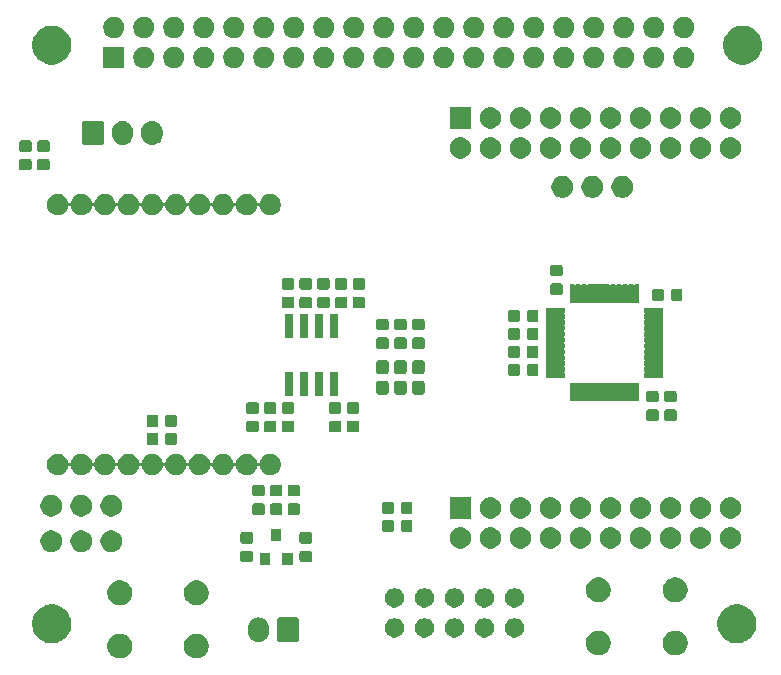
<source format=gbr>
G04 #@! TF.GenerationSoftware,KiCad,Pcbnew,(5.1.5)-3*
G04 #@! TF.CreationDate,2020-11-16T12:55:27+01:00*
G04 #@! TF.ProjectId,bus_raspi,6275735f-7261-4737-9069-2e6b69636164,rev?*
G04 #@! TF.SameCoordinates,Original*
G04 #@! TF.FileFunction,Soldermask,Top*
G04 #@! TF.FilePolarity,Negative*
%FSLAX46Y46*%
G04 Gerber Fmt 4.6, Leading zero omitted, Abs format (unit mm)*
G04 Created by KiCad (PCBNEW (5.1.5)-3) date 2020-11-16 12:55:27*
%MOMM*%
%LPD*%
G04 APERTURE LIST*
%ADD10C,0.100000*%
G04 APERTURE END LIST*
D10*
G36*
X16054564Y-53853389D02*
G01*
X16245833Y-53932615D01*
X16245835Y-53932616D01*
X16417973Y-54047635D01*
X16564365Y-54194027D01*
X16660364Y-54337699D01*
X16679385Y-54366167D01*
X16758611Y-54557436D01*
X16799000Y-54760484D01*
X16799000Y-54967516D01*
X16758611Y-55170564D01*
X16713292Y-55279973D01*
X16679384Y-55361835D01*
X16564365Y-55533973D01*
X16417973Y-55680365D01*
X16245835Y-55795384D01*
X16245834Y-55795385D01*
X16245833Y-55795385D01*
X16054564Y-55874611D01*
X15851516Y-55915000D01*
X15644484Y-55915000D01*
X15441436Y-55874611D01*
X15250167Y-55795385D01*
X15250166Y-55795385D01*
X15250165Y-55795384D01*
X15078027Y-55680365D01*
X14931635Y-55533973D01*
X14816616Y-55361835D01*
X14782708Y-55279973D01*
X14737389Y-55170564D01*
X14697000Y-54967516D01*
X14697000Y-54760484D01*
X14737389Y-54557436D01*
X14816615Y-54366167D01*
X14835637Y-54337699D01*
X14931635Y-54194027D01*
X15078027Y-54047635D01*
X15250165Y-53932616D01*
X15250167Y-53932615D01*
X15441436Y-53853389D01*
X15644484Y-53813000D01*
X15851516Y-53813000D01*
X16054564Y-53853389D01*
G37*
G36*
X9554564Y-53853389D02*
G01*
X9745833Y-53932615D01*
X9745835Y-53932616D01*
X9917973Y-54047635D01*
X10064365Y-54194027D01*
X10160364Y-54337699D01*
X10179385Y-54366167D01*
X10258611Y-54557436D01*
X10299000Y-54760484D01*
X10299000Y-54967516D01*
X10258611Y-55170564D01*
X10213292Y-55279973D01*
X10179384Y-55361835D01*
X10064365Y-55533973D01*
X9917973Y-55680365D01*
X9745835Y-55795384D01*
X9745834Y-55795385D01*
X9745833Y-55795385D01*
X9554564Y-55874611D01*
X9351516Y-55915000D01*
X9144484Y-55915000D01*
X8941436Y-55874611D01*
X8750167Y-55795385D01*
X8750166Y-55795385D01*
X8750165Y-55795384D01*
X8578027Y-55680365D01*
X8431635Y-55533973D01*
X8316616Y-55361835D01*
X8282708Y-55279973D01*
X8237389Y-55170564D01*
X8197000Y-54967516D01*
X8197000Y-54760484D01*
X8237389Y-54557436D01*
X8316615Y-54366167D01*
X8335637Y-54337699D01*
X8431635Y-54194027D01*
X8578027Y-54047635D01*
X8750165Y-53932616D01*
X8750167Y-53932615D01*
X8941436Y-53853389D01*
X9144484Y-53813000D01*
X9351516Y-53813000D01*
X9554564Y-53853389D01*
G37*
G36*
X56590564Y-53599389D02*
G01*
X56781833Y-53678615D01*
X56781835Y-53678616D01*
X56936620Y-53782040D01*
X56953973Y-53793635D01*
X57100365Y-53940027D01*
X57215385Y-54112167D01*
X57294611Y-54303436D01*
X57335000Y-54506484D01*
X57335000Y-54713516D01*
X57294611Y-54916564D01*
X57273506Y-54967516D01*
X57215384Y-55107835D01*
X57100365Y-55279973D01*
X56953973Y-55426365D01*
X56781835Y-55541384D01*
X56781834Y-55541385D01*
X56781833Y-55541385D01*
X56590564Y-55620611D01*
X56387516Y-55661000D01*
X56180484Y-55661000D01*
X55977436Y-55620611D01*
X55786167Y-55541385D01*
X55786166Y-55541385D01*
X55786165Y-55541384D01*
X55614027Y-55426365D01*
X55467635Y-55279973D01*
X55352616Y-55107835D01*
X55294494Y-54967516D01*
X55273389Y-54916564D01*
X55233000Y-54713516D01*
X55233000Y-54506484D01*
X55273389Y-54303436D01*
X55352615Y-54112167D01*
X55467635Y-53940027D01*
X55614027Y-53793635D01*
X55631380Y-53782040D01*
X55786165Y-53678616D01*
X55786167Y-53678615D01*
X55977436Y-53599389D01*
X56180484Y-53559000D01*
X56387516Y-53559000D01*
X56590564Y-53599389D01*
G37*
G36*
X50090564Y-53599389D02*
G01*
X50281833Y-53678615D01*
X50281835Y-53678616D01*
X50436620Y-53782040D01*
X50453973Y-53793635D01*
X50600365Y-53940027D01*
X50715385Y-54112167D01*
X50794611Y-54303436D01*
X50835000Y-54506484D01*
X50835000Y-54713516D01*
X50794611Y-54916564D01*
X50773506Y-54967516D01*
X50715384Y-55107835D01*
X50600365Y-55279973D01*
X50453973Y-55426365D01*
X50281835Y-55541384D01*
X50281834Y-55541385D01*
X50281833Y-55541385D01*
X50090564Y-55620611D01*
X49887516Y-55661000D01*
X49680484Y-55661000D01*
X49477436Y-55620611D01*
X49286167Y-55541385D01*
X49286166Y-55541385D01*
X49286165Y-55541384D01*
X49114027Y-55426365D01*
X48967635Y-55279973D01*
X48852616Y-55107835D01*
X48794494Y-54967516D01*
X48773389Y-54916564D01*
X48733000Y-54713516D01*
X48733000Y-54506484D01*
X48773389Y-54303436D01*
X48852615Y-54112167D01*
X48967635Y-53940027D01*
X49114027Y-53793635D01*
X49131380Y-53782040D01*
X49286165Y-53678616D01*
X49286167Y-53678615D01*
X49477436Y-53599389D01*
X49680484Y-53559000D01*
X49887516Y-53559000D01*
X50090564Y-53599389D01*
G37*
G36*
X61875256Y-51391298D02*
G01*
X61981579Y-51412447D01*
X62282042Y-51536903D01*
X62552451Y-51717585D01*
X62782415Y-51947549D01*
X62963097Y-52217958D01*
X63085539Y-52513558D01*
X63087553Y-52518422D01*
X63151000Y-52837389D01*
X63151000Y-53162611D01*
X63122530Y-53305740D01*
X63087553Y-53481579D01*
X62963097Y-53782042D01*
X62782415Y-54052451D01*
X62552451Y-54282415D01*
X62282042Y-54463097D01*
X62282041Y-54463098D01*
X62282040Y-54463098D01*
X62225682Y-54486442D01*
X61981579Y-54587553D01*
X61875256Y-54608702D01*
X61662611Y-54651000D01*
X61337389Y-54651000D01*
X61124744Y-54608702D01*
X61018421Y-54587553D01*
X60774318Y-54486442D01*
X60717960Y-54463098D01*
X60717959Y-54463098D01*
X60717958Y-54463097D01*
X60447549Y-54282415D01*
X60217585Y-54052451D01*
X60036903Y-53782042D01*
X59912447Y-53481579D01*
X59877470Y-53305740D01*
X59849000Y-53162611D01*
X59849000Y-52837389D01*
X59912447Y-52518422D01*
X59914462Y-52513558D01*
X60036903Y-52217958D01*
X60217585Y-51947549D01*
X60447549Y-51717585D01*
X60717958Y-51536903D01*
X61018421Y-51412447D01*
X61124744Y-51391298D01*
X61337389Y-51349000D01*
X61662611Y-51349000D01*
X61875256Y-51391298D01*
G37*
G36*
X3875256Y-51391298D02*
G01*
X3981579Y-51412447D01*
X4282042Y-51536903D01*
X4552451Y-51717585D01*
X4782415Y-51947549D01*
X4963097Y-52217958D01*
X5085539Y-52513558D01*
X5087553Y-52518422D01*
X5151000Y-52837389D01*
X5151000Y-53162611D01*
X5122530Y-53305740D01*
X5087553Y-53481579D01*
X4963097Y-53782042D01*
X4782415Y-54052451D01*
X4552451Y-54282415D01*
X4282042Y-54463097D01*
X4282041Y-54463098D01*
X4282040Y-54463098D01*
X4225682Y-54486442D01*
X3981579Y-54587553D01*
X3875256Y-54608702D01*
X3662611Y-54651000D01*
X3337389Y-54651000D01*
X3124744Y-54608702D01*
X3018421Y-54587553D01*
X2774318Y-54486442D01*
X2717960Y-54463098D01*
X2717959Y-54463098D01*
X2717958Y-54463097D01*
X2447549Y-54282415D01*
X2217585Y-54052451D01*
X2036903Y-53782042D01*
X1912447Y-53481579D01*
X1877470Y-53305740D01*
X1849000Y-53162611D01*
X1849000Y-52837389D01*
X1912447Y-52518422D01*
X1914462Y-52513558D01*
X2036903Y-52217958D01*
X2217585Y-51947549D01*
X2447549Y-51717585D01*
X2717958Y-51536903D01*
X3018421Y-51412447D01*
X3124744Y-51391298D01*
X3337389Y-51349000D01*
X3662611Y-51349000D01*
X3875256Y-51391298D01*
G37*
G36*
X21176627Y-52462037D02*
G01*
X21346466Y-52513557D01*
X21502991Y-52597222D01*
X21530172Y-52619529D01*
X21640186Y-52709814D01*
X21723448Y-52811271D01*
X21752778Y-52847009D01*
X21836443Y-53003534D01*
X21887963Y-53173374D01*
X21887963Y-53173376D01*
X21896488Y-53259926D01*
X21901000Y-53305743D01*
X21901000Y-53694258D01*
X21887963Y-53826627D01*
X21836443Y-53996466D01*
X21752778Y-54152991D01*
X21723448Y-54188729D01*
X21640186Y-54290186D01*
X21502989Y-54402779D01*
X21346467Y-54486442D01*
X21346465Y-54486443D01*
X21176626Y-54537963D01*
X21000000Y-54555359D01*
X20823373Y-54537963D01*
X20653534Y-54486443D01*
X20497009Y-54402778D01*
X20454750Y-54368097D01*
X20359814Y-54290186D01*
X20247221Y-54152989D01*
X20163558Y-53996467D01*
X20163557Y-53996465D01*
X20112037Y-53826626D01*
X20099000Y-53694257D01*
X20099000Y-53305742D01*
X20103513Y-53259925D01*
X20112037Y-53173375D01*
X20112037Y-53173373D01*
X20163557Y-53003534D01*
X20247222Y-52847009D01*
X20359815Y-52709815D01*
X20497010Y-52597222D01*
X20653535Y-52513557D01*
X20823374Y-52462037D01*
X21000000Y-52444641D01*
X21176627Y-52462037D01*
G37*
G36*
X24258600Y-52452989D02*
G01*
X24291652Y-52463015D01*
X24322103Y-52479292D01*
X24348799Y-52501201D01*
X24370708Y-52527897D01*
X24386985Y-52558348D01*
X24397011Y-52591400D01*
X24401000Y-52631903D01*
X24401000Y-54368097D01*
X24397011Y-54408600D01*
X24386985Y-54441652D01*
X24370708Y-54472103D01*
X24348799Y-54498799D01*
X24322103Y-54520708D01*
X24291652Y-54536985D01*
X24258600Y-54547011D01*
X24218097Y-54551000D01*
X22781903Y-54551000D01*
X22741400Y-54547011D01*
X22708348Y-54536985D01*
X22677897Y-54520708D01*
X22651201Y-54498799D01*
X22629292Y-54472103D01*
X22613015Y-54441652D01*
X22602989Y-54408600D01*
X22599000Y-54368097D01*
X22599000Y-52631903D01*
X22602989Y-52591400D01*
X22613015Y-52558348D01*
X22629292Y-52527897D01*
X22651201Y-52501201D01*
X22677897Y-52479292D01*
X22708348Y-52463015D01*
X22741400Y-52452989D01*
X22781903Y-52449000D01*
X24218097Y-52449000D01*
X24258600Y-52452989D01*
G37*
G36*
X35289142Y-52558242D02*
G01*
X35437101Y-52619529D01*
X35570255Y-52708499D01*
X35683501Y-52821745D01*
X35772471Y-52954899D01*
X35833758Y-53102858D01*
X35865000Y-53259925D01*
X35865000Y-53420075D01*
X35833758Y-53577142D01*
X35772471Y-53725101D01*
X35683501Y-53858255D01*
X35570255Y-53971501D01*
X35437101Y-54060471D01*
X35289142Y-54121758D01*
X35132075Y-54153000D01*
X34971925Y-54153000D01*
X34814858Y-54121758D01*
X34666899Y-54060471D01*
X34533745Y-53971501D01*
X34420499Y-53858255D01*
X34331529Y-53725101D01*
X34270242Y-53577142D01*
X34239000Y-53420075D01*
X34239000Y-53259925D01*
X34270242Y-53102858D01*
X34331529Y-52954899D01*
X34420499Y-52821745D01*
X34533745Y-52708499D01*
X34666899Y-52619529D01*
X34814858Y-52558242D01*
X34971925Y-52527000D01*
X35132075Y-52527000D01*
X35289142Y-52558242D01*
G37*
G36*
X32749142Y-52558242D02*
G01*
X32897101Y-52619529D01*
X33030255Y-52708499D01*
X33143501Y-52821745D01*
X33232471Y-52954899D01*
X33293758Y-53102858D01*
X33325000Y-53259925D01*
X33325000Y-53420075D01*
X33293758Y-53577142D01*
X33232471Y-53725101D01*
X33143501Y-53858255D01*
X33030255Y-53971501D01*
X32897101Y-54060471D01*
X32749142Y-54121758D01*
X32592075Y-54153000D01*
X32431925Y-54153000D01*
X32274858Y-54121758D01*
X32126899Y-54060471D01*
X31993745Y-53971501D01*
X31880499Y-53858255D01*
X31791529Y-53725101D01*
X31730242Y-53577142D01*
X31699000Y-53420075D01*
X31699000Y-53259925D01*
X31730242Y-53102858D01*
X31791529Y-52954899D01*
X31880499Y-52821745D01*
X31993745Y-52708499D01*
X32126899Y-52619529D01*
X32274858Y-52558242D01*
X32431925Y-52527000D01*
X32592075Y-52527000D01*
X32749142Y-52558242D01*
G37*
G36*
X37829142Y-52558242D02*
G01*
X37977101Y-52619529D01*
X38110255Y-52708499D01*
X38223501Y-52821745D01*
X38312471Y-52954899D01*
X38373758Y-53102858D01*
X38405000Y-53259925D01*
X38405000Y-53420075D01*
X38373758Y-53577142D01*
X38312471Y-53725101D01*
X38223501Y-53858255D01*
X38110255Y-53971501D01*
X37977101Y-54060471D01*
X37829142Y-54121758D01*
X37672075Y-54153000D01*
X37511925Y-54153000D01*
X37354858Y-54121758D01*
X37206899Y-54060471D01*
X37073745Y-53971501D01*
X36960499Y-53858255D01*
X36871529Y-53725101D01*
X36810242Y-53577142D01*
X36779000Y-53420075D01*
X36779000Y-53259925D01*
X36810242Y-53102858D01*
X36871529Y-52954899D01*
X36960499Y-52821745D01*
X37073745Y-52708499D01*
X37206899Y-52619529D01*
X37354858Y-52558242D01*
X37511925Y-52527000D01*
X37672075Y-52527000D01*
X37829142Y-52558242D01*
G37*
G36*
X40369142Y-52558242D02*
G01*
X40517101Y-52619529D01*
X40650255Y-52708499D01*
X40763501Y-52821745D01*
X40852471Y-52954899D01*
X40913758Y-53102858D01*
X40945000Y-53259925D01*
X40945000Y-53420075D01*
X40913758Y-53577142D01*
X40852471Y-53725101D01*
X40763501Y-53858255D01*
X40650255Y-53971501D01*
X40517101Y-54060471D01*
X40369142Y-54121758D01*
X40212075Y-54153000D01*
X40051925Y-54153000D01*
X39894858Y-54121758D01*
X39746899Y-54060471D01*
X39613745Y-53971501D01*
X39500499Y-53858255D01*
X39411529Y-53725101D01*
X39350242Y-53577142D01*
X39319000Y-53420075D01*
X39319000Y-53259925D01*
X39350242Y-53102858D01*
X39411529Y-52954899D01*
X39500499Y-52821745D01*
X39613745Y-52708499D01*
X39746899Y-52619529D01*
X39894858Y-52558242D01*
X40051925Y-52527000D01*
X40212075Y-52527000D01*
X40369142Y-52558242D01*
G37*
G36*
X42909142Y-52558242D02*
G01*
X43057101Y-52619529D01*
X43190255Y-52708499D01*
X43303501Y-52821745D01*
X43392471Y-52954899D01*
X43453758Y-53102858D01*
X43485000Y-53259925D01*
X43485000Y-53420075D01*
X43453758Y-53577142D01*
X43392471Y-53725101D01*
X43303501Y-53858255D01*
X43190255Y-53971501D01*
X43057101Y-54060471D01*
X42909142Y-54121758D01*
X42752075Y-54153000D01*
X42591925Y-54153000D01*
X42434858Y-54121758D01*
X42286899Y-54060471D01*
X42153745Y-53971501D01*
X42040499Y-53858255D01*
X41951529Y-53725101D01*
X41890242Y-53577142D01*
X41859000Y-53420075D01*
X41859000Y-53259925D01*
X41890242Y-53102858D01*
X41951529Y-52954899D01*
X42040499Y-52821745D01*
X42153745Y-52708499D01*
X42286899Y-52619529D01*
X42434858Y-52558242D01*
X42591925Y-52527000D01*
X42752075Y-52527000D01*
X42909142Y-52558242D01*
G37*
G36*
X35289142Y-50018242D02*
G01*
X35437101Y-50079529D01*
X35570255Y-50168499D01*
X35683501Y-50281745D01*
X35772471Y-50414899D01*
X35833758Y-50562858D01*
X35865000Y-50719925D01*
X35865000Y-50880075D01*
X35833758Y-51037142D01*
X35772471Y-51185101D01*
X35683501Y-51318255D01*
X35570255Y-51431501D01*
X35437101Y-51520471D01*
X35289142Y-51581758D01*
X35132075Y-51613000D01*
X34971925Y-51613000D01*
X34814858Y-51581758D01*
X34666899Y-51520471D01*
X34533745Y-51431501D01*
X34420499Y-51318255D01*
X34331529Y-51185101D01*
X34270242Y-51037142D01*
X34239000Y-50880075D01*
X34239000Y-50719925D01*
X34270242Y-50562858D01*
X34331529Y-50414899D01*
X34420499Y-50281745D01*
X34533745Y-50168499D01*
X34666899Y-50079529D01*
X34814858Y-50018242D01*
X34971925Y-49987000D01*
X35132075Y-49987000D01*
X35289142Y-50018242D01*
G37*
G36*
X37829142Y-50018242D02*
G01*
X37977101Y-50079529D01*
X38110255Y-50168499D01*
X38223501Y-50281745D01*
X38312471Y-50414899D01*
X38373758Y-50562858D01*
X38405000Y-50719925D01*
X38405000Y-50880075D01*
X38373758Y-51037142D01*
X38312471Y-51185101D01*
X38223501Y-51318255D01*
X38110255Y-51431501D01*
X37977101Y-51520471D01*
X37829142Y-51581758D01*
X37672075Y-51613000D01*
X37511925Y-51613000D01*
X37354858Y-51581758D01*
X37206899Y-51520471D01*
X37073745Y-51431501D01*
X36960499Y-51318255D01*
X36871529Y-51185101D01*
X36810242Y-51037142D01*
X36779000Y-50880075D01*
X36779000Y-50719925D01*
X36810242Y-50562858D01*
X36871529Y-50414899D01*
X36960499Y-50281745D01*
X37073745Y-50168499D01*
X37206899Y-50079529D01*
X37354858Y-50018242D01*
X37511925Y-49987000D01*
X37672075Y-49987000D01*
X37829142Y-50018242D01*
G37*
G36*
X42909142Y-50018242D02*
G01*
X43057101Y-50079529D01*
X43190255Y-50168499D01*
X43303501Y-50281745D01*
X43392471Y-50414899D01*
X43453758Y-50562858D01*
X43485000Y-50719925D01*
X43485000Y-50880075D01*
X43453758Y-51037142D01*
X43392471Y-51185101D01*
X43303501Y-51318255D01*
X43190255Y-51431501D01*
X43057101Y-51520471D01*
X42909142Y-51581758D01*
X42752075Y-51613000D01*
X42591925Y-51613000D01*
X42434858Y-51581758D01*
X42286899Y-51520471D01*
X42153745Y-51431501D01*
X42040499Y-51318255D01*
X41951529Y-51185101D01*
X41890242Y-51037142D01*
X41859000Y-50880075D01*
X41859000Y-50719925D01*
X41890242Y-50562858D01*
X41951529Y-50414899D01*
X42040499Y-50281745D01*
X42153745Y-50168499D01*
X42286899Y-50079529D01*
X42434858Y-50018242D01*
X42591925Y-49987000D01*
X42752075Y-49987000D01*
X42909142Y-50018242D01*
G37*
G36*
X32749142Y-50018242D02*
G01*
X32897101Y-50079529D01*
X33030255Y-50168499D01*
X33143501Y-50281745D01*
X33232471Y-50414899D01*
X33293758Y-50562858D01*
X33325000Y-50719925D01*
X33325000Y-50880075D01*
X33293758Y-51037142D01*
X33232471Y-51185101D01*
X33143501Y-51318255D01*
X33030255Y-51431501D01*
X32897101Y-51520471D01*
X32749142Y-51581758D01*
X32592075Y-51613000D01*
X32431925Y-51613000D01*
X32274858Y-51581758D01*
X32126899Y-51520471D01*
X31993745Y-51431501D01*
X31880499Y-51318255D01*
X31791529Y-51185101D01*
X31730242Y-51037142D01*
X31699000Y-50880075D01*
X31699000Y-50719925D01*
X31730242Y-50562858D01*
X31791529Y-50414899D01*
X31880499Y-50281745D01*
X31993745Y-50168499D01*
X32126899Y-50079529D01*
X32274858Y-50018242D01*
X32431925Y-49987000D01*
X32592075Y-49987000D01*
X32749142Y-50018242D01*
G37*
G36*
X40369142Y-50018242D02*
G01*
X40517101Y-50079529D01*
X40650255Y-50168499D01*
X40763501Y-50281745D01*
X40852471Y-50414899D01*
X40913758Y-50562858D01*
X40945000Y-50719925D01*
X40945000Y-50880075D01*
X40913758Y-51037142D01*
X40852471Y-51185101D01*
X40763501Y-51318255D01*
X40650255Y-51431501D01*
X40517101Y-51520471D01*
X40369142Y-51581758D01*
X40212075Y-51613000D01*
X40051925Y-51613000D01*
X39894858Y-51581758D01*
X39746899Y-51520471D01*
X39613745Y-51431501D01*
X39500499Y-51318255D01*
X39411529Y-51185101D01*
X39350242Y-51037142D01*
X39319000Y-50880075D01*
X39319000Y-50719925D01*
X39350242Y-50562858D01*
X39411529Y-50414899D01*
X39500499Y-50281745D01*
X39613745Y-50168499D01*
X39746899Y-50079529D01*
X39894858Y-50018242D01*
X40051925Y-49987000D01*
X40212075Y-49987000D01*
X40369142Y-50018242D01*
G37*
G36*
X9554564Y-49353389D02*
G01*
X9745833Y-49432615D01*
X9745835Y-49432616D01*
X9756926Y-49440027D01*
X9917973Y-49547635D01*
X10064365Y-49694027D01*
X10179385Y-49866167D01*
X10258611Y-50057436D01*
X10299000Y-50260484D01*
X10299000Y-50467516D01*
X10258611Y-50670564D01*
X10213292Y-50779973D01*
X10179384Y-50861835D01*
X10064365Y-51033973D01*
X9917973Y-51180365D01*
X9745835Y-51295384D01*
X9745834Y-51295385D01*
X9745833Y-51295385D01*
X9554564Y-51374611D01*
X9351516Y-51415000D01*
X9144484Y-51415000D01*
X8941436Y-51374611D01*
X8750167Y-51295385D01*
X8750166Y-51295385D01*
X8750165Y-51295384D01*
X8578027Y-51180365D01*
X8431635Y-51033973D01*
X8316616Y-50861835D01*
X8282708Y-50779973D01*
X8237389Y-50670564D01*
X8197000Y-50467516D01*
X8197000Y-50260484D01*
X8237389Y-50057436D01*
X8316615Y-49866167D01*
X8431635Y-49694027D01*
X8578027Y-49547635D01*
X8739074Y-49440027D01*
X8750165Y-49432616D01*
X8750167Y-49432615D01*
X8941436Y-49353389D01*
X9144484Y-49313000D01*
X9351516Y-49313000D01*
X9554564Y-49353389D01*
G37*
G36*
X16054564Y-49353389D02*
G01*
X16245833Y-49432615D01*
X16245835Y-49432616D01*
X16256926Y-49440027D01*
X16417973Y-49547635D01*
X16564365Y-49694027D01*
X16679385Y-49866167D01*
X16758611Y-50057436D01*
X16799000Y-50260484D01*
X16799000Y-50467516D01*
X16758611Y-50670564D01*
X16713292Y-50779973D01*
X16679384Y-50861835D01*
X16564365Y-51033973D01*
X16417973Y-51180365D01*
X16245835Y-51295384D01*
X16245834Y-51295385D01*
X16245833Y-51295385D01*
X16054564Y-51374611D01*
X15851516Y-51415000D01*
X15644484Y-51415000D01*
X15441436Y-51374611D01*
X15250167Y-51295385D01*
X15250166Y-51295385D01*
X15250165Y-51295384D01*
X15078027Y-51180365D01*
X14931635Y-51033973D01*
X14816616Y-50861835D01*
X14782708Y-50779973D01*
X14737389Y-50670564D01*
X14697000Y-50467516D01*
X14697000Y-50260484D01*
X14737389Y-50057436D01*
X14816615Y-49866167D01*
X14931635Y-49694027D01*
X15078027Y-49547635D01*
X15239074Y-49440027D01*
X15250165Y-49432616D01*
X15250167Y-49432615D01*
X15441436Y-49353389D01*
X15644484Y-49313000D01*
X15851516Y-49313000D01*
X16054564Y-49353389D01*
G37*
G36*
X50090564Y-49099389D02*
G01*
X50281833Y-49178615D01*
X50281835Y-49178616D01*
X50453973Y-49293635D01*
X50600365Y-49440027D01*
X50715385Y-49612167D01*
X50794611Y-49803436D01*
X50835000Y-50006484D01*
X50835000Y-50213516D01*
X50794611Y-50416564D01*
X50734014Y-50562858D01*
X50715384Y-50607835D01*
X50600365Y-50779973D01*
X50453973Y-50926365D01*
X50281835Y-51041384D01*
X50281834Y-51041385D01*
X50281833Y-51041385D01*
X50090564Y-51120611D01*
X49887516Y-51161000D01*
X49680484Y-51161000D01*
X49477436Y-51120611D01*
X49286167Y-51041385D01*
X49286166Y-51041385D01*
X49286165Y-51041384D01*
X49114027Y-50926365D01*
X48967635Y-50779973D01*
X48852616Y-50607835D01*
X48833986Y-50562858D01*
X48773389Y-50416564D01*
X48733000Y-50213516D01*
X48733000Y-50006484D01*
X48773389Y-49803436D01*
X48852615Y-49612167D01*
X48967635Y-49440027D01*
X49114027Y-49293635D01*
X49286165Y-49178616D01*
X49286167Y-49178615D01*
X49477436Y-49099389D01*
X49680484Y-49059000D01*
X49887516Y-49059000D01*
X50090564Y-49099389D01*
G37*
G36*
X56590564Y-49099389D02*
G01*
X56781833Y-49178615D01*
X56781835Y-49178616D01*
X56953973Y-49293635D01*
X57100365Y-49440027D01*
X57215385Y-49612167D01*
X57294611Y-49803436D01*
X57335000Y-50006484D01*
X57335000Y-50213516D01*
X57294611Y-50416564D01*
X57234014Y-50562858D01*
X57215384Y-50607835D01*
X57100365Y-50779973D01*
X56953973Y-50926365D01*
X56781835Y-51041384D01*
X56781834Y-51041385D01*
X56781833Y-51041385D01*
X56590564Y-51120611D01*
X56387516Y-51161000D01*
X56180484Y-51161000D01*
X55977436Y-51120611D01*
X55786167Y-51041385D01*
X55786166Y-51041385D01*
X55786165Y-51041384D01*
X55614027Y-50926365D01*
X55467635Y-50779973D01*
X55352616Y-50607835D01*
X55333986Y-50562858D01*
X55273389Y-50416564D01*
X55233000Y-50213516D01*
X55233000Y-50006484D01*
X55273389Y-49803436D01*
X55352615Y-49612167D01*
X55467635Y-49440027D01*
X55614027Y-49293635D01*
X55786165Y-49178616D01*
X55786167Y-49178615D01*
X55977436Y-49099389D01*
X56180484Y-49059000D01*
X56387516Y-49059000D01*
X56590564Y-49099389D01*
G37*
G36*
X22001000Y-48001000D02*
G01*
X21099000Y-48001000D01*
X21099000Y-46999000D01*
X22001000Y-46999000D01*
X22001000Y-48001000D01*
G37*
G36*
X23901000Y-48001000D02*
G01*
X22999000Y-48001000D01*
X22999000Y-46999000D01*
X23901000Y-46999000D01*
X23901000Y-48001000D01*
G37*
G36*
X25379591Y-46803085D02*
G01*
X25413569Y-46813393D01*
X25444890Y-46830134D01*
X25472339Y-46852661D01*
X25494866Y-46880110D01*
X25511607Y-46911431D01*
X25521915Y-46945409D01*
X25526000Y-46986890D01*
X25526000Y-47588110D01*
X25521915Y-47629591D01*
X25511607Y-47663569D01*
X25494866Y-47694890D01*
X25472339Y-47722339D01*
X25444890Y-47744866D01*
X25413569Y-47761607D01*
X25379591Y-47771915D01*
X25338110Y-47776000D01*
X24661890Y-47776000D01*
X24620409Y-47771915D01*
X24586431Y-47761607D01*
X24555110Y-47744866D01*
X24527661Y-47722339D01*
X24505134Y-47694890D01*
X24488393Y-47663569D01*
X24478085Y-47629591D01*
X24474000Y-47588110D01*
X24474000Y-46986890D01*
X24478085Y-46945409D01*
X24488393Y-46911431D01*
X24505134Y-46880110D01*
X24527661Y-46852661D01*
X24555110Y-46830134D01*
X24586431Y-46813393D01*
X24620409Y-46803085D01*
X24661890Y-46799000D01*
X25338110Y-46799000D01*
X25379591Y-46803085D01*
G37*
G36*
X20379591Y-46803085D02*
G01*
X20413569Y-46813393D01*
X20444890Y-46830134D01*
X20472339Y-46852661D01*
X20494866Y-46880110D01*
X20511607Y-46911431D01*
X20521915Y-46945409D01*
X20526000Y-46986890D01*
X20526000Y-47588110D01*
X20521915Y-47629591D01*
X20511607Y-47663569D01*
X20494866Y-47694890D01*
X20472339Y-47722339D01*
X20444890Y-47744866D01*
X20413569Y-47761607D01*
X20379591Y-47771915D01*
X20338110Y-47776000D01*
X19661890Y-47776000D01*
X19620409Y-47771915D01*
X19586431Y-47761607D01*
X19555110Y-47744866D01*
X19527661Y-47722339D01*
X19505134Y-47694890D01*
X19488393Y-47663569D01*
X19478085Y-47629591D01*
X19474000Y-47588110D01*
X19474000Y-46986890D01*
X19478085Y-46945409D01*
X19488393Y-46911431D01*
X19505134Y-46880110D01*
X19527661Y-46852661D01*
X19555110Y-46830134D01*
X19586431Y-46813393D01*
X19620409Y-46803085D01*
X19661890Y-46799000D01*
X20338110Y-46799000D01*
X20379591Y-46803085D01*
G37*
G36*
X8810104Y-45109585D02*
G01*
X8978626Y-45179389D01*
X9130291Y-45280728D01*
X9259272Y-45409709D01*
X9360611Y-45561374D01*
X9430415Y-45729896D01*
X9466000Y-45908797D01*
X9466000Y-46091203D01*
X9430415Y-46270104D01*
X9360611Y-46438626D01*
X9259272Y-46590291D01*
X9130291Y-46719272D01*
X8978626Y-46820611D01*
X8810104Y-46890415D01*
X8631203Y-46926000D01*
X8448797Y-46926000D01*
X8269896Y-46890415D01*
X8101374Y-46820611D01*
X7949709Y-46719272D01*
X7820728Y-46590291D01*
X7719389Y-46438626D01*
X7649585Y-46270104D01*
X7614000Y-46091203D01*
X7614000Y-45908797D01*
X7649585Y-45729896D01*
X7719389Y-45561374D01*
X7820728Y-45409709D01*
X7949709Y-45280728D01*
X8101374Y-45179389D01*
X8269896Y-45109585D01*
X8448797Y-45074000D01*
X8631203Y-45074000D01*
X8810104Y-45109585D01*
G37*
G36*
X6270104Y-45109585D02*
G01*
X6438626Y-45179389D01*
X6590291Y-45280728D01*
X6719272Y-45409709D01*
X6820611Y-45561374D01*
X6890415Y-45729896D01*
X6926000Y-45908797D01*
X6926000Y-46091203D01*
X6890415Y-46270104D01*
X6820611Y-46438626D01*
X6719272Y-46590291D01*
X6590291Y-46719272D01*
X6438626Y-46820611D01*
X6270104Y-46890415D01*
X6091203Y-46926000D01*
X5908797Y-46926000D01*
X5729896Y-46890415D01*
X5561374Y-46820611D01*
X5409709Y-46719272D01*
X5280728Y-46590291D01*
X5179389Y-46438626D01*
X5109585Y-46270104D01*
X5074000Y-46091203D01*
X5074000Y-45908797D01*
X5109585Y-45729896D01*
X5179389Y-45561374D01*
X5280728Y-45409709D01*
X5409709Y-45280728D01*
X5561374Y-45179389D01*
X5729896Y-45109585D01*
X5908797Y-45074000D01*
X6091203Y-45074000D01*
X6270104Y-45109585D01*
G37*
G36*
X3730104Y-45109585D02*
G01*
X3898626Y-45179389D01*
X4050291Y-45280728D01*
X4179272Y-45409709D01*
X4280611Y-45561374D01*
X4350415Y-45729896D01*
X4386000Y-45908797D01*
X4386000Y-46091203D01*
X4350415Y-46270104D01*
X4280611Y-46438626D01*
X4179272Y-46590291D01*
X4050291Y-46719272D01*
X3898626Y-46820611D01*
X3730104Y-46890415D01*
X3551203Y-46926000D01*
X3368797Y-46926000D01*
X3189896Y-46890415D01*
X3021374Y-46820611D01*
X2869709Y-46719272D01*
X2740728Y-46590291D01*
X2639389Y-46438626D01*
X2569585Y-46270104D01*
X2534000Y-46091203D01*
X2534000Y-45908797D01*
X2569585Y-45729896D01*
X2639389Y-45561374D01*
X2740728Y-45409709D01*
X2869709Y-45280728D01*
X3021374Y-45179389D01*
X3189896Y-45109585D01*
X3368797Y-45074000D01*
X3551203Y-45074000D01*
X3730104Y-45109585D01*
G37*
G36*
X48373512Y-44823927D02*
G01*
X48522812Y-44853624D01*
X48686784Y-44921544D01*
X48834354Y-45020147D01*
X48959853Y-45145646D01*
X49058456Y-45293216D01*
X49126376Y-45457188D01*
X49161000Y-45631259D01*
X49161000Y-45808741D01*
X49126376Y-45982812D01*
X49058456Y-46146784D01*
X48959853Y-46294354D01*
X48834354Y-46419853D01*
X48686784Y-46518456D01*
X48522812Y-46586376D01*
X48373512Y-46616073D01*
X48348742Y-46621000D01*
X48171258Y-46621000D01*
X48146488Y-46616073D01*
X47997188Y-46586376D01*
X47833216Y-46518456D01*
X47685646Y-46419853D01*
X47560147Y-46294354D01*
X47461544Y-46146784D01*
X47393624Y-45982812D01*
X47359000Y-45808741D01*
X47359000Y-45631259D01*
X47393624Y-45457188D01*
X47461544Y-45293216D01*
X47560147Y-45145646D01*
X47685646Y-45020147D01*
X47833216Y-44921544D01*
X47997188Y-44853624D01*
X48146488Y-44823927D01*
X48171258Y-44819000D01*
X48348742Y-44819000D01*
X48373512Y-44823927D01*
G37*
G36*
X38213512Y-44823927D02*
G01*
X38362812Y-44853624D01*
X38526784Y-44921544D01*
X38674354Y-45020147D01*
X38799853Y-45145646D01*
X38898456Y-45293216D01*
X38966376Y-45457188D01*
X39001000Y-45631259D01*
X39001000Y-45808741D01*
X38966376Y-45982812D01*
X38898456Y-46146784D01*
X38799853Y-46294354D01*
X38674354Y-46419853D01*
X38526784Y-46518456D01*
X38362812Y-46586376D01*
X38213512Y-46616073D01*
X38188742Y-46621000D01*
X38011258Y-46621000D01*
X37986488Y-46616073D01*
X37837188Y-46586376D01*
X37673216Y-46518456D01*
X37525646Y-46419853D01*
X37400147Y-46294354D01*
X37301544Y-46146784D01*
X37233624Y-45982812D01*
X37199000Y-45808741D01*
X37199000Y-45631259D01*
X37233624Y-45457188D01*
X37301544Y-45293216D01*
X37400147Y-45145646D01*
X37525646Y-45020147D01*
X37673216Y-44921544D01*
X37837188Y-44853624D01*
X37986488Y-44823927D01*
X38011258Y-44819000D01*
X38188742Y-44819000D01*
X38213512Y-44823927D01*
G37*
G36*
X40753512Y-44823927D02*
G01*
X40902812Y-44853624D01*
X41066784Y-44921544D01*
X41214354Y-45020147D01*
X41339853Y-45145646D01*
X41438456Y-45293216D01*
X41506376Y-45457188D01*
X41541000Y-45631259D01*
X41541000Y-45808741D01*
X41506376Y-45982812D01*
X41438456Y-46146784D01*
X41339853Y-46294354D01*
X41214354Y-46419853D01*
X41066784Y-46518456D01*
X40902812Y-46586376D01*
X40753512Y-46616073D01*
X40728742Y-46621000D01*
X40551258Y-46621000D01*
X40526488Y-46616073D01*
X40377188Y-46586376D01*
X40213216Y-46518456D01*
X40065646Y-46419853D01*
X39940147Y-46294354D01*
X39841544Y-46146784D01*
X39773624Y-45982812D01*
X39739000Y-45808741D01*
X39739000Y-45631259D01*
X39773624Y-45457188D01*
X39841544Y-45293216D01*
X39940147Y-45145646D01*
X40065646Y-45020147D01*
X40213216Y-44921544D01*
X40377188Y-44853624D01*
X40526488Y-44823927D01*
X40551258Y-44819000D01*
X40728742Y-44819000D01*
X40753512Y-44823927D01*
G37*
G36*
X45833512Y-44823927D02*
G01*
X45982812Y-44853624D01*
X46146784Y-44921544D01*
X46294354Y-45020147D01*
X46419853Y-45145646D01*
X46518456Y-45293216D01*
X46586376Y-45457188D01*
X46621000Y-45631259D01*
X46621000Y-45808741D01*
X46586376Y-45982812D01*
X46518456Y-46146784D01*
X46419853Y-46294354D01*
X46294354Y-46419853D01*
X46146784Y-46518456D01*
X45982812Y-46586376D01*
X45833512Y-46616073D01*
X45808742Y-46621000D01*
X45631258Y-46621000D01*
X45606488Y-46616073D01*
X45457188Y-46586376D01*
X45293216Y-46518456D01*
X45145646Y-46419853D01*
X45020147Y-46294354D01*
X44921544Y-46146784D01*
X44853624Y-45982812D01*
X44819000Y-45808741D01*
X44819000Y-45631259D01*
X44853624Y-45457188D01*
X44921544Y-45293216D01*
X45020147Y-45145646D01*
X45145646Y-45020147D01*
X45293216Y-44921544D01*
X45457188Y-44853624D01*
X45606488Y-44823927D01*
X45631258Y-44819000D01*
X45808742Y-44819000D01*
X45833512Y-44823927D01*
G37*
G36*
X53453512Y-44823927D02*
G01*
X53602812Y-44853624D01*
X53766784Y-44921544D01*
X53914354Y-45020147D01*
X54039853Y-45145646D01*
X54138456Y-45293216D01*
X54206376Y-45457188D01*
X54241000Y-45631259D01*
X54241000Y-45808741D01*
X54206376Y-45982812D01*
X54138456Y-46146784D01*
X54039853Y-46294354D01*
X53914354Y-46419853D01*
X53766784Y-46518456D01*
X53602812Y-46586376D01*
X53453512Y-46616073D01*
X53428742Y-46621000D01*
X53251258Y-46621000D01*
X53226488Y-46616073D01*
X53077188Y-46586376D01*
X52913216Y-46518456D01*
X52765646Y-46419853D01*
X52640147Y-46294354D01*
X52541544Y-46146784D01*
X52473624Y-45982812D01*
X52439000Y-45808741D01*
X52439000Y-45631259D01*
X52473624Y-45457188D01*
X52541544Y-45293216D01*
X52640147Y-45145646D01*
X52765646Y-45020147D01*
X52913216Y-44921544D01*
X53077188Y-44853624D01*
X53226488Y-44823927D01*
X53251258Y-44819000D01*
X53428742Y-44819000D01*
X53453512Y-44823927D01*
G37*
G36*
X50913512Y-44823927D02*
G01*
X51062812Y-44853624D01*
X51226784Y-44921544D01*
X51374354Y-45020147D01*
X51499853Y-45145646D01*
X51598456Y-45293216D01*
X51666376Y-45457188D01*
X51701000Y-45631259D01*
X51701000Y-45808741D01*
X51666376Y-45982812D01*
X51598456Y-46146784D01*
X51499853Y-46294354D01*
X51374354Y-46419853D01*
X51226784Y-46518456D01*
X51062812Y-46586376D01*
X50913512Y-46616073D01*
X50888742Y-46621000D01*
X50711258Y-46621000D01*
X50686488Y-46616073D01*
X50537188Y-46586376D01*
X50373216Y-46518456D01*
X50225646Y-46419853D01*
X50100147Y-46294354D01*
X50001544Y-46146784D01*
X49933624Y-45982812D01*
X49899000Y-45808741D01*
X49899000Y-45631259D01*
X49933624Y-45457188D01*
X50001544Y-45293216D01*
X50100147Y-45145646D01*
X50225646Y-45020147D01*
X50373216Y-44921544D01*
X50537188Y-44853624D01*
X50686488Y-44823927D01*
X50711258Y-44819000D01*
X50888742Y-44819000D01*
X50913512Y-44823927D01*
G37*
G36*
X55993512Y-44823927D02*
G01*
X56142812Y-44853624D01*
X56306784Y-44921544D01*
X56454354Y-45020147D01*
X56579853Y-45145646D01*
X56678456Y-45293216D01*
X56746376Y-45457188D01*
X56781000Y-45631259D01*
X56781000Y-45808741D01*
X56746376Y-45982812D01*
X56678456Y-46146784D01*
X56579853Y-46294354D01*
X56454354Y-46419853D01*
X56306784Y-46518456D01*
X56142812Y-46586376D01*
X55993512Y-46616073D01*
X55968742Y-46621000D01*
X55791258Y-46621000D01*
X55766488Y-46616073D01*
X55617188Y-46586376D01*
X55453216Y-46518456D01*
X55305646Y-46419853D01*
X55180147Y-46294354D01*
X55081544Y-46146784D01*
X55013624Y-45982812D01*
X54979000Y-45808741D01*
X54979000Y-45631259D01*
X55013624Y-45457188D01*
X55081544Y-45293216D01*
X55180147Y-45145646D01*
X55305646Y-45020147D01*
X55453216Y-44921544D01*
X55617188Y-44853624D01*
X55766488Y-44823927D01*
X55791258Y-44819000D01*
X55968742Y-44819000D01*
X55993512Y-44823927D01*
G37*
G36*
X61073512Y-44823927D02*
G01*
X61222812Y-44853624D01*
X61386784Y-44921544D01*
X61534354Y-45020147D01*
X61659853Y-45145646D01*
X61758456Y-45293216D01*
X61826376Y-45457188D01*
X61861000Y-45631259D01*
X61861000Y-45808741D01*
X61826376Y-45982812D01*
X61758456Y-46146784D01*
X61659853Y-46294354D01*
X61534354Y-46419853D01*
X61386784Y-46518456D01*
X61222812Y-46586376D01*
X61073512Y-46616073D01*
X61048742Y-46621000D01*
X60871258Y-46621000D01*
X60846488Y-46616073D01*
X60697188Y-46586376D01*
X60533216Y-46518456D01*
X60385646Y-46419853D01*
X60260147Y-46294354D01*
X60161544Y-46146784D01*
X60093624Y-45982812D01*
X60059000Y-45808741D01*
X60059000Y-45631259D01*
X60093624Y-45457188D01*
X60161544Y-45293216D01*
X60260147Y-45145646D01*
X60385646Y-45020147D01*
X60533216Y-44921544D01*
X60697188Y-44853624D01*
X60846488Y-44823927D01*
X60871258Y-44819000D01*
X61048742Y-44819000D01*
X61073512Y-44823927D01*
G37*
G36*
X58533512Y-44823927D02*
G01*
X58682812Y-44853624D01*
X58846784Y-44921544D01*
X58994354Y-45020147D01*
X59119853Y-45145646D01*
X59218456Y-45293216D01*
X59286376Y-45457188D01*
X59321000Y-45631259D01*
X59321000Y-45808741D01*
X59286376Y-45982812D01*
X59218456Y-46146784D01*
X59119853Y-46294354D01*
X58994354Y-46419853D01*
X58846784Y-46518456D01*
X58682812Y-46586376D01*
X58533512Y-46616073D01*
X58508742Y-46621000D01*
X58331258Y-46621000D01*
X58306488Y-46616073D01*
X58157188Y-46586376D01*
X57993216Y-46518456D01*
X57845646Y-46419853D01*
X57720147Y-46294354D01*
X57621544Y-46146784D01*
X57553624Y-45982812D01*
X57519000Y-45808741D01*
X57519000Y-45631259D01*
X57553624Y-45457188D01*
X57621544Y-45293216D01*
X57720147Y-45145646D01*
X57845646Y-45020147D01*
X57993216Y-44921544D01*
X58157188Y-44853624D01*
X58306488Y-44823927D01*
X58331258Y-44819000D01*
X58508742Y-44819000D01*
X58533512Y-44823927D01*
G37*
G36*
X43293512Y-44823927D02*
G01*
X43442812Y-44853624D01*
X43606784Y-44921544D01*
X43754354Y-45020147D01*
X43879853Y-45145646D01*
X43978456Y-45293216D01*
X44046376Y-45457188D01*
X44081000Y-45631259D01*
X44081000Y-45808741D01*
X44046376Y-45982812D01*
X43978456Y-46146784D01*
X43879853Y-46294354D01*
X43754354Y-46419853D01*
X43606784Y-46518456D01*
X43442812Y-46586376D01*
X43293512Y-46616073D01*
X43268742Y-46621000D01*
X43091258Y-46621000D01*
X43066488Y-46616073D01*
X42917188Y-46586376D01*
X42753216Y-46518456D01*
X42605646Y-46419853D01*
X42480147Y-46294354D01*
X42381544Y-46146784D01*
X42313624Y-45982812D01*
X42279000Y-45808741D01*
X42279000Y-45631259D01*
X42313624Y-45457188D01*
X42381544Y-45293216D01*
X42480147Y-45145646D01*
X42605646Y-45020147D01*
X42753216Y-44921544D01*
X42917188Y-44853624D01*
X43066488Y-44823927D01*
X43091258Y-44819000D01*
X43268742Y-44819000D01*
X43293512Y-44823927D01*
G37*
G36*
X25379591Y-45228085D02*
G01*
X25413569Y-45238393D01*
X25444890Y-45255134D01*
X25472339Y-45277661D01*
X25494866Y-45305110D01*
X25511607Y-45336431D01*
X25521915Y-45370409D01*
X25526000Y-45411890D01*
X25526000Y-46013110D01*
X25521915Y-46054591D01*
X25511607Y-46088569D01*
X25494866Y-46119890D01*
X25472339Y-46147339D01*
X25444890Y-46169866D01*
X25413569Y-46186607D01*
X25379591Y-46196915D01*
X25338110Y-46201000D01*
X24661890Y-46201000D01*
X24620409Y-46196915D01*
X24586431Y-46186607D01*
X24555110Y-46169866D01*
X24527661Y-46147339D01*
X24505134Y-46119890D01*
X24488393Y-46088569D01*
X24478085Y-46054591D01*
X24474000Y-46013110D01*
X24474000Y-45411890D01*
X24478085Y-45370409D01*
X24488393Y-45336431D01*
X24505134Y-45305110D01*
X24527661Y-45277661D01*
X24555110Y-45255134D01*
X24586431Y-45238393D01*
X24620409Y-45228085D01*
X24661890Y-45224000D01*
X25338110Y-45224000D01*
X25379591Y-45228085D01*
G37*
G36*
X20379591Y-45228085D02*
G01*
X20413569Y-45238393D01*
X20444890Y-45255134D01*
X20472339Y-45277661D01*
X20494866Y-45305110D01*
X20511607Y-45336431D01*
X20521915Y-45370409D01*
X20526000Y-45411890D01*
X20526000Y-46013110D01*
X20521915Y-46054591D01*
X20511607Y-46088569D01*
X20494866Y-46119890D01*
X20472339Y-46147339D01*
X20444890Y-46169866D01*
X20413569Y-46186607D01*
X20379591Y-46196915D01*
X20338110Y-46201000D01*
X19661890Y-46201000D01*
X19620409Y-46196915D01*
X19586431Y-46186607D01*
X19555110Y-46169866D01*
X19527661Y-46147339D01*
X19505134Y-46119890D01*
X19488393Y-46088569D01*
X19478085Y-46054591D01*
X19474000Y-46013110D01*
X19474000Y-45411890D01*
X19478085Y-45370409D01*
X19488393Y-45336431D01*
X19505134Y-45305110D01*
X19527661Y-45277661D01*
X19555110Y-45255134D01*
X19586431Y-45238393D01*
X19620409Y-45228085D01*
X19661890Y-45224000D01*
X20338110Y-45224000D01*
X20379591Y-45228085D01*
G37*
G36*
X22951000Y-46001000D02*
G01*
X22049000Y-46001000D01*
X22049000Y-44999000D01*
X22951000Y-44999000D01*
X22951000Y-46001000D01*
G37*
G36*
X33895591Y-44182085D02*
G01*
X33929569Y-44192393D01*
X33960890Y-44209134D01*
X33988339Y-44231661D01*
X34010866Y-44259110D01*
X34027607Y-44290431D01*
X34037915Y-44324409D01*
X34042000Y-44365890D01*
X34042000Y-45042110D01*
X34037915Y-45083591D01*
X34027607Y-45117569D01*
X34010866Y-45148890D01*
X33988339Y-45176339D01*
X33960890Y-45198866D01*
X33929569Y-45215607D01*
X33895591Y-45225915D01*
X33854110Y-45230000D01*
X33252890Y-45230000D01*
X33211409Y-45225915D01*
X33177431Y-45215607D01*
X33146110Y-45198866D01*
X33118661Y-45176339D01*
X33096134Y-45148890D01*
X33079393Y-45117569D01*
X33069085Y-45083591D01*
X33065000Y-45042110D01*
X33065000Y-44365890D01*
X33069085Y-44324409D01*
X33079393Y-44290431D01*
X33096134Y-44259110D01*
X33118661Y-44231661D01*
X33146110Y-44209134D01*
X33177431Y-44192393D01*
X33211409Y-44182085D01*
X33252890Y-44178000D01*
X33854110Y-44178000D01*
X33895591Y-44182085D01*
G37*
G36*
X32320591Y-44182085D02*
G01*
X32354569Y-44192393D01*
X32385890Y-44209134D01*
X32413339Y-44231661D01*
X32435866Y-44259110D01*
X32452607Y-44290431D01*
X32462915Y-44324409D01*
X32467000Y-44365890D01*
X32467000Y-45042110D01*
X32462915Y-45083591D01*
X32452607Y-45117569D01*
X32435866Y-45148890D01*
X32413339Y-45176339D01*
X32385890Y-45198866D01*
X32354569Y-45215607D01*
X32320591Y-45225915D01*
X32279110Y-45230000D01*
X31677890Y-45230000D01*
X31636409Y-45225915D01*
X31602431Y-45215607D01*
X31571110Y-45198866D01*
X31543661Y-45176339D01*
X31521134Y-45148890D01*
X31504393Y-45117569D01*
X31494085Y-45083591D01*
X31490000Y-45042110D01*
X31490000Y-44365890D01*
X31494085Y-44324409D01*
X31504393Y-44290431D01*
X31521134Y-44259110D01*
X31543661Y-44231661D01*
X31571110Y-44209134D01*
X31602431Y-44192393D01*
X31636409Y-44182085D01*
X31677890Y-44178000D01*
X32279110Y-44178000D01*
X32320591Y-44182085D01*
G37*
G36*
X45833512Y-42283927D02*
G01*
X45982812Y-42313624D01*
X46146784Y-42381544D01*
X46294354Y-42480147D01*
X46419853Y-42605646D01*
X46518456Y-42753216D01*
X46586376Y-42917188D01*
X46621000Y-43091259D01*
X46621000Y-43268741D01*
X46586376Y-43442812D01*
X46518456Y-43606784D01*
X46419853Y-43754354D01*
X46294354Y-43879853D01*
X46146784Y-43978456D01*
X45982812Y-44046376D01*
X45833512Y-44076073D01*
X45808742Y-44081000D01*
X45631258Y-44081000D01*
X45606488Y-44076073D01*
X45457188Y-44046376D01*
X45293216Y-43978456D01*
X45145646Y-43879853D01*
X45020147Y-43754354D01*
X44921544Y-43606784D01*
X44853624Y-43442812D01*
X44819000Y-43268741D01*
X44819000Y-43091259D01*
X44853624Y-42917188D01*
X44921544Y-42753216D01*
X45020147Y-42605646D01*
X45145646Y-42480147D01*
X45293216Y-42381544D01*
X45457188Y-42313624D01*
X45606488Y-42283927D01*
X45631258Y-42279000D01*
X45808742Y-42279000D01*
X45833512Y-42283927D01*
G37*
G36*
X39001000Y-44081000D02*
G01*
X37199000Y-44081000D01*
X37199000Y-42279000D01*
X39001000Y-42279000D01*
X39001000Y-44081000D01*
G37*
G36*
X43293512Y-42283927D02*
G01*
X43442812Y-42313624D01*
X43606784Y-42381544D01*
X43754354Y-42480147D01*
X43879853Y-42605646D01*
X43978456Y-42753216D01*
X44046376Y-42917188D01*
X44081000Y-43091259D01*
X44081000Y-43268741D01*
X44046376Y-43442812D01*
X43978456Y-43606784D01*
X43879853Y-43754354D01*
X43754354Y-43879853D01*
X43606784Y-43978456D01*
X43442812Y-44046376D01*
X43293512Y-44076073D01*
X43268742Y-44081000D01*
X43091258Y-44081000D01*
X43066488Y-44076073D01*
X42917188Y-44046376D01*
X42753216Y-43978456D01*
X42605646Y-43879853D01*
X42480147Y-43754354D01*
X42381544Y-43606784D01*
X42313624Y-43442812D01*
X42279000Y-43268741D01*
X42279000Y-43091259D01*
X42313624Y-42917188D01*
X42381544Y-42753216D01*
X42480147Y-42605646D01*
X42605646Y-42480147D01*
X42753216Y-42381544D01*
X42917188Y-42313624D01*
X43066488Y-42283927D01*
X43091258Y-42279000D01*
X43268742Y-42279000D01*
X43293512Y-42283927D01*
G37*
G36*
X40753512Y-42283927D02*
G01*
X40902812Y-42313624D01*
X41066784Y-42381544D01*
X41214354Y-42480147D01*
X41339853Y-42605646D01*
X41438456Y-42753216D01*
X41506376Y-42917188D01*
X41541000Y-43091259D01*
X41541000Y-43268741D01*
X41506376Y-43442812D01*
X41438456Y-43606784D01*
X41339853Y-43754354D01*
X41214354Y-43879853D01*
X41066784Y-43978456D01*
X40902812Y-44046376D01*
X40753512Y-44076073D01*
X40728742Y-44081000D01*
X40551258Y-44081000D01*
X40526488Y-44076073D01*
X40377188Y-44046376D01*
X40213216Y-43978456D01*
X40065646Y-43879853D01*
X39940147Y-43754354D01*
X39841544Y-43606784D01*
X39773624Y-43442812D01*
X39739000Y-43268741D01*
X39739000Y-43091259D01*
X39773624Y-42917188D01*
X39841544Y-42753216D01*
X39940147Y-42605646D01*
X40065646Y-42480147D01*
X40213216Y-42381544D01*
X40377188Y-42313624D01*
X40526488Y-42283927D01*
X40551258Y-42279000D01*
X40728742Y-42279000D01*
X40753512Y-42283927D01*
G37*
G36*
X48373512Y-42283927D02*
G01*
X48522812Y-42313624D01*
X48686784Y-42381544D01*
X48834354Y-42480147D01*
X48959853Y-42605646D01*
X49058456Y-42753216D01*
X49126376Y-42917188D01*
X49161000Y-43091259D01*
X49161000Y-43268741D01*
X49126376Y-43442812D01*
X49058456Y-43606784D01*
X48959853Y-43754354D01*
X48834354Y-43879853D01*
X48686784Y-43978456D01*
X48522812Y-44046376D01*
X48373512Y-44076073D01*
X48348742Y-44081000D01*
X48171258Y-44081000D01*
X48146488Y-44076073D01*
X47997188Y-44046376D01*
X47833216Y-43978456D01*
X47685646Y-43879853D01*
X47560147Y-43754354D01*
X47461544Y-43606784D01*
X47393624Y-43442812D01*
X47359000Y-43268741D01*
X47359000Y-43091259D01*
X47393624Y-42917188D01*
X47461544Y-42753216D01*
X47560147Y-42605646D01*
X47685646Y-42480147D01*
X47833216Y-42381544D01*
X47997188Y-42313624D01*
X48146488Y-42283927D01*
X48171258Y-42279000D01*
X48348742Y-42279000D01*
X48373512Y-42283927D01*
G37*
G36*
X50913512Y-42283927D02*
G01*
X51062812Y-42313624D01*
X51226784Y-42381544D01*
X51374354Y-42480147D01*
X51499853Y-42605646D01*
X51598456Y-42753216D01*
X51666376Y-42917188D01*
X51701000Y-43091259D01*
X51701000Y-43268741D01*
X51666376Y-43442812D01*
X51598456Y-43606784D01*
X51499853Y-43754354D01*
X51374354Y-43879853D01*
X51226784Y-43978456D01*
X51062812Y-44046376D01*
X50913512Y-44076073D01*
X50888742Y-44081000D01*
X50711258Y-44081000D01*
X50686488Y-44076073D01*
X50537188Y-44046376D01*
X50373216Y-43978456D01*
X50225646Y-43879853D01*
X50100147Y-43754354D01*
X50001544Y-43606784D01*
X49933624Y-43442812D01*
X49899000Y-43268741D01*
X49899000Y-43091259D01*
X49933624Y-42917188D01*
X50001544Y-42753216D01*
X50100147Y-42605646D01*
X50225646Y-42480147D01*
X50373216Y-42381544D01*
X50537188Y-42313624D01*
X50686488Y-42283927D01*
X50711258Y-42279000D01*
X50888742Y-42279000D01*
X50913512Y-42283927D01*
G37*
G36*
X61073512Y-42283927D02*
G01*
X61222812Y-42313624D01*
X61386784Y-42381544D01*
X61534354Y-42480147D01*
X61659853Y-42605646D01*
X61758456Y-42753216D01*
X61826376Y-42917188D01*
X61861000Y-43091259D01*
X61861000Y-43268741D01*
X61826376Y-43442812D01*
X61758456Y-43606784D01*
X61659853Y-43754354D01*
X61534354Y-43879853D01*
X61386784Y-43978456D01*
X61222812Y-44046376D01*
X61073512Y-44076073D01*
X61048742Y-44081000D01*
X60871258Y-44081000D01*
X60846488Y-44076073D01*
X60697188Y-44046376D01*
X60533216Y-43978456D01*
X60385646Y-43879853D01*
X60260147Y-43754354D01*
X60161544Y-43606784D01*
X60093624Y-43442812D01*
X60059000Y-43268741D01*
X60059000Y-43091259D01*
X60093624Y-42917188D01*
X60161544Y-42753216D01*
X60260147Y-42605646D01*
X60385646Y-42480147D01*
X60533216Y-42381544D01*
X60697188Y-42313624D01*
X60846488Y-42283927D01*
X60871258Y-42279000D01*
X61048742Y-42279000D01*
X61073512Y-42283927D01*
G37*
G36*
X58533512Y-42283927D02*
G01*
X58682812Y-42313624D01*
X58846784Y-42381544D01*
X58994354Y-42480147D01*
X59119853Y-42605646D01*
X59218456Y-42753216D01*
X59286376Y-42917188D01*
X59321000Y-43091259D01*
X59321000Y-43268741D01*
X59286376Y-43442812D01*
X59218456Y-43606784D01*
X59119853Y-43754354D01*
X58994354Y-43879853D01*
X58846784Y-43978456D01*
X58682812Y-44046376D01*
X58533512Y-44076073D01*
X58508742Y-44081000D01*
X58331258Y-44081000D01*
X58306488Y-44076073D01*
X58157188Y-44046376D01*
X57993216Y-43978456D01*
X57845646Y-43879853D01*
X57720147Y-43754354D01*
X57621544Y-43606784D01*
X57553624Y-43442812D01*
X57519000Y-43268741D01*
X57519000Y-43091259D01*
X57553624Y-42917188D01*
X57621544Y-42753216D01*
X57720147Y-42605646D01*
X57845646Y-42480147D01*
X57993216Y-42381544D01*
X58157188Y-42313624D01*
X58306488Y-42283927D01*
X58331258Y-42279000D01*
X58508742Y-42279000D01*
X58533512Y-42283927D01*
G37*
G36*
X55993512Y-42283927D02*
G01*
X56142812Y-42313624D01*
X56306784Y-42381544D01*
X56454354Y-42480147D01*
X56579853Y-42605646D01*
X56678456Y-42753216D01*
X56746376Y-42917188D01*
X56781000Y-43091259D01*
X56781000Y-43268741D01*
X56746376Y-43442812D01*
X56678456Y-43606784D01*
X56579853Y-43754354D01*
X56454354Y-43879853D01*
X56306784Y-43978456D01*
X56142812Y-44046376D01*
X55993512Y-44076073D01*
X55968742Y-44081000D01*
X55791258Y-44081000D01*
X55766488Y-44076073D01*
X55617188Y-44046376D01*
X55453216Y-43978456D01*
X55305646Y-43879853D01*
X55180147Y-43754354D01*
X55081544Y-43606784D01*
X55013624Y-43442812D01*
X54979000Y-43268741D01*
X54979000Y-43091259D01*
X55013624Y-42917188D01*
X55081544Y-42753216D01*
X55180147Y-42605646D01*
X55305646Y-42480147D01*
X55453216Y-42381544D01*
X55617188Y-42313624D01*
X55766488Y-42283927D01*
X55791258Y-42279000D01*
X55968742Y-42279000D01*
X55993512Y-42283927D01*
G37*
G36*
X53453512Y-42283927D02*
G01*
X53602812Y-42313624D01*
X53766784Y-42381544D01*
X53914354Y-42480147D01*
X54039853Y-42605646D01*
X54138456Y-42753216D01*
X54206376Y-42917188D01*
X54241000Y-43091259D01*
X54241000Y-43268741D01*
X54206376Y-43442812D01*
X54138456Y-43606784D01*
X54039853Y-43754354D01*
X53914354Y-43879853D01*
X53766784Y-43978456D01*
X53602812Y-44046376D01*
X53453512Y-44076073D01*
X53428742Y-44081000D01*
X53251258Y-44081000D01*
X53226488Y-44076073D01*
X53077188Y-44046376D01*
X52913216Y-43978456D01*
X52765646Y-43879853D01*
X52640147Y-43754354D01*
X52541544Y-43606784D01*
X52473624Y-43442812D01*
X52439000Y-43268741D01*
X52439000Y-43091259D01*
X52473624Y-42917188D01*
X52541544Y-42753216D01*
X52640147Y-42605646D01*
X52765646Y-42480147D01*
X52913216Y-42381544D01*
X53077188Y-42313624D01*
X53226488Y-42283927D01*
X53251258Y-42279000D01*
X53428742Y-42279000D01*
X53453512Y-42283927D01*
G37*
G36*
X8810104Y-42109585D02*
G01*
X8978626Y-42179389D01*
X9130291Y-42280728D01*
X9259272Y-42409709D01*
X9360611Y-42561374D01*
X9430415Y-42729896D01*
X9466000Y-42908797D01*
X9466000Y-43091203D01*
X9430415Y-43270104D01*
X9360611Y-43438626D01*
X9259272Y-43590291D01*
X9130291Y-43719272D01*
X8978626Y-43820611D01*
X8810104Y-43890415D01*
X8631203Y-43926000D01*
X8448797Y-43926000D01*
X8269896Y-43890415D01*
X8101374Y-43820611D01*
X7949709Y-43719272D01*
X7820728Y-43590291D01*
X7719389Y-43438626D01*
X7649585Y-43270104D01*
X7614000Y-43091203D01*
X7614000Y-42908797D01*
X7649585Y-42729896D01*
X7719389Y-42561374D01*
X7820728Y-42409709D01*
X7949709Y-42280728D01*
X8101374Y-42179389D01*
X8269896Y-42109585D01*
X8448797Y-42074000D01*
X8631203Y-42074000D01*
X8810104Y-42109585D01*
G37*
G36*
X3730104Y-42109585D02*
G01*
X3898626Y-42179389D01*
X4050291Y-42280728D01*
X4179272Y-42409709D01*
X4280611Y-42561374D01*
X4350415Y-42729896D01*
X4386000Y-42908797D01*
X4386000Y-43091203D01*
X4350415Y-43270104D01*
X4280611Y-43438626D01*
X4179272Y-43590291D01*
X4050291Y-43719272D01*
X3898626Y-43820611D01*
X3730104Y-43890415D01*
X3551203Y-43926000D01*
X3368797Y-43926000D01*
X3189896Y-43890415D01*
X3021374Y-43820611D01*
X2869709Y-43719272D01*
X2740728Y-43590291D01*
X2639389Y-43438626D01*
X2569585Y-43270104D01*
X2534000Y-43091203D01*
X2534000Y-42908797D01*
X2569585Y-42729896D01*
X2639389Y-42561374D01*
X2740728Y-42409709D01*
X2869709Y-42280728D01*
X3021374Y-42179389D01*
X3189896Y-42109585D01*
X3368797Y-42074000D01*
X3551203Y-42074000D01*
X3730104Y-42109585D01*
G37*
G36*
X6270104Y-42109585D02*
G01*
X6438626Y-42179389D01*
X6590291Y-42280728D01*
X6719272Y-42409709D01*
X6820611Y-42561374D01*
X6890415Y-42729896D01*
X6926000Y-42908797D01*
X6926000Y-43091203D01*
X6890415Y-43270104D01*
X6820611Y-43438626D01*
X6719272Y-43590291D01*
X6590291Y-43719272D01*
X6438626Y-43820611D01*
X6270104Y-43890415D01*
X6091203Y-43926000D01*
X5908797Y-43926000D01*
X5729896Y-43890415D01*
X5561374Y-43820611D01*
X5409709Y-43719272D01*
X5280728Y-43590291D01*
X5179389Y-43438626D01*
X5109585Y-43270104D01*
X5074000Y-43091203D01*
X5074000Y-42908797D01*
X5109585Y-42729896D01*
X5179389Y-42561374D01*
X5280728Y-42409709D01*
X5409709Y-42280728D01*
X5561374Y-42179389D01*
X5729896Y-42109585D01*
X5908797Y-42074000D01*
X6091203Y-42074000D01*
X6270104Y-42109585D01*
G37*
G36*
X21379591Y-42803085D02*
G01*
X21413569Y-42813393D01*
X21444890Y-42830134D01*
X21472339Y-42852661D01*
X21494866Y-42880110D01*
X21511607Y-42911431D01*
X21521915Y-42945409D01*
X21526000Y-42986890D01*
X21526000Y-43588110D01*
X21521915Y-43629591D01*
X21511607Y-43663569D01*
X21494866Y-43694890D01*
X21472339Y-43722339D01*
X21444890Y-43744866D01*
X21413569Y-43761607D01*
X21379591Y-43771915D01*
X21338110Y-43776000D01*
X20661890Y-43776000D01*
X20620409Y-43771915D01*
X20586431Y-43761607D01*
X20555110Y-43744866D01*
X20527661Y-43722339D01*
X20505134Y-43694890D01*
X20488393Y-43663569D01*
X20478085Y-43629591D01*
X20474000Y-43588110D01*
X20474000Y-42986890D01*
X20478085Y-42945409D01*
X20488393Y-42911431D01*
X20505134Y-42880110D01*
X20527661Y-42852661D01*
X20555110Y-42830134D01*
X20586431Y-42813393D01*
X20620409Y-42803085D01*
X20661890Y-42799000D01*
X21338110Y-42799000D01*
X21379591Y-42803085D01*
G37*
G36*
X22879591Y-42803085D02*
G01*
X22913569Y-42813393D01*
X22944890Y-42830134D01*
X22972339Y-42852661D01*
X22994866Y-42880110D01*
X23011607Y-42911431D01*
X23021915Y-42945409D01*
X23026000Y-42986890D01*
X23026000Y-43588110D01*
X23021915Y-43629591D01*
X23011607Y-43663569D01*
X22994866Y-43694890D01*
X22972339Y-43722339D01*
X22944890Y-43744866D01*
X22913569Y-43761607D01*
X22879591Y-43771915D01*
X22838110Y-43776000D01*
X22161890Y-43776000D01*
X22120409Y-43771915D01*
X22086431Y-43761607D01*
X22055110Y-43744866D01*
X22027661Y-43722339D01*
X22005134Y-43694890D01*
X21988393Y-43663569D01*
X21978085Y-43629591D01*
X21974000Y-43588110D01*
X21974000Y-42986890D01*
X21978085Y-42945409D01*
X21988393Y-42911431D01*
X22005134Y-42880110D01*
X22027661Y-42852661D01*
X22055110Y-42830134D01*
X22086431Y-42813393D01*
X22120409Y-42803085D01*
X22161890Y-42799000D01*
X22838110Y-42799000D01*
X22879591Y-42803085D01*
G37*
G36*
X24379591Y-42803085D02*
G01*
X24413569Y-42813393D01*
X24444890Y-42830134D01*
X24472339Y-42852661D01*
X24494866Y-42880110D01*
X24511607Y-42911431D01*
X24521915Y-42945409D01*
X24526000Y-42986890D01*
X24526000Y-43588110D01*
X24521915Y-43629591D01*
X24511607Y-43663569D01*
X24494866Y-43694890D01*
X24472339Y-43722339D01*
X24444890Y-43744866D01*
X24413569Y-43761607D01*
X24379591Y-43771915D01*
X24338110Y-43776000D01*
X23661890Y-43776000D01*
X23620409Y-43771915D01*
X23586431Y-43761607D01*
X23555110Y-43744866D01*
X23527661Y-43722339D01*
X23505134Y-43694890D01*
X23488393Y-43663569D01*
X23478085Y-43629591D01*
X23474000Y-43588110D01*
X23474000Y-42986890D01*
X23478085Y-42945409D01*
X23488393Y-42911431D01*
X23505134Y-42880110D01*
X23527661Y-42852661D01*
X23555110Y-42830134D01*
X23586431Y-42813393D01*
X23620409Y-42803085D01*
X23661890Y-42799000D01*
X24338110Y-42799000D01*
X24379591Y-42803085D01*
G37*
G36*
X33895591Y-42658085D02*
G01*
X33929569Y-42668393D01*
X33960890Y-42685134D01*
X33988339Y-42707661D01*
X34010866Y-42735110D01*
X34027607Y-42766431D01*
X34037915Y-42800409D01*
X34042000Y-42841890D01*
X34042000Y-43518110D01*
X34037915Y-43559591D01*
X34027607Y-43593569D01*
X34010866Y-43624890D01*
X33988339Y-43652339D01*
X33960890Y-43674866D01*
X33929569Y-43691607D01*
X33895591Y-43701915D01*
X33854110Y-43706000D01*
X33252890Y-43706000D01*
X33211409Y-43701915D01*
X33177431Y-43691607D01*
X33146110Y-43674866D01*
X33118661Y-43652339D01*
X33096134Y-43624890D01*
X33079393Y-43593569D01*
X33069085Y-43559591D01*
X33065000Y-43518110D01*
X33065000Y-42841890D01*
X33069085Y-42800409D01*
X33079393Y-42766431D01*
X33096134Y-42735110D01*
X33118661Y-42707661D01*
X33146110Y-42685134D01*
X33177431Y-42668393D01*
X33211409Y-42658085D01*
X33252890Y-42654000D01*
X33854110Y-42654000D01*
X33895591Y-42658085D01*
G37*
G36*
X32320591Y-42658085D02*
G01*
X32354569Y-42668393D01*
X32385890Y-42685134D01*
X32413339Y-42707661D01*
X32435866Y-42735110D01*
X32452607Y-42766431D01*
X32462915Y-42800409D01*
X32467000Y-42841890D01*
X32467000Y-43518110D01*
X32462915Y-43559591D01*
X32452607Y-43593569D01*
X32435866Y-43624890D01*
X32413339Y-43652339D01*
X32385890Y-43674866D01*
X32354569Y-43691607D01*
X32320591Y-43701915D01*
X32279110Y-43706000D01*
X31677890Y-43706000D01*
X31636409Y-43701915D01*
X31602431Y-43691607D01*
X31571110Y-43674866D01*
X31543661Y-43652339D01*
X31521134Y-43624890D01*
X31504393Y-43593569D01*
X31494085Y-43559591D01*
X31490000Y-43518110D01*
X31490000Y-42841890D01*
X31494085Y-42800409D01*
X31504393Y-42766431D01*
X31521134Y-42735110D01*
X31543661Y-42707661D01*
X31571110Y-42685134D01*
X31602431Y-42668393D01*
X31636409Y-42658085D01*
X31677890Y-42654000D01*
X32279110Y-42654000D01*
X32320591Y-42658085D01*
G37*
G36*
X24379591Y-41228085D02*
G01*
X24413569Y-41238393D01*
X24444890Y-41255134D01*
X24472339Y-41277661D01*
X24494866Y-41305110D01*
X24511607Y-41336431D01*
X24521915Y-41370409D01*
X24526000Y-41411890D01*
X24526000Y-42013110D01*
X24521915Y-42054591D01*
X24511607Y-42088569D01*
X24494866Y-42119890D01*
X24472339Y-42147339D01*
X24444890Y-42169866D01*
X24413569Y-42186607D01*
X24379591Y-42196915D01*
X24338110Y-42201000D01*
X23661890Y-42201000D01*
X23620409Y-42196915D01*
X23586431Y-42186607D01*
X23555110Y-42169866D01*
X23527661Y-42147339D01*
X23505134Y-42119890D01*
X23488393Y-42088569D01*
X23478085Y-42054591D01*
X23474000Y-42013110D01*
X23474000Y-41411890D01*
X23478085Y-41370409D01*
X23488393Y-41336431D01*
X23505134Y-41305110D01*
X23527661Y-41277661D01*
X23555110Y-41255134D01*
X23586431Y-41238393D01*
X23620409Y-41228085D01*
X23661890Y-41224000D01*
X24338110Y-41224000D01*
X24379591Y-41228085D01*
G37*
G36*
X21379591Y-41228085D02*
G01*
X21413569Y-41238393D01*
X21444890Y-41255134D01*
X21472339Y-41277661D01*
X21494866Y-41305110D01*
X21511607Y-41336431D01*
X21521915Y-41370409D01*
X21526000Y-41411890D01*
X21526000Y-42013110D01*
X21521915Y-42054591D01*
X21511607Y-42088569D01*
X21494866Y-42119890D01*
X21472339Y-42147339D01*
X21444890Y-42169866D01*
X21413569Y-42186607D01*
X21379591Y-42196915D01*
X21338110Y-42201000D01*
X20661890Y-42201000D01*
X20620409Y-42196915D01*
X20586431Y-42186607D01*
X20555110Y-42169866D01*
X20527661Y-42147339D01*
X20505134Y-42119890D01*
X20488393Y-42088569D01*
X20478085Y-42054591D01*
X20474000Y-42013110D01*
X20474000Y-41411890D01*
X20478085Y-41370409D01*
X20488393Y-41336431D01*
X20505134Y-41305110D01*
X20527661Y-41277661D01*
X20555110Y-41255134D01*
X20586431Y-41238393D01*
X20620409Y-41228085D01*
X20661890Y-41224000D01*
X21338110Y-41224000D01*
X21379591Y-41228085D01*
G37*
G36*
X22879591Y-41228085D02*
G01*
X22913569Y-41238393D01*
X22944890Y-41255134D01*
X22972339Y-41277661D01*
X22994866Y-41305110D01*
X23011607Y-41336431D01*
X23021915Y-41370409D01*
X23026000Y-41411890D01*
X23026000Y-42013110D01*
X23021915Y-42054591D01*
X23011607Y-42088569D01*
X22994866Y-42119890D01*
X22972339Y-42147339D01*
X22944890Y-42169866D01*
X22913569Y-42186607D01*
X22879591Y-42196915D01*
X22838110Y-42201000D01*
X22161890Y-42201000D01*
X22120409Y-42196915D01*
X22086431Y-42186607D01*
X22055110Y-42169866D01*
X22027661Y-42147339D01*
X22005134Y-42119890D01*
X21988393Y-42088569D01*
X21978085Y-42054591D01*
X21974000Y-42013110D01*
X21974000Y-41411890D01*
X21978085Y-41370409D01*
X21988393Y-41336431D01*
X22005134Y-41305110D01*
X22027661Y-41277661D01*
X22055110Y-41255134D01*
X22086431Y-41238393D01*
X22120409Y-41228085D01*
X22161890Y-41224000D01*
X22838110Y-41224000D01*
X22879591Y-41228085D01*
G37*
G36*
X4113512Y-38603927D02*
G01*
X4262812Y-38633624D01*
X4426784Y-38701544D01*
X4574354Y-38800147D01*
X4699853Y-38925646D01*
X4798456Y-39073216D01*
X4866376Y-39237188D01*
X4877405Y-39292638D01*
X4884516Y-39316078D01*
X4896067Y-39337689D01*
X4911613Y-39356631D01*
X4930555Y-39372176D01*
X4952165Y-39383727D01*
X4975614Y-39390840D01*
X5000000Y-39393242D01*
X5024387Y-39390840D01*
X5047835Y-39383727D01*
X5069446Y-39372176D01*
X5088388Y-39356630D01*
X5103933Y-39337688D01*
X5115484Y-39316078D01*
X5122595Y-39292638D01*
X5133624Y-39237188D01*
X5201544Y-39073216D01*
X5300147Y-38925646D01*
X5425646Y-38800147D01*
X5573216Y-38701544D01*
X5737188Y-38633624D01*
X5886488Y-38603927D01*
X5911258Y-38599000D01*
X6088742Y-38599000D01*
X6113512Y-38603927D01*
X6262812Y-38633624D01*
X6426784Y-38701544D01*
X6574354Y-38800147D01*
X6699853Y-38925646D01*
X6798456Y-39073216D01*
X6866376Y-39237188D01*
X6877405Y-39292638D01*
X6884516Y-39316078D01*
X6896067Y-39337689D01*
X6911613Y-39356631D01*
X6930555Y-39372176D01*
X6952165Y-39383727D01*
X6975614Y-39390840D01*
X7000000Y-39393242D01*
X7024387Y-39390840D01*
X7047835Y-39383727D01*
X7069446Y-39372176D01*
X7088388Y-39356630D01*
X7103933Y-39337688D01*
X7115484Y-39316078D01*
X7122595Y-39292638D01*
X7133624Y-39237188D01*
X7201544Y-39073216D01*
X7300147Y-38925646D01*
X7425646Y-38800147D01*
X7573216Y-38701544D01*
X7737188Y-38633624D01*
X7886488Y-38603927D01*
X7911258Y-38599000D01*
X8088742Y-38599000D01*
X8113512Y-38603927D01*
X8262812Y-38633624D01*
X8426784Y-38701544D01*
X8574354Y-38800147D01*
X8699853Y-38925646D01*
X8798456Y-39073216D01*
X8866376Y-39237188D01*
X8877405Y-39292638D01*
X8884516Y-39316078D01*
X8896067Y-39337689D01*
X8911613Y-39356631D01*
X8930555Y-39372176D01*
X8952165Y-39383727D01*
X8975614Y-39390840D01*
X9000000Y-39393242D01*
X9024387Y-39390840D01*
X9047835Y-39383727D01*
X9069446Y-39372176D01*
X9088388Y-39356630D01*
X9103933Y-39337688D01*
X9115484Y-39316078D01*
X9122595Y-39292638D01*
X9133624Y-39237188D01*
X9201544Y-39073216D01*
X9300147Y-38925646D01*
X9425646Y-38800147D01*
X9573216Y-38701544D01*
X9737188Y-38633624D01*
X9886488Y-38603927D01*
X9911258Y-38599000D01*
X10088742Y-38599000D01*
X10113512Y-38603927D01*
X10262812Y-38633624D01*
X10426784Y-38701544D01*
X10574354Y-38800147D01*
X10699853Y-38925646D01*
X10798456Y-39073216D01*
X10866376Y-39237188D01*
X10877405Y-39292638D01*
X10884516Y-39316078D01*
X10896067Y-39337689D01*
X10911613Y-39356631D01*
X10930555Y-39372176D01*
X10952165Y-39383727D01*
X10975614Y-39390840D01*
X11000000Y-39393242D01*
X11024387Y-39390840D01*
X11047835Y-39383727D01*
X11069446Y-39372176D01*
X11088388Y-39356630D01*
X11103933Y-39337688D01*
X11115484Y-39316078D01*
X11122595Y-39292638D01*
X11133624Y-39237188D01*
X11201544Y-39073216D01*
X11300147Y-38925646D01*
X11425646Y-38800147D01*
X11573216Y-38701544D01*
X11737188Y-38633624D01*
X11886488Y-38603927D01*
X11911258Y-38599000D01*
X12088742Y-38599000D01*
X12113512Y-38603927D01*
X12262812Y-38633624D01*
X12426784Y-38701544D01*
X12574354Y-38800147D01*
X12699853Y-38925646D01*
X12798456Y-39073216D01*
X12866376Y-39237188D01*
X12877405Y-39292638D01*
X12884516Y-39316078D01*
X12896067Y-39337689D01*
X12911613Y-39356631D01*
X12930555Y-39372176D01*
X12952165Y-39383727D01*
X12975614Y-39390840D01*
X13000000Y-39393242D01*
X13024387Y-39390840D01*
X13047835Y-39383727D01*
X13069446Y-39372176D01*
X13088388Y-39356630D01*
X13103933Y-39337688D01*
X13115484Y-39316078D01*
X13122595Y-39292638D01*
X13133624Y-39237188D01*
X13201544Y-39073216D01*
X13300147Y-38925646D01*
X13425646Y-38800147D01*
X13573216Y-38701544D01*
X13737188Y-38633624D01*
X13886488Y-38603927D01*
X13911258Y-38599000D01*
X14088742Y-38599000D01*
X14113512Y-38603927D01*
X14262812Y-38633624D01*
X14426784Y-38701544D01*
X14574354Y-38800147D01*
X14699853Y-38925646D01*
X14798456Y-39073216D01*
X14866376Y-39237188D01*
X14877405Y-39292638D01*
X14884516Y-39316078D01*
X14896067Y-39337689D01*
X14911613Y-39356631D01*
X14930555Y-39372176D01*
X14952165Y-39383727D01*
X14975614Y-39390840D01*
X15000000Y-39393242D01*
X15024387Y-39390840D01*
X15047835Y-39383727D01*
X15069446Y-39372176D01*
X15088388Y-39356630D01*
X15103933Y-39337688D01*
X15115484Y-39316078D01*
X15122595Y-39292638D01*
X15133624Y-39237188D01*
X15201544Y-39073216D01*
X15300147Y-38925646D01*
X15425646Y-38800147D01*
X15573216Y-38701544D01*
X15737188Y-38633624D01*
X15886488Y-38603927D01*
X15911258Y-38599000D01*
X16088742Y-38599000D01*
X16113512Y-38603927D01*
X16262812Y-38633624D01*
X16426784Y-38701544D01*
X16574354Y-38800147D01*
X16699853Y-38925646D01*
X16798456Y-39073216D01*
X16866376Y-39237188D01*
X16877405Y-39292638D01*
X16884516Y-39316078D01*
X16896067Y-39337689D01*
X16911613Y-39356631D01*
X16930555Y-39372176D01*
X16952165Y-39383727D01*
X16975614Y-39390840D01*
X17000000Y-39393242D01*
X17024387Y-39390840D01*
X17047835Y-39383727D01*
X17069446Y-39372176D01*
X17088388Y-39356630D01*
X17103933Y-39337688D01*
X17115484Y-39316078D01*
X17122595Y-39292638D01*
X17133624Y-39237188D01*
X17201544Y-39073216D01*
X17300147Y-38925646D01*
X17425646Y-38800147D01*
X17573216Y-38701544D01*
X17737188Y-38633624D01*
X17886488Y-38603927D01*
X17911258Y-38599000D01*
X18088742Y-38599000D01*
X18113512Y-38603927D01*
X18262812Y-38633624D01*
X18426784Y-38701544D01*
X18574354Y-38800147D01*
X18699853Y-38925646D01*
X18798456Y-39073216D01*
X18866376Y-39237188D01*
X18877405Y-39292638D01*
X18884516Y-39316078D01*
X18896067Y-39337689D01*
X18911613Y-39356631D01*
X18930555Y-39372176D01*
X18952165Y-39383727D01*
X18975614Y-39390840D01*
X19000000Y-39393242D01*
X19024387Y-39390840D01*
X19047835Y-39383727D01*
X19069446Y-39372176D01*
X19088388Y-39356630D01*
X19103933Y-39337688D01*
X19115484Y-39316078D01*
X19122595Y-39292638D01*
X19133624Y-39237188D01*
X19201544Y-39073216D01*
X19300147Y-38925646D01*
X19425646Y-38800147D01*
X19573216Y-38701544D01*
X19737188Y-38633624D01*
X19886488Y-38603927D01*
X19911258Y-38599000D01*
X20088742Y-38599000D01*
X20113512Y-38603927D01*
X20262812Y-38633624D01*
X20426784Y-38701544D01*
X20574354Y-38800147D01*
X20699853Y-38925646D01*
X20798456Y-39073216D01*
X20866376Y-39237188D01*
X20877405Y-39292638D01*
X20884516Y-39316078D01*
X20896067Y-39337689D01*
X20911613Y-39356631D01*
X20930555Y-39372176D01*
X20952165Y-39383727D01*
X20975614Y-39390840D01*
X21000000Y-39393242D01*
X21024387Y-39390840D01*
X21047835Y-39383727D01*
X21069446Y-39372176D01*
X21088388Y-39356630D01*
X21103933Y-39337688D01*
X21115484Y-39316078D01*
X21122595Y-39292638D01*
X21133624Y-39237188D01*
X21201544Y-39073216D01*
X21300147Y-38925646D01*
X21425646Y-38800147D01*
X21573216Y-38701544D01*
X21737188Y-38633624D01*
X21886488Y-38603927D01*
X21911258Y-38599000D01*
X22088742Y-38599000D01*
X22113512Y-38603927D01*
X22262812Y-38633624D01*
X22426784Y-38701544D01*
X22574354Y-38800147D01*
X22699853Y-38925646D01*
X22798456Y-39073216D01*
X22866376Y-39237188D01*
X22901000Y-39411259D01*
X22901000Y-39588741D01*
X22866376Y-39762812D01*
X22798456Y-39926784D01*
X22699853Y-40074354D01*
X22574354Y-40199853D01*
X22426784Y-40298456D01*
X22262812Y-40366376D01*
X22113512Y-40396073D01*
X22088742Y-40401000D01*
X21911258Y-40401000D01*
X21886488Y-40396073D01*
X21737188Y-40366376D01*
X21573216Y-40298456D01*
X21425646Y-40199853D01*
X21300147Y-40074354D01*
X21201544Y-39926784D01*
X21133624Y-39762812D01*
X21122595Y-39707362D01*
X21115484Y-39683922D01*
X21103933Y-39662311D01*
X21088387Y-39643369D01*
X21069445Y-39627824D01*
X21047835Y-39616273D01*
X21024386Y-39609160D01*
X21000000Y-39606758D01*
X20975613Y-39609160D01*
X20952165Y-39616273D01*
X20930554Y-39627824D01*
X20911612Y-39643370D01*
X20896067Y-39662312D01*
X20884516Y-39683922D01*
X20877405Y-39707362D01*
X20866376Y-39762812D01*
X20798456Y-39926784D01*
X20699853Y-40074354D01*
X20574354Y-40199853D01*
X20426784Y-40298456D01*
X20262812Y-40366376D01*
X20113512Y-40396073D01*
X20088742Y-40401000D01*
X19911258Y-40401000D01*
X19886488Y-40396073D01*
X19737188Y-40366376D01*
X19573216Y-40298456D01*
X19425646Y-40199853D01*
X19300147Y-40074354D01*
X19201544Y-39926784D01*
X19133624Y-39762812D01*
X19122595Y-39707362D01*
X19115484Y-39683922D01*
X19103933Y-39662311D01*
X19088387Y-39643369D01*
X19069445Y-39627824D01*
X19047835Y-39616273D01*
X19024386Y-39609160D01*
X19000000Y-39606758D01*
X18975613Y-39609160D01*
X18952165Y-39616273D01*
X18930554Y-39627824D01*
X18911612Y-39643370D01*
X18896067Y-39662312D01*
X18884516Y-39683922D01*
X18877405Y-39707362D01*
X18866376Y-39762812D01*
X18798456Y-39926784D01*
X18699853Y-40074354D01*
X18574354Y-40199853D01*
X18426784Y-40298456D01*
X18262812Y-40366376D01*
X18113512Y-40396073D01*
X18088742Y-40401000D01*
X17911258Y-40401000D01*
X17886488Y-40396073D01*
X17737188Y-40366376D01*
X17573216Y-40298456D01*
X17425646Y-40199853D01*
X17300147Y-40074354D01*
X17201544Y-39926784D01*
X17133624Y-39762812D01*
X17122595Y-39707362D01*
X17115484Y-39683922D01*
X17103933Y-39662311D01*
X17088387Y-39643369D01*
X17069445Y-39627824D01*
X17047835Y-39616273D01*
X17024386Y-39609160D01*
X17000000Y-39606758D01*
X16975613Y-39609160D01*
X16952165Y-39616273D01*
X16930554Y-39627824D01*
X16911612Y-39643370D01*
X16896067Y-39662312D01*
X16884516Y-39683922D01*
X16877405Y-39707362D01*
X16866376Y-39762812D01*
X16798456Y-39926784D01*
X16699853Y-40074354D01*
X16574354Y-40199853D01*
X16426784Y-40298456D01*
X16262812Y-40366376D01*
X16113512Y-40396073D01*
X16088742Y-40401000D01*
X15911258Y-40401000D01*
X15886488Y-40396073D01*
X15737188Y-40366376D01*
X15573216Y-40298456D01*
X15425646Y-40199853D01*
X15300147Y-40074354D01*
X15201544Y-39926784D01*
X15133624Y-39762812D01*
X15122595Y-39707362D01*
X15115484Y-39683922D01*
X15103933Y-39662311D01*
X15088387Y-39643369D01*
X15069445Y-39627824D01*
X15047835Y-39616273D01*
X15024386Y-39609160D01*
X15000000Y-39606758D01*
X14975613Y-39609160D01*
X14952165Y-39616273D01*
X14930554Y-39627824D01*
X14911612Y-39643370D01*
X14896067Y-39662312D01*
X14884516Y-39683922D01*
X14877405Y-39707362D01*
X14866376Y-39762812D01*
X14798456Y-39926784D01*
X14699853Y-40074354D01*
X14574354Y-40199853D01*
X14426784Y-40298456D01*
X14262812Y-40366376D01*
X14113512Y-40396073D01*
X14088742Y-40401000D01*
X13911258Y-40401000D01*
X13886488Y-40396073D01*
X13737188Y-40366376D01*
X13573216Y-40298456D01*
X13425646Y-40199853D01*
X13300147Y-40074354D01*
X13201544Y-39926784D01*
X13133624Y-39762812D01*
X13122595Y-39707362D01*
X13115484Y-39683922D01*
X13103933Y-39662311D01*
X13088387Y-39643369D01*
X13069445Y-39627824D01*
X13047835Y-39616273D01*
X13024386Y-39609160D01*
X13000000Y-39606758D01*
X12975613Y-39609160D01*
X12952165Y-39616273D01*
X12930554Y-39627824D01*
X12911612Y-39643370D01*
X12896067Y-39662312D01*
X12884516Y-39683922D01*
X12877405Y-39707362D01*
X12866376Y-39762812D01*
X12798456Y-39926784D01*
X12699853Y-40074354D01*
X12574354Y-40199853D01*
X12426784Y-40298456D01*
X12262812Y-40366376D01*
X12113512Y-40396073D01*
X12088742Y-40401000D01*
X11911258Y-40401000D01*
X11886488Y-40396073D01*
X11737188Y-40366376D01*
X11573216Y-40298456D01*
X11425646Y-40199853D01*
X11300147Y-40074354D01*
X11201544Y-39926784D01*
X11133624Y-39762812D01*
X11122595Y-39707362D01*
X11115484Y-39683922D01*
X11103933Y-39662311D01*
X11088387Y-39643369D01*
X11069445Y-39627824D01*
X11047835Y-39616273D01*
X11024386Y-39609160D01*
X11000000Y-39606758D01*
X10975613Y-39609160D01*
X10952165Y-39616273D01*
X10930554Y-39627824D01*
X10911612Y-39643370D01*
X10896067Y-39662312D01*
X10884516Y-39683922D01*
X10877405Y-39707362D01*
X10866376Y-39762812D01*
X10798456Y-39926784D01*
X10699853Y-40074354D01*
X10574354Y-40199853D01*
X10426784Y-40298456D01*
X10262812Y-40366376D01*
X10113512Y-40396073D01*
X10088742Y-40401000D01*
X9911258Y-40401000D01*
X9886488Y-40396073D01*
X9737188Y-40366376D01*
X9573216Y-40298456D01*
X9425646Y-40199853D01*
X9300147Y-40074354D01*
X9201544Y-39926784D01*
X9133624Y-39762812D01*
X9122595Y-39707362D01*
X9115484Y-39683922D01*
X9103933Y-39662311D01*
X9088387Y-39643369D01*
X9069445Y-39627824D01*
X9047835Y-39616273D01*
X9024386Y-39609160D01*
X9000000Y-39606758D01*
X8975613Y-39609160D01*
X8952165Y-39616273D01*
X8930554Y-39627824D01*
X8911612Y-39643370D01*
X8896067Y-39662312D01*
X8884516Y-39683922D01*
X8877405Y-39707362D01*
X8866376Y-39762812D01*
X8798456Y-39926784D01*
X8699853Y-40074354D01*
X8574354Y-40199853D01*
X8426784Y-40298456D01*
X8262812Y-40366376D01*
X8113512Y-40396073D01*
X8088742Y-40401000D01*
X7911258Y-40401000D01*
X7886488Y-40396073D01*
X7737188Y-40366376D01*
X7573216Y-40298456D01*
X7425646Y-40199853D01*
X7300147Y-40074354D01*
X7201544Y-39926784D01*
X7133624Y-39762812D01*
X7122595Y-39707362D01*
X7115484Y-39683922D01*
X7103933Y-39662311D01*
X7088387Y-39643369D01*
X7069445Y-39627824D01*
X7047835Y-39616273D01*
X7024386Y-39609160D01*
X7000000Y-39606758D01*
X6975613Y-39609160D01*
X6952165Y-39616273D01*
X6930554Y-39627824D01*
X6911612Y-39643370D01*
X6896067Y-39662312D01*
X6884516Y-39683922D01*
X6877405Y-39707362D01*
X6866376Y-39762812D01*
X6798456Y-39926784D01*
X6699853Y-40074354D01*
X6574354Y-40199853D01*
X6426784Y-40298456D01*
X6262812Y-40366376D01*
X6113512Y-40396073D01*
X6088742Y-40401000D01*
X5911258Y-40401000D01*
X5886488Y-40396073D01*
X5737188Y-40366376D01*
X5573216Y-40298456D01*
X5425646Y-40199853D01*
X5300147Y-40074354D01*
X5201544Y-39926784D01*
X5133624Y-39762812D01*
X5122595Y-39707362D01*
X5115484Y-39683922D01*
X5103933Y-39662311D01*
X5088387Y-39643369D01*
X5069445Y-39627824D01*
X5047835Y-39616273D01*
X5024386Y-39609160D01*
X5000000Y-39606758D01*
X4975613Y-39609160D01*
X4952165Y-39616273D01*
X4930554Y-39627824D01*
X4911612Y-39643370D01*
X4896067Y-39662312D01*
X4884516Y-39683922D01*
X4877405Y-39707362D01*
X4866376Y-39762812D01*
X4798456Y-39926784D01*
X4699853Y-40074354D01*
X4574354Y-40199853D01*
X4426784Y-40298456D01*
X4262812Y-40366376D01*
X4113512Y-40396073D01*
X4088742Y-40401000D01*
X3911258Y-40401000D01*
X3886488Y-40396073D01*
X3737188Y-40366376D01*
X3573216Y-40298456D01*
X3425646Y-40199853D01*
X3300147Y-40074354D01*
X3201544Y-39926784D01*
X3133624Y-39762812D01*
X3099000Y-39588741D01*
X3099000Y-39411259D01*
X3133624Y-39237188D01*
X3201544Y-39073216D01*
X3300147Y-38925646D01*
X3425646Y-38800147D01*
X3573216Y-38701544D01*
X3737188Y-38633624D01*
X3886488Y-38603927D01*
X3911258Y-38599000D01*
X4088742Y-38599000D01*
X4113512Y-38603927D01*
G37*
G36*
X13956591Y-36816085D02*
G01*
X13990569Y-36826393D01*
X14021890Y-36843134D01*
X14049339Y-36865661D01*
X14071866Y-36893110D01*
X14088607Y-36924431D01*
X14098915Y-36958409D01*
X14103000Y-36999890D01*
X14103000Y-37676110D01*
X14098915Y-37717591D01*
X14088607Y-37751569D01*
X14071866Y-37782890D01*
X14049339Y-37810339D01*
X14021890Y-37832866D01*
X13990569Y-37849607D01*
X13956591Y-37859915D01*
X13915110Y-37864000D01*
X13313890Y-37864000D01*
X13272409Y-37859915D01*
X13238431Y-37849607D01*
X13207110Y-37832866D01*
X13179661Y-37810339D01*
X13157134Y-37782890D01*
X13140393Y-37751569D01*
X13130085Y-37717591D01*
X13126000Y-37676110D01*
X13126000Y-36999890D01*
X13130085Y-36958409D01*
X13140393Y-36924431D01*
X13157134Y-36893110D01*
X13179661Y-36865661D01*
X13207110Y-36843134D01*
X13238431Y-36826393D01*
X13272409Y-36816085D01*
X13313890Y-36812000D01*
X13915110Y-36812000D01*
X13956591Y-36816085D01*
G37*
G36*
X12381591Y-36816085D02*
G01*
X12415569Y-36826393D01*
X12446890Y-36843134D01*
X12474339Y-36865661D01*
X12496866Y-36893110D01*
X12513607Y-36924431D01*
X12523915Y-36958409D01*
X12528000Y-36999890D01*
X12528000Y-37676110D01*
X12523915Y-37717591D01*
X12513607Y-37751569D01*
X12496866Y-37782890D01*
X12474339Y-37810339D01*
X12446890Y-37832866D01*
X12415569Y-37849607D01*
X12381591Y-37859915D01*
X12340110Y-37864000D01*
X11738890Y-37864000D01*
X11697409Y-37859915D01*
X11663431Y-37849607D01*
X11632110Y-37832866D01*
X11604661Y-37810339D01*
X11582134Y-37782890D01*
X11565393Y-37751569D01*
X11555085Y-37717591D01*
X11551000Y-37676110D01*
X11551000Y-36999890D01*
X11555085Y-36958409D01*
X11565393Y-36924431D01*
X11582134Y-36893110D01*
X11604661Y-36865661D01*
X11632110Y-36843134D01*
X11663431Y-36826393D01*
X11697409Y-36816085D01*
X11738890Y-36812000D01*
X12340110Y-36812000D01*
X12381591Y-36816085D01*
G37*
G36*
X23879591Y-35803085D02*
G01*
X23913569Y-35813393D01*
X23944890Y-35830134D01*
X23972339Y-35852661D01*
X23994866Y-35880110D01*
X24011607Y-35911431D01*
X24021915Y-35945409D01*
X24026000Y-35986890D01*
X24026000Y-36588110D01*
X24021915Y-36629591D01*
X24011607Y-36663569D01*
X23994866Y-36694890D01*
X23972339Y-36722339D01*
X23944890Y-36744866D01*
X23913569Y-36761607D01*
X23879591Y-36771915D01*
X23838110Y-36776000D01*
X23161890Y-36776000D01*
X23120409Y-36771915D01*
X23086431Y-36761607D01*
X23055110Y-36744866D01*
X23027661Y-36722339D01*
X23005134Y-36694890D01*
X22988393Y-36663569D01*
X22978085Y-36629591D01*
X22974000Y-36588110D01*
X22974000Y-35986890D01*
X22978085Y-35945409D01*
X22988393Y-35911431D01*
X23005134Y-35880110D01*
X23027661Y-35852661D01*
X23055110Y-35830134D01*
X23086431Y-35813393D01*
X23120409Y-35803085D01*
X23161890Y-35799000D01*
X23838110Y-35799000D01*
X23879591Y-35803085D01*
G37*
G36*
X20879591Y-35803085D02*
G01*
X20913569Y-35813393D01*
X20944890Y-35830134D01*
X20972339Y-35852661D01*
X20994866Y-35880110D01*
X21011607Y-35911431D01*
X21021915Y-35945409D01*
X21026000Y-35986890D01*
X21026000Y-36588110D01*
X21021915Y-36629591D01*
X21011607Y-36663569D01*
X20994866Y-36694890D01*
X20972339Y-36722339D01*
X20944890Y-36744866D01*
X20913569Y-36761607D01*
X20879591Y-36771915D01*
X20838110Y-36776000D01*
X20161890Y-36776000D01*
X20120409Y-36771915D01*
X20086431Y-36761607D01*
X20055110Y-36744866D01*
X20027661Y-36722339D01*
X20005134Y-36694890D01*
X19988393Y-36663569D01*
X19978085Y-36629591D01*
X19974000Y-36588110D01*
X19974000Y-35986890D01*
X19978085Y-35945409D01*
X19988393Y-35911431D01*
X20005134Y-35880110D01*
X20027661Y-35852661D01*
X20055110Y-35830134D01*
X20086431Y-35813393D01*
X20120409Y-35803085D01*
X20161890Y-35799000D01*
X20838110Y-35799000D01*
X20879591Y-35803085D01*
G37*
G36*
X27879591Y-35803085D02*
G01*
X27913569Y-35813393D01*
X27944890Y-35830134D01*
X27972339Y-35852661D01*
X27994866Y-35880110D01*
X28011607Y-35911431D01*
X28021915Y-35945409D01*
X28026000Y-35986890D01*
X28026000Y-36588110D01*
X28021915Y-36629591D01*
X28011607Y-36663569D01*
X27994866Y-36694890D01*
X27972339Y-36722339D01*
X27944890Y-36744866D01*
X27913569Y-36761607D01*
X27879591Y-36771915D01*
X27838110Y-36776000D01*
X27161890Y-36776000D01*
X27120409Y-36771915D01*
X27086431Y-36761607D01*
X27055110Y-36744866D01*
X27027661Y-36722339D01*
X27005134Y-36694890D01*
X26988393Y-36663569D01*
X26978085Y-36629591D01*
X26974000Y-36588110D01*
X26974000Y-35986890D01*
X26978085Y-35945409D01*
X26988393Y-35911431D01*
X27005134Y-35880110D01*
X27027661Y-35852661D01*
X27055110Y-35830134D01*
X27086431Y-35813393D01*
X27120409Y-35803085D01*
X27161890Y-35799000D01*
X27838110Y-35799000D01*
X27879591Y-35803085D01*
G37*
G36*
X22379591Y-35803085D02*
G01*
X22413569Y-35813393D01*
X22444890Y-35830134D01*
X22472339Y-35852661D01*
X22494866Y-35880110D01*
X22511607Y-35911431D01*
X22521915Y-35945409D01*
X22526000Y-35986890D01*
X22526000Y-36588110D01*
X22521915Y-36629591D01*
X22511607Y-36663569D01*
X22494866Y-36694890D01*
X22472339Y-36722339D01*
X22444890Y-36744866D01*
X22413569Y-36761607D01*
X22379591Y-36771915D01*
X22338110Y-36776000D01*
X21661890Y-36776000D01*
X21620409Y-36771915D01*
X21586431Y-36761607D01*
X21555110Y-36744866D01*
X21527661Y-36722339D01*
X21505134Y-36694890D01*
X21488393Y-36663569D01*
X21478085Y-36629591D01*
X21474000Y-36588110D01*
X21474000Y-35986890D01*
X21478085Y-35945409D01*
X21488393Y-35911431D01*
X21505134Y-35880110D01*
X21527661Y-35852661D01*
X21555110Y-35830134D01*
X21586431Y-35813393D01*
X21620409Y-35803085D01*
X21661890Y-35799000D01*
X22338110Y-35799000D01*
X22379591Y-35803085D01*
G37*
G36*
X29379591Y-35803085D02*
G01*
X29413569Y-35813393D01*
X29444890Y-35830134D01*
X29472339Y-35852661D01*
X29494866Y-35880110D01*
X29511607Y-35911431D01*
X29521915Y-35945409D01*
X29526000Y-35986890D01*
X29526000Y-36588110D01*
X29521915Y-36629591D01*
X29511607Y-36663569D01*
X29494866Y-36694890D01*
X29472339Y-36722339D01*
X29444890Y-36744866D01*
X29413569Y-36761607D01*
X29379591Y-36771915D01*
X29338110Y-36776000D01*
X28661890Y-36776000D01*
X28620409Y-36771915D01*
X28586431Y-36761607D01*
X28555110Y-36744866D01*
X28527661Y-36722339D01*
X28505134Y-36694890D01*
X28488393Y-36663569D01*
X28478085Y-36629591D01*
X28474000Y-36588110D01*
X28474000Y-35986890D01*
X28478085Y-35945409D01*
X28488393Y-35911431D01*
X28505134Y-35880110D01*
X28527661Y-35852661D01*
X28555110Y-35830134D01*
X28586431Y-35813393D01*
X28620409Y-35803085D01*
X28661890Y-35799000D01*
X29338110Y-35799000D01*
X29379591Y-35803085D01*
G37*
G36*
X13956591Y-35292085D02*
G01*
X13990569Y-35302393D01*
X14021890Y-35319134D01*
X14049339Y-35341661D01*
X14071866Y-35369110D01*
X14088607Y-35400431D01*
X14098915Y-35434409D01*
X14103000Y-35475890D01*
X14103000Y-36152110D01*
X14098915Y-36193591D01*
X14088607Y-36227569D01*
X14071866Y-36258890D01*
X14049339Y-36286339D01*
X14021890Y-36308866D01*
X13990569Y-36325607D01*
X13956591Y-36335915D01*
X13915110Y-36340000D01*
X13313890Y-36340000D01*
X13272409Y-36335915D01*
X13238431Y-36325607D01*
X13207110Y-36308866D01*
X13179661Y-36286339D01*
X13157134Y-36258890D01*
X13140393Y-36227569D01*
X13130085Y-36193591D01*
X13126000Y-36152110D01*
X13126000Y-35475890D01*
X13130085Y-35434409D01*
X13140393Y-35400431D01*
X13157134Y-35369110D01*
X13179661Y-35341661D01*
X13207110Y-35319134D01*
X13238431Y-35302393D01*
X13272409Y-35292085D01*
X13313890Y-35288000D01*
X13915110Y-35288000D01*
X13956591Y-35292085D01*
G37*
G36*
X12381591Y-35292085D02*
G01*
X12415569Y-35302393D01*
X12446890Y-35319134D01*
X12474339Y-35341661D01*
X12496866Y-35369110D01*
X12513607Y-35400431D01*
X12523915Y-35434409D01*
X12528000Y-35475890D01*
X12528000Y-36152110D01*
X12523915Y-36193591D01*
X12513607Y-36227569D01*
X12496866Y-36258890D01*
X12474339Y-36286339D01*
X12446890Y-36308866D01*
X12415569Y-36325607D01*
X12381591Y-36335915D01*
X12340110Y-36340000D01*
X11738890Y-36340000D01*
X11697409Y-36335915D01*
X11663431Y-36325607D01*
X11632110Y-36308866D01*
X11604661Y-36286339D01*
X11582134Y-36258890D01*
X11565393Y-36227569D01*
X11555085Y-36193591D01*
X11551000Y-36152110D01*
X11551000Y-35475890D01*
X11555085Y-35434409D01*
X11565393Y-35400431D01*
X11582134Y-35369110D01*
X11604661Y-35341661D01*
X11632110Y-35319134D01*
X11663431Y-35302393D01*
X11697409Y-35292085D01*
X11738890Y-35288000D01*
X12340110Y-35288000D01*
X12381591Y-35292085D01*
G37*
G36*
X54735591Y-34847085D02*
G01*
X54769569Y-34857393D01*
X54800890Y-34874134D01*
X54828339Y-34896661D01*
X54850866Y-34924110D01*
X54867607Y-34955431D01*
X54877915Y-34989409D01*
X54882000Y-35030890D01*
X54882000Y-35632110D01*
X54877915Y-35673591D01*
X54867607Y-35707569D01*
X54850866Y-35738890D01*
X54828339Y-35766339D01*
X54800890Y-35788866D01*
X54769569Y-35805607D01*
X54735591Y-35815915D01*
X54694110Y-35820000D01*
X54017890Y-35820000D01*
X53976409Y-35815915D01*
X53942431Y-35805607D01*
X53911110Y-35788866D01*
X53883661Y-35766339D01*
X53861134Y-35738890D01*
X53844393Y-35707569D01*
X53834085Y-35673591D01*
X53830000Y-35632110D01*
X53830000Y-35030890D01*
X53834085Y-34989409D01*
X53844393Y-34955431D01*
X53861134Y-34924110D01*
X53883661Y-34896661D01*
X53911110Y-34874134D01*
X53942431Y-34857393D01*
X53976409Y-34847085D01*
X54017890Y-34843000D01*
X54694110Y-34843000D01*
X54735591Y-34847085D01*
G37*
G36*
X56259591Y-34847085D02*
G01*
X56293569Y-34857393D01*
X56324890Y-34874134D01*
X56352339Y-34896661D01*
X56374866Y-34924110D01*
X56391607Y-34955431D01*
X56401915Y-34989409D01*
X56406000Y-35030890D01*
X56406000Y-35632110D01*
X56401915Y-35673591D01*
X56391607Y-35707569D01*
X56374866Y-35738890D01*
X56352339Y-35766339D01*
X56324890Y-35788866D01*
X56293569Y-35805607D01*
X56259591Y-35815915D01*
X56218110Y-35820000D01*
X55541890Y-35820000D01*
X55500409Y-35815915D01*
X55466431Y-35805607D01*
X55435110Y-35788866D01*
X55407661Y-35766339D01*
X55385134Y-35738890D01*
X55368393Y-35707569D01*
X55358085Y-35673591D01*
X55354000Y-35632110D01*
X55354000Y-35030890D01*
X55358085Y-34989409D01*
X55368393Y-34955431D01*
X55385134Y-34924110D01*
X55407661Y-34896661D01*
X55435110Y-34874134D01*
X55466431Y-34857393D01*
X55500409Y-34847085D01*
X55541890Y-34843000D01*
X56218110Y-34843000D01*
X56259591Y-34847085D01*
G37*
G36*
X27879591Y-34228085D02*
G01*
X27913569Y-34238393D01*
X27944890Y-34255134D01*
X27972339Y-34277661D01*
X27994866Y-34305110D01*
X28011607Y-34336431D01*
X28021915Y-34370409D01*
X28026000Y-34411890D01*
X28026000Y-35013110D01*
X28021915Y-35054591D01*
X28011607Y-35088569D01*
X27994866Y-35119890D01*
X27972339Y-35147339D01*
X27944890Y-35169866D01*
X27913569Y-35186607D01*
X27879591Y-35196915D01*
X27838110Y-35201000D01*
X27161890Y-35201000D01*
X27120409Y-35196915D01*
X27086431Y-35186607D01*
X27055110Y-35169866D01*
X27027661Y-35147339D01*
X27005134Y-35119890D01*
X26988393Y-35088569D01*
X26978085Y-35054591D01*
X26974000Y-35013110D01*
X26974000Y-34411890D01*
X26978085Y-34370409D01*
X26988393Y-34336431D01*
X27005134Y-34305110D01*
X27027661Y-34277661D01*
X27055110Y-34255134D01*
X27086431Y-34238393D01*
X27120409Y-34228085D01*
X27161890Y-34224000D01*
X27838110Y-34224000D01*
X27879591Y-34228085D01*
G37*
G36*
X20879591Y-34228085D02*
G01*
X20913569Y-34238393D01*
X20944890Y-34255134D01*
X20972339Y-34277661D01*
X20994866Y-34305110D01*
X21011607Y-34336431D01*
X21021915Y-34370409D01*
X21026000Y-34411890D01*
X21026000Y-35013110D01*
X21021915Y-35054591D01*
X21011607Y-35088569D01*
X20994866Y-35119890D01*
X20972339Y-35147339D01*
X20944890Y-35169866D01*
X20913569Y-35186607D01*
X20879591Y-35196915D01*
X20838110Y-35201000D01*
X20161890Y-35201000D01*
X20120409Y-35196915D01*
X20086431Y-35186607D01*
X20055110Y-35169866D01*
X20027661Y-35147339D01*
X20005134Y-35119890D01*
X19988393Y-35088569D01*
X19978085Y-35054591D01*
X19974000Y-35013110D01*
X19974000Y-34411890D01*
X19978085Y-34370409D01*
X19988393Y-34336431D01*
X20005134Y-34305110D01*
X20027661Y-34277661D01*
X20055110Y-34255134D01*
X20086431Y-34238393D01*
X20120409Y-34228085D01*
X20161890Y-34224000D01*
X20838110Y-34224000D01*
X20879591Y-34228085D01*
G37*
G36*
X29379591Y-34228085D02*
G01*
X29413569Y-34238393D01*
X29444890Y-34255134D01*
X29472339Y-34277661D01*
X29494866Y-34305110D01*
X29511607Y-34336431D01*
X29521915Y-34370409D01*
X29526000Y-34411890D01*
X29526000Y-35013110D01*
X29521915Y-35054591D01*
X29511607Y-35088569D01*
X29494866Y-35119890D01*
X29472339Y-35147339D01*
X29444890Y-35169866D01*
X29413569Y-35186607D01*
X29379591Y-35196915D01*
X29338110Y-35201000D01*
X28661890Y-35201000D01*
X28620409Y-35196915D01*
X28586431Y-35186607D01*
X28555110Y-35169866D01*
X28527661Y-35147339D01*
X28505134Y-35119890D01*
X28488393Y-35088569D01*
X28478085Y-35054591D01*
X28474000Y-35013110D01*
X28474000Y-34411890D01*
X28478085Y-34370409D01*
X28488393Y-34336431D01*
X28505134Y-34305110D01*
X28527661Y-34277661D01*
X28555110Y-34255134D01*
X28586431Y-34238393D01*
X28620409Y-34228085D01*
X28661890Y-34224000D01*
X29338110Y-34224000D01*
X29379591Y-34228085D01*
G37*
G36*
X23879591Y-34228085D02*
G01*
X23913569Y-34238393D01*
X23944890Y-34255134D01*
X23972339Y-34277661D01*
X23994866Y-34305110D01*
X24011607Y-34336431D01*
X24021915Y-34370409D01*
X24026000Y-34411890D01*
X24026000Y-35013110D01*
X24021915Y-35054591D01*
X24011607Y-35088569D01*
X23994866Y-35119890D01*
X23972339Y-35147339D01*
X23944890Y-35169866D01*
X23913569Y-35186607D01*
X23879591Y-35196915D01*
X23838110Y-35201000D01*
X23161890Y-35201000D01*
X23120409Y-35196915D01*
X23086431Y-35186607D01*
X23055110Y-35169866D01*
X23027661Y-35147339D01*
X23005134Y-35119890D01*
X22988393Y-35088569D01*
X22978085Y-35054591D01*
X22974000Y-35013110D01*
X22974000Y-34411890D01*
X22978085Y-34370409D01*
X22988393Y-34336431D01*
X23005134Y-34305110D01*
X23027661Y-34277661D01*
X23055110Y-34255134D01*
X23086431Y-34238393D01*
X23120409Y-34228085D01*
X23161890Y-34224000D01*
X23838110Y-34224000D01*
X23879591Y-34228085D01*
G37*
G36*
X22379591Y-34228085D02*
G01*
X22413569Y-34238393D01*
X22444890Y-34255134D01*
X22472339Y-34277661D01*
X22494866Y-34305110D01*
X22511607Y-34336431D01*
X22521915Y-34370409D01*
X22526000Y-34411890D01*
X22526000Y-35013110D01*
X22521915Y-35054591D01*
X22511607Y-35088569D01*
X22494866Y-35119890D01*
X22472339Y-35147339D01*
X22444890Y-35169866D01*
X22413569Y-35186607D01*
X22379591Y-35196915D01*
X22338110Y-35201000D01*
X21661890Y-35201000D01*
X21620409Y-35196915D01*
X21586431Y-35186607D01*
X21555110Y-35169866D01*
X21527661Y-35147339D01*
X21505134Y-35119890D01*
X21488393Y-35088569D01*
X21478085Y-35054591D01*
X21474000Y-35013110D01*
X21474000Y-34411890D01*
X21478085Y-34370409D01*
X21488393Y-34336431D01*
X21505134Y-34305110D01*
X21527661Y-34277661D01*
X21555110Y-34255134D01*
X21586431Y-34238393D01*
X21620409Y-34228085D01*
X21661890Y-34224000D01*
X22338110Y-34224000D01*
X22379591Y-34228085D01*
G37*
G36*
X54735591Y-33272085D02*
G01*
X54769569Y-33282393D01*
X54800890Y-33299134D01*
X54828339Y-33321661D01*
X54850866Y-33349110D01*
X54867607Y-33380431D01*
X54877915Y-33414409D01*
X54882000Y-33455890D01*
X54882000Y-34057110D01*
X54877915Y-34098591D01*
X54867607Y-34132569D01*
X54850866Y-34163890D01*
X54828339Y-34191339D01*
X54800890Y-34213866D01*
X54769569Y-34230607D01*
X54735591Y-34240915D01*
X54694110Y-34245000D01*
X54017890Y-34245000D01*
X53976409Y-34240915D01*
X53942431Y-34230607D01*
X53911110Y-34213866D01*
X53883661Y-34191339D01*
X53861134Y-34163890D01*
X53844393Y-34132569D01*
X53834085Y-34098591D01*
X53830000Y-34057110D01*
X53830000Y-33455890D01*
X53834085Y-33414409D01*
X53844393Y-33380431D01*
X53861134Y-33349110D01*
X53883661Y-33321661D01*
X53911110Y-33299134D01*
X53942431Y-33282393D01*
X53976409Y-33272085D01*
X54017890Y-33268000D01*
X54694110Y-33268000D01*
X54735591Y-33272085D01*
G37*
G36*
X56259591Y-33272085D02*
G01*
X56293569Y-33282393D01*
X56324890Y-33299134D01*
X56352339Y-33321661D01*
X56374866Y-33349110D01*
X56391607Y-33380431D01*
X56401915Y-33414409D01*
X56406000Y-33455890D01*
X56406000Y-34057110D01*
X56401915Y-34098591D01*
X56391607Y-34132569D01*
X56374866Y-34163890D01*
X56352339Y-34191339D01*
X56324890Y-34213866D01*
X56293569Y-34230607D01*
X56259591Y-34240915D01*
X56218110Y-34245000D01*
X55541890Y-34245000D01*
X55500409Y-34240915D01*
X55466431Y-34230607D01*
X55435110Y-34213866D01*
X55407661Y-34191339D01*
X55385134Y-34163890D01*
X55368393Y-34132569D01*
X55358085Y-34098591D01*
X55354000Y-34057110D01*
X55354000Y-33455890D01*
X55358085Y-33414409D01*
X55368393Y-33380431D01*
X55385134Y-33349110D01*
X55407661Y-33321661D01*
X55435110Y-33299134D01*
X55466431Y-33282393D01*
X55500409Y-33272085D01*
X55541890Y-33268000D01*
X56218110Y-33268000D01*
X56259591Y-33272085D01*
G37*
G36*
X47712295Y-32585323D02*
G01*
X47719309Y-32587451D01*
X47733077Y-32594810D01*
X47755716Y-32604187D01*
X47779749Y-32608967D01*
X47804253Y-32608967D01*
X47828286Y-32604186D01*
X47850923Y-32594810D01*
X47864691Y-32587451D01*
X47871705Y-32585323D01*
X47885140Y-32584000D01*
X48198860Y-32584000D01*
X48212295Y-32585323D01*
X48219309Y-32587451D01*
X48233077Y-32594810D01*
X48255716Y-32604187D01*
X48279749Y-32608967D01*
X48304253Y-32608967D01*
X48328286Y-32604186D01*
X48350923Y-32594810D01*
X48364691Y-32587451D01*
X48371705Y-32585323D01*
X48385140Y-32584000D01*
X48698860Y-32584000D01*
X48712295Y-32585323D01*
X48719309Y-32587451D01*
X48733077Y-32594810D01*
X48755716Y-32604187D01*
X48779749Y-32608967D01*
X48804253Y-32608967D01*
X48828286Y-32604186D01*
X48850923Y-32594810D01*
X48864691Y-32587451D01*
X48871705Y-32585323D01*
X48885140Y-32584000D01*
X49198860Y-32584000D01*
X49212295Y-32585323D01*
X49219309Y-32587451D01*
X49233077Y-32594810D01*
X49255716Y-32604187D01*
X49279749Y-32608967D01*
X49304253Y-32608967D01*
X49328286Y-32604186D01*
X49350923Y-32594810D01*
X49364691Y-32587451D01*
X49371705Y-32585323D01*
X49385140Y-32584000D01*
X49698860Y-32584000D01*
X49712295Y-32585323D01*
X49719309Y-32587451D01*
X49733077Y-32594810D01*
X49755716Y-32604187D01*
X49779749Y-32608967D01*
X49804253Y-32608967D01*
X49828286Y-32604186D01*
X49850923Y-32594810D01*
X49864691Y-32587451D01*
X49871705Y-32585323D01*
X49885140Y-32584000D01*
X50198860Y-32584000D01*
X50212295Y-32585323D01*
X50219309Y-32587451D01*
X50233077Y-32594810D01*
X50255716Y-32604187D01*
X50279749Y-32608967D01*
X50304253Y-32608967D01*
X50328286Y-32604186D01*
X50350923Y-32594810D01*
X50364691Y-32587451D01*
X50371705Y-32585323D01*
X50385140Y-32584000D01*
X50698860Y-32584000D01*
X50712295Y-32585323D01*
X50719309Y-32587451D01*
X50733077Y-32594810D01*
X50755716Y-32604187D01*
X50779749Y-32608967D01*
X50804253Y-32608967D01*
X50828286Y-32604186D01*
X50850923Y-32594810D01*
X50864691Y-32587451D01*
X50871705Y-32585323D01*
X50885140Y-32584000D01*
X51198860Y-32584000D01*
X51212295Y-32585323D01*
X51219309Y-32587451D01*
X51233077Y-32594810D01*
X51255716Y-32604187D01*
X51279749Y-32608967D01*
X51304253Y-32608967D01*
X51328286Y-32604186D01*
X51350923Y-32594810D01*
X51364691Y-32587451D01*
X51371705Y-32585323D01*
X51385140Y-32584000D01*
X51698860Y-32584000D01*
X51712295Y-32585323D01*
X51719309Y-32587451D01*
X51733077Y-32594810D01*
X51755716Y-32604187D01*
X51779749Y-32608967D01*
X51804253Y-32608967D01*
X51828286Y-32604186D01*
X51850923Y-32594810D01*
X51864691Y-32587451D01*
X51871705Y-32585323D01*
X51885140Y-32584000D01*
X52198860Y-32584000D01*
X52212295Y-32585323D01*
X52219309Y-32587451D01*
X52233077Y-32594810D01*
X52255716Y-32604187D01*
X52279749Y-32608967D01*
X52304253Y-32608967D01*
X52328286Y-32604186D01*
X52350923Y-32594810D01*
X52364691Y-32587451D01*
X52371705Y-32585323D01*
X52385140Y-32584000D01*
X52698860Y-32584000D01*
X52712295Y-32585323D01*
X52719309Y-32587451D01*
X52733077Y-32594810D01*
X52755716Y-32604187D01*
X52779749Y-32608967D01*
X52804253Y-32608967D01*
X52828286Y-32604186D01*
X52850923Y-32594810D01*
X52864691Y-32587451D01*
X52871705Y-32585323D01*
X52885140Y-32584000D01*
X53198860Y-32584000D01*
X53212295Y-32585323D01*
X53219310Y-32587451D01*
X53225776Y-32590908D01*
X53231442Y-32595558D01*
X53236092Y-32601224D01*
X53239549Y-32607690D01*
X53241677Y-32614705D01*
X53243000Y-32628140D01*
X53243000Y-34116860D01*
X53241677Y-34130295D01*
X53239549Y-34137310D01*
X53236092Y-34143776D01*
X53231442Y-34149442D01*
X53225776Y-34154092D01*
X53219310Y-34157549D01*
X53212295Y-34159677D01*
X53198860Y-34161000D01*
X52885140Y-34161000D01*
X52871705Y-34159677D01*
X52864691Y-34157549D01*
X52850923Y-34150190D01*
X52828284Y-34140813D01*
X52804251Y-34136033D01*
X52779747Y-34136033D01*
X52755714Y-34140814D01*
X52733077Y-34150190D01*
X52719309Y-34157549D01*
X52712295Y-34159677D01*
X52698860Y-34161000D01*
X52385140Y-34161000D01*
X52371705Y-34159677D01*
X52364691Y-34157549D01*
X52350923Y-34150190D01*
X52328284Y-34140813D01*
X52304251Y-34136033D01*
X52279747Y-34136033D01*
X52255714Y-34140814D01*
X52233077Y-34150190D01*
X52219309Y-34157549D01*
X52212295Y-34159677D01*
X52198860Y-34161000D01*
X51885140Y-34161000D01*
X51871705Y-34159677D01*
X51864691Y-34157549D01*
X51850923Y-34150190D01*
X51828284Y-34140813D01*
X51804251Y-34136033D01*
X51779747Y-34136033D01*
X51755714Y-34140814D01*
X51733077Y-34150190D01*
X51719309Y-34157549D01*
X51712295Y-34159677D01*
X51698860Y-34161000D01*
X51385140Y-34161000D01*
X51371705Y-34159677D01*
X51364691Y-34157549D01*
X51350923Y-34150190D01*
X51328284Y-34140813D01*
X51304251Y-34136033D01*
X51279747Y-34136033D01*
X51255714Y-34140814D01*
X51233077Y-34150190D01*
X51219309Y-34157549D01*
X51212295Y-34159677D01*
X51198860Y-34161000D01*
X50885140Y-34161000D01*
X50871705Y-34159677D01*
X50864691Y-34157549D01*
X50850923Y-34150190D01*
X50828284Y-34140813D01*
X50804251Y-34136033D01*
X50779747Y-34136033D01*
X50755714Y-34140814D01*
X50733077Y-34150190D01*
X50719309Y-34157549D01*
X50712295Y-34159677D01*
X50698860Y-34161000D01*
X50385140Y-34161000D01*
X50371705Y-34159677D01*
X50364691Y-34157549D01*
X50350923Y-34150190D01*
X50328284Y-34140813D01*
X50304251Y-34136033D01*
X50279747Y-34136033D01*
X50255714Y-34140814D01*
X50233077Y-34150190D01*
X50219309Y-34157549D01*
X50212295Y-34159677D01*
X50198860Y-34161000D01*
X49885140Y-34161000D01*
X49871705Y-34159677D01*
X49864691Y-34157549D01*
X49850923Y-34150190D01*
X49828284Y-34140813D01*
X49804251Y-34136033D01*
X49779747Y-34136033D01*
X49755714Y-34140814D01*
X49733077Y-34150190D01*
X49719309Y-34157549D01*
X49712295Y-34159677D01*
X49698860Y-34161000D01*
X49385140Y-34161000D01*
X49371705Y-34159677D01*
X49364691Y-34157549D01*
X49350923Y-34150190D01*
X49328284Y-34140813D01*
X49304251Y-34136033D01*
X49279747Y-34136033D01*
X49255714Y-34140814D01*
X49233077Y-34150190D01*
X49219309Y-34157549D01*
X49212295Y-34159677D01*
X49198860Y-34161000D01*
X48885140Y-34161000D01*
X48871705Y-34159677D01*
X48864691Y-34157549D01*
X48850923Y-34150190D01*
X48828284Y-34140813D01*
X48804251Y-34136033D01*
X48779747Y-34136033D01*
X48755714Y-34140814D01*
X48733077Y-34150190D01*
X48719309Y-34157549D01*
X48712295Y-34159677D01*
X48698860Y-34161000D01*
X48385140Y-34161000D01*
X48371705Y-34159677D01*
X48364691Y-34157549D01*
X48350923Y-34150190D01*
X48328284Y-34140813D01*
X48304251Y-34136033D01*
X48279747Y-34136033D01*
X48255714Y-34140814D01*
X48233077Y-34150190D01*
X48219309Y-34157549D01*
X48212295Y-34159677D01*
X48198860Y-34161000D01*
X47885140Y-34161000D01*
X47871705Y-34159677D01*
X47864691Y-34157549D01*
X47850923Y-34150190D01*
X47828284Y-34140813D01*
X47804251Y-34136033D01*
X47779747Y-34136033D01*
X47755714Y-34140814D01*
X47733077Y-34150190D01*
X47719309Y-34157549D01*
X47712295Y-34159677D01*
X47698860Y-34161000D01*
X47385140Y-34161000D01*
X47371705Y-34159677D01*
X47364690Y-34157549D01*
X47358224Y-34154092D01*
X47352558Y-34149442D01*
X47347908Y-34143776D01*
X47344451Y-34137310D01*
X47342323Y-34130295D01*
X47341000Y-34116860D01*
X47341000Y-32628140D01*
X47342323Y-32614705D01*
X47344451Y-32607690D01*
X47347908Y-32601224D01*
X47352558Y-32595558D01*
X47358224Y-32590908D01*
X47364690Y-32587451D01*
X47371705Y-32585323D01*
X47385140Y-32584000D01*
X47698860Y-32584000D01*
X47712295Y-32585323D01*
G37*
G36*
X26374928Y-31681764D02*
G01*
X26396009Y-31688160D01*
X26415445Y-31698548D01*
X26432476Y-31712524D01*
X26446452Y-31729555D01*
X26456840Y-31748991D01*
X26463236Y-31770072D01*
X26466000Y-31798140D01*
X26466000Y-33611860D01*
X26463236Y-33639928D01*
X26456840Y-33661009D01*
X26446452Y-33680445D01*
X26432476Y-33697476D01*
X26415445Y-33711452D01*
X26396009Y-33721840D01*
X26374928Y-33728236D01*
X26346860Y-33731000D01*
X25883140Y-33731000D01*
X25855072Y-33728236D01*
X25833991Y-33721840D01*
X25814555Y-33711452D01*
X25797524Y-33697476D01*
X25783548Y-33680445D01*
X25773160Y-33661009D01*
X25766764Y-33639928D01*
X25764000Y-33611860D01*
X25764000Y-31798140D01*
X25766764Y-31770072D01*
X25773160Y-31748991D01*
X25783548Y-31729555D01*
X25797524Y-31712524D01*
X25814555Y-31698548D01*
X25833991Y-31688160D01*
X25855072Y-31681764D01*
X25883140Y-31679000D01*
X26346860Y-31679000D01*
X26374928Y-31681764D01*
G37*
G36*
X27644928Y-31681764D02*
G01*
X27666009Y-31688160D01*
X27685445Y-31698548D01*
X27702476Y-31712524D01*
X27716452Y-31729555D01*
X27726840Y-31748991D01*
X27733236Y-31770072D01*
X27736000Y-31798140D01*
X27736000Y-33611860D01*
X27733236Y-33639928D01*
X27726840Y-33661009D01*
X27716452Y-33680445D01*
X27702476Y-33697476D01*
X27685445Y-33711452D01*
X27666009Y-33721840D01*
X27644928Y-33728236D01*
X27616860Y-33731000D01*
X27153140Y-33731000D01*
X27125072Y-33728236D01*
X27103991Y-33721840D01*
X27084555Y-33711452D01*
X27067524Y-33697476D01*
X27053548Y-33680445D01*
X27043160Y-33661009D01*
X27036764Y-33639928D01*
X27034000Y-33611860D01*
X27034000Y-31798140D01*
X27036764Y-31770072D01*
X27043160Y-31748991D01*
X27053548Y-31729555D01*
X27067524Y-31712524D01*
X27084555Y-31698548D01*
X27103991Y-31688160D01*
X27125072Y-31681764D01*
X27153140Y-31679000D01*
X27616860Y-31679000D01*
X27644928Y-31681764D01*
G37*
G36*
X25104928Y-31681764D02*
G01*
X25126009Y-31688160D01*
X25145445Y-31698548D01*
X25162476Y-31712524D01*
X25176452Y-31729555D01*
X25186840Y-31748991D01*
X25193236Y-31770072D01*
X25196000Y-31798140D01*
X25196000Y-33611860D01*
X25193236Y-33639928D01*
X25186840Y-33661009D01*
X25176452Y-33680445D01*
X25162476Y-33697476D01*
X25145445Y-33711452D01*
X25126009Y-33721840D01*
X25104928Y-33728236D01*
X25076860Y-33731000D01*
X24613140Y-33731000D01*
X24585072Y-33728236D01*
X24563991Y-33721840D01*
X24544555Y-33711452D01*
X24527524Y-33697476D01*
X24513548Y-33680445D01*
X24503160Y-33661009D01*
X24496764Y-33639928D01*
X24494000Y-33611860D01*
X24494000Y-31798140D01*
X24496764Y-31770072D01*
X24503160Y-31748991D01*
X24513548Y-31729555D01*
X24527524Y-31712524D01*
X24544555Y-31698548D01*
X24563991Y-31688160D01*
X24585072Y-31681764D01*
X24613140Y-31679000D01*
X25076860Y-31679000D01*
X25104928Y-31681764D01*
G37*
G36*
X23834928Y-31681764D02*
G01*
X23856009Y-31688160D01*
X23875445Y-31698548D01*
X23892476Y-31712524D01*
X23906452Y-31729555D01*
X23916840Y-31748991D01*
X23923236Y-31770072D01*
X23926000Y-31798140D01*
X23926000Y-33611860D01*
X23923236Y-33639928D01*
X23916840Y-33661009D01*
X23906452Y-33680445D01*
X23892476Y-33697476D01*
X23875445Y-33711452D01*
X23856009Y-33721840D01*
X23834928Y-33728236D01*
X23806860Y-33731000D01*
X23343140Y-33731000D01*
X23315072Y-33728236D01*
X23293991Y-33721840D01*
X23274555Y-33711452D01*
X23257524Y-33697476D01*
X23243548Y-33680445D01*
X23233160Y-33661009D01*
X23226764Y-33639928D01*
X23224000Y-33611860D01*
X23224000Y-31798140D01*
X23226764Y-31770072D01*
X23233160Y-31748991D01*
X23243548Y-31729555D01*
X23257524Y-31712524D01*
X23274555Y-31698548D01*
X23293991Y-31688160D01*
X23315072Y-31681764D01*
X23343140Y-31679000D01*
X23806860Y-31679000D01*
X23834928Y-31681764D01*
G37*
G36*
X33384499Y-32434445D02*
G01*
X33421995Y-32445820D01*
X33456554Y-32464292D01*
X33486847Y-32489153D01*
X33511708Y-32519446D01*
X33530180Y-32554005D01*
X33541555Y-32591501D01*
X33546000Y-32636638D01*
X33546000Y-33375362D01*
X33541555Y-33420499D01*
X33530180Y-33457995D01*
X33511708Y-33492554D01*
X33486847Y-33522847D01*
X33456554Y-33547708D01*
X33421995Y-33566180D01*
X33384499Y-33577555D01*
X33339362Y-33582000D01*
X32700638Y-33582000D01*
X32655501Y-33577555D01*
X32618005Y-33566180D01*
X32583446Y-33547708D01*
X32553153Y-33522847D01*
X32528292Y-33492554D01*
X32509820Y-33457995D01*
X32498445Y-33420499D01*
X32494000Y-33375362D01*
X32494000Y-32636638D01*
X32498445Y-32591501D01*
X32509820Y-32554005D01*
X32528292Y-32519446D01*
X32553153Y-32489153D01*
X32583446Y-32464292D01*
X32618005Y-32445820D01*
X32655501Y-32434445D01*
X32700638Y-32430000D01*
X33339362Y-32430000D01*
X33384499Y-32434445D01*
G37*
G36*
X34908499Y-32434445D02*
G01*
X34945995Y-32445820D01*
X34980554Y-32464292D01*
X35010847Y-32489153D01*
X35035708Y-32519446D01*
X35054180Y-32554005D01*
X35065555Y-32591501D01*
X35070000Y-32636638D01*
X35070000Y-33375362D01*
X35065555Y-33420499D01*
X35054180Y-33457995D01*
X35035708Y-33492554D01*
X35010847Y-33522847D01*
X34980554Y-33547708D01*
X34945995Y-33566180D01*
X34908499Y-33577555D01*
X34863362Y-33582000D01*
X34224638Y-33582000D01*
X34179501Y-33577555D01*
X34142005Y-33566180D01*
X34107446Y-33547708D01*
X34077153Y-33522847D01*
X34052292Y-33492554D01*
X34033820Y-33457995D01*
X34022445Y-33420499D01*
X34018000Y-33375362D01*
X34018000Y-32636638D01*
X34022445Y-32591501D01*
X34033820Y-32554005D01*
X34052292Y-32519446D01*
X34077153Y-32489153D01*
X34107446Y-32464292D01*
X34142005Y-32445820D01*
X34179501Y-32434445D01*
X34224638Y-32430000D01*
X34863362Y-32430000D01*
X34908499Y-32434445D01*
G37*
G36*
X31860499Y-32434445D02*
G01*
X31897995Y-32445820D01*
X31932554Y-32464292D01*
X31962847Y-32489153D01*
X31987708Y-32519446D01*
X32006180Y-32554005D01*
X32017555Y-32591501D01*
X32022000Y-32636638D01*
X32022000Y-33375362D01*
X32017555Y-33420499D01*
X32006180Y-33457995D01*
X31987708Y-33492554D01*
X31962847Y-33522847D01*
X31932554Y-33547708D01*
X31897995Y-33566180D01*
X31860499Y-33577555D01*
X31815362Y-33582000D01*
X31176638Y-33582000D01*
X31131501Y-33577555D01*
X31094005Y-33566180D01*
X31059446Y-33547708D01*
X31029153Y-33522847D01*
X31004292Y-33492554D01*
X30985820Y-33457995D01*
X30974445Y-33420499D01*
X30970000Y-33375362D01*
X30970000Y-32636638D01*
X30974445Y-32591501D01*
X30985820Y-32554005D01*
X31004292Y-32519446D01*
X31029153Y-32489153D01*
X31059446Y-32464292D01*
X31094005Y-32445820D01*
X31131501Y-32434445D01*
X31176638Y-32430000D01*
X31815362Y-32430000D01*
X31860499Y-32434445D01*
G37*
G36*
X46887295Y-26260323D02*
G01*
X46894310Y-26262451D01*
X46900776Y-26265908D01*
X46906442Y-26270558D01*
X46911092Y-26276224D01*
X46914549Y-26282690D01*
X46916677Y-26289705D01*
X46918000Y-26303140D01*
X46918000Y-26616860D01*
X46916677Y-26630295D01*
X46914549Y-26637309D01*
X46907190Y-26651077D01*
X46897813Y-26673716D01*
X46893033Y-26697749D01*
X46893033Y-26722253D01*
X46897814Y-26746286D01*
X46907190Y-26768923D01*
X46914549Y-26782691D01*
X46916677Y-26789705D01*
X46918000Y-26803140D01*
X46918000Y-27116860D01*
X46916677Y-27130295D01*
X46914549Y-27137309D01*
X46907190Y-27151077D01*
X46897813Y-27173716D01*
X46893033Y-27197749D01*
X46893033Y-27222253D01*
X46897814Y-27246286D01*
X46907190Y-27268923D01*
X46914549Y-27282691D01*
X46916677Y-27289705D01*
X46918000Y-27303140D01*
X46918000Y-27616860D01*
X46916677Y-27630295D01*
X46914549Y-27637309D01*
X46907190Y-27651077D01*
X46897813Y-27673716D01*
X46893033Y-27697749D01*
X46893033Y-27722253D01*
X46897814Y-27746286D01*
X46907190Y-27768923D01*
X46914549Y-27782691D01*
X46916677Y-27789705D01*
X46918000Y-27803140D01*
X46918000Y-28116860D01*
X46916677Y-28130295D01*
X46914549Y-28137309D01*
X46907190Y-28151077D01*
X46897813Y-28173716D01*
X46893033Y-28197749D01*
X46893033Y-28222253D01*
X46897814Y-28246286D01*
X46907190Y-28268923D01*
X46914549Y-28282691D01*
X46916677Y-28289705D01*
X46918000Y-28303140D01*
X46918000Y-28616860D01*
X46916677Y-28630295D01*
X46914549Y-28637309D01*
X46907190Y-28651077D01*
X46897813Y-28673716D01*
X46893033Y-28697749D01*
X46893033Y-28722253D01*
X46897814Y-28746286D01*
X46907190Y-28768923D01*
X46914549Y-28782691D01*
X46916677Y-28789705D01*
X46918000Y-28803140D01*
X46918000Y-29116860D01*
X46916677Y-29130295D01*
X46914549Y-29137309D01*
X46907190Y-29151077D01*
X46897813Y-29173716D01*
X46893033Y-29197749D01*
X46893033Y-29222253D01*
X46897814Y-29246286D01*
X46907190Y-29268923D01*
X46914549Y-29282691D01*
X46916677Y-29289705D01*
X46918000Y-29303140D01*
X46918000Y-29616860D01*
X46916677Y-29630295D01*
X46914549Y-29637309D01*
X46907190Y-29651077D01*
X46897813Y-29673716D01*
X46893033Y-29697749D01*
X46893033Y-29722253D01*
X46897814Y-29746286D01*
X46907190Y-29768923D01*
X46914549Y-29782691D01*
X46916677Y-29789705D01*
X46918000Y-29803140D01*
X46918000Y-30116860D01*
X46916677Y-30130295D01*
X46914549Y-30137309D01*
X46907190Y-30151077D01*
X46897813Y-30173716D01*
X46893033Y-30197749D01*
X46893033Y-30222253D01*
X46897814Y-30246286D01*
X46907190Y-30268923D01*
X46914549Y-30282691D01*
X46916677Y-30289705D01*
X46918000Y-30303140D01*
X46918000Y-30616860D01*
X46916677Y-30630295D01*
X46914549Y-30637309D01*
X46907190Y-30651077D01*
X46897813Y-30673716D01*
X46893033Y-30697749D01*
X46893033Y-30722253D01*
X46897814Y-30746286D01*
X46907190Y-30768923D01*
X46914549Y-30782691D01*
X46916677Y-30789705D01*
X46918000Y-30803140D01*
X46918000Y-31116860D01*
X46916677Y-31130295D01*
X46914549Y-31137309D01*
X46907190Y-31151077D01*
X46897813Y-31173716D01*
X46893033Y-31197749D01*
X46893033Y-31222253D01*
X46897814Y-31246286D01*
X46907190Y-31268923D01*
X46914549Y-31282691D01*
X46916677Y-31289705D01*
X46918000Y-31303140D01*
X46918000Y-31616860D01*
X46916677Y-31630295D01*
X46914549Y-31637309D01*
X46907190Y-31651077D01*
X46897813Y-31673716D01*
X46893033Y-31697749D01*
X46893033Y-31722253D01*
X46897814Y-31746286D01*
X46907190Y-31768923D01*
X46914549Y-31782691D01*
X46916677Y-31789705D01*
X46918000Y-31803140D01*
X46918000Y-32116860D01*
X46916677Y-32130295D01*
X46914549Y-32137310D01*
X46911092Y-32143776D01*
X46906442Y-32149442D01*
X46900776Y-32154092D01*
X46894310Y-32157549D01*
X46887295Y-32159677D01*
X46873860Y-32161000D01*
X45385140Y-32161000D01*
X45371705Y-32159677D01*
X45364690Y-32157549D01*
X45358224Y-32154092D01*
X45352558Y-32149442D01*
X45347908Y-32143776D01*
X45344451Y-32137310D01*
X45342323Y-32130295D01*
X45341000Y-32116860D01*
X45341000Y-31803140D01*
X45342323Y-31789705D01*
X45344451Y-31782691D01*
X45351810Y-31768923D01*
X45361187Y-31746284D01*
X45365967Y-31722251D01*
X45365967Y-31697747D01*
X45361186Y-31673714D01*
X45351810Y-31651077D01*
X45344451Y-31637309D01*
X45342323Y-31630295D01*
X45341000Y-31616860D01*
X45341000Y-31303140D01*
X45342323Y-31289705D01*
X45344451Y-31282691D01*
X45351810Y-31268923D01*
X45361187Y-31246284D01*
X45365967Y-31222251D01*
X45365967Y-31197747D01*
X45361186Y-31173714D01*
X45351810Y-31151077D01*
X45344451Y-31137309D01*
X45342323Y-31130295D01*
X45341000Y-31116860D01*
X45341000Y-30803140D01*
X45342323Y-30789705D01*
X45344451Y-30782691D01*
X45351810Y-30768923D01*
X45361187Y-30746284D01*
X45365967Y-30722251D01*
X45365967Y-30697747D01*
X45361186Y-30673714D01*
X45351810Y-30651077D01*
X45344451Y-30637309D01*
X45342323Y-30630295D01*
X45341000Y-30616860D01*
X45341000Y-30303140D01*
X45342323Y-30289705D01*
X45344451Y-30282691D01*
X45351810Y-30268923D01*
X45361187Y-30246284D01*
X45365967Y-30222251D01*
X45365967Y-30197747D01*
X45361186Y-30173714D01*
X45351810Y-30151077D01*
X45344451Y-30137309D01*
X45342323Y-30130295D01*
X45341000Y-30116860D01*
X45341000Y-29803140D01*
X45342323Y-29789705D01*
X45344451Y-29782691D01*
X45351810Y-29768923D01*
X45361187Y-29746284D01*
X45365967Y-29722251D01*
X45365967Y-29697747D01*
X45361186Y-29673714D01*
X45351810Y-29651077D01*
X45344451Y-29637309D01*
X45342323Y-29630295D01*
X45341000Y-29616860D01*
X45341000Y-29303140D01*
X45342323Y-29289705D01*
X45344451Y-29282691D01*
X45351810Y-29268923D01*
X45361187Y-29246284D01*
X45365967Y-29222251D01*
X45365967Y-29197747D01*
X45361186Y-29173714D01*
X45351810Y-29151077D01*
X45344451Y-29137309D01*
X45342323Y-29130295D01*
X45341000Y-29116860D01*
X45341000Y-28803140D01*
X45342323Y-28789705D01*
X45344451Y-28782691D01*
X45351810Y-28768923D01*
X45361187Y-28746284D01*
X45365967Y-28722251D01*
X45365967Y-28697747D01*
X45361186Y-28673714D01*
X45351810Y-28651077D01*
X45344451Y-28637309D01*
X45342323Y-28630295D01*
X45341000Y-28616860D01*
X45341000Y-28303140D01*
X45342323Y-28289705D01*
X45344451Y-28282691D01*
X45351810Y-28268923D01*
X45361187Y-28246284D01*
X45365967Y-28222251D01*
X45365967Y-28197747D01*
X45361186Y-28173714D01*
X45351810Y-28151077D01*
X45344451Y-28137309D01*
X45342323Y-28130295D01*
X45341000Y-28116860D01*
X45341000Y-27803140D01*
X45342323Y-27789705D01*
X45344451Y-27782691D01*
X45351810Y-27768923D01*
X45361187Y-27746284D01*
X45365967Y-27722251D01*
X45365967Y-27697747D01*
X45361186Y-27673714D01*
X45351810Y-27651077D01*
X45344451Y-27637309D01*
X45342323Y-27630295D01*
X45341000Y-27616860D01*
X45341000Y-27303140D01*
X45342323Y-27289705D01*
X45344451Y-27282691D01*
X45351810Y-27268923D01*
X45361187Y-27246284D01*
X45365967Y-27222251D01*
X45365967Y-27197747D01*
X45361186Y-27173714D01*
X45351810Y-27151077D01*
X45344451Y-27137309D01*
X45342323Y-27130295D01*
X45341000Y-27116860D01*
X45341000Y-26803140D01*
X45342323Y-26789705D01*
X45344451Y-26782691D01*
X45351810Y-26768923D01*
X45361187Y-26746284D01*
X45365967Y-26722251D01*
X45365967Y-26697747D01*
X45361186Y-26673714D01*
X45351810Y-26651077D01*
X45344451Y-26637309D01*
X45342323Y-26630295D01*
X45341000Y-26616860D01*
X45341000Y-26303140D01*
X45342323Y-26289705D01*
X45344451Y-26282690D01*
X45347908Y-26276224D01*
X45352558Y-26270558D01*
X45358224Y-26265908D01*
X45364690Y-26262451D01*
X45371705Y-26260323D01*
X45385140Y-26259000D01*
X46873860Y-26259000D01*
X46887295Y-26260323D01*
G37*
G36*
X55212295Y-26260323D02*
G01*
X55219310Y-26262451D01*
X55225776Y-26265908D01*
X55231442Y-26270558D01*
X55236092Y-26276224D01*
X55239549Y-26282690D01*
X55241677Y-26289705D01*
X55243000Y-26303140D01*
X55243000Y-26616860D01*
X55241677Y-26630295D01*
X55239549Y-26637309D01*
X55232190Y-26651077D01*
X55222813Y-26673716D01*
X55218033Y-26697749D01*
X55218033Y-26722253D01*
X55222814Y-26746286D01*
X55232190Y-26768923D01*
X55239549Y-26782691D01*
X55241677Y-26789705D01*
X55243000Y-26803140D01*
X55243000Y-27116860D01*
X55241677Y-27130295D01*
X55239549Y-27137309D01*
X55232190Y-27151077D01*
X55222813Y-27173716D01*
X55218033Y-27197749D01*
X55218033Y-27222253D01*
X55222814Y-27246286D01*
X55232190Y-27268923D01*
X55239549Y-27282691D01*
X55241677Y-27289705D01*
X55243000Y-27303140D01*
X55243000Y-27616860D01*
X55241677Y-27630295D01*
X55239549Y-27637309D01*
X55232190Y-27651077D01*
X55222813Y-27673716D01*
X55218033Y-27697749D01*
X55218033Y-27722253D01*
X55222814Y-27746286D01*
X55232190Y-27768923D01*
X55239549Y-27782691D01*
X55241677Y-27789705D01*
X55243000Y-27803140D01*
X55243000Y-28116860D01*
X55241677Y-28130295D01*
X55239549Y-28137309D01*
X55232190Y-28151077D01*
X55222813Y-28173716D01*
X55218033Y-28197749D01*
X55218033Y-28222253D01*
X55222814Y-28246286D01*
X55232190Y-28268923D01*
X55239549Y-28282691D01*
X55241677Y-28289705D01*
X55243000Y-28303140D01*
X55243000Y-28616860D01*
X55241677Y-28630295D01*
X55239549Y-28637309D01*
X55232190Y-28651077D01*
X55222813Y-28673716D01*
X55218033Y-28697749D01*
X55218033Y-28722253D01*
X55222814Y-28746286D01*
X55232190Y-28768923D01*
X55239549Y-28782691D01*
X55241677Y-28789705D01*
X55243000Y-28803140D01*
X55243000Y-29116860D01*
X55241677Y-29130295D01*
X55239549Y-29137309D01*
X55232190Y-29151077D01*
X55222813Y-29173716D01*
X55218033Y-29197749D01*
X55218033Y-29222253D01*
X55222814Y-29246286D01*
X55232190Y-29268923D01*
X55239549Y-29282691D01*
X55241677Y-29289705D01*
X55243000Y-29303140D01*
X55243000Y-29616860D01*
X55241677Y-29630295D01*
X55239549Y-29637309D01*
X55232190Y-29651077D01*
X55222813Y-29673716D01*
X55218033Y-29697749D01*
X55218033Y-29722253D01*
X55222814Y-29746286D01*
X55232190Y-29768923D01*
X55239549Y-29782691D01*
X55241677Y-29789705D01*
X55243000Y-29803140D01*
X55243000Y-30116860D01*
X55241677Y-30130295D01*
X55239549Y-30137309D01*
X55232190Y-30151077D01*
X55222813Y-30173716D01*
X55218033Y-30197749D01*
X55218033Y-30222253D01*
X55222814Y-30246286D01*
X55232190Y-30268923D01*
X55239549Y-30282691D01*
X55241677Y-30289705D01*
X55243000Y-30303140D01*
X55243000Y-30616860D01*
X55241677Y-30630295D01*
X55239549Y-30637309D01*
X55232190Y-30651077D01*
X55222813Y-30673716D01*
X55218033Y-30697749D01*
X55218033Y-30722253D01*
X55222814Y-30746286D01*
X55232190Y-30768923D01*
X55239549Y-30782691D01*
X55241677Y-30789705D01*
X55243000Y-30803140D01*
X55243000Y-31116860D01*
X55241677Y-31130295D01*
X55239549Y-31137309D01*
X55232190Y-31151077D01*
X55222813Y-31173716D01*
X55218033Y-31197749D01*
X55218033Y-31222253D01*
X55222814Y-31246286D01*
X55232190Y-31268923D01*
X55239549Y-31282691D01*
X55241677Y-31289705D01*
X55243000Y-31303140D01*
X55243000Y-31616860D01*
X55241677Y-31630295D01*
X55239549Y-31637309D01*
X55232190Y-31651077D01*
X55222813Y-31673716D01*
X55218033Y-31697749D01*
X55218033Y-31722253D01*
X55222814Y-31746286D01*
X55232190Y-31768923D01*
X55239549Y-31782691D01*
X55241677Y-31789705D01*
X55243000Y-31803140D01*
X55243000Y-32116860D01*
X55241677Y-32130295D01*
X55239549Y-32137310D01*
X55236092Y-32143776D01*
X55231442Y-32149442D01*
X55225776Y-32154092D01*
X55219310Y-32157549D01*
X55212295Y-32159677D01*
X55198860Y-32161000D01*
X53710140Y-32161000D01*
X53696705Y-32159677D01*
X53689690Y-32157549D01*
X53683224Y-32154092D01*
X53677558Y-32149442D01*
X53672908Y-32143776D01*
X53669451Y-32137310D01*
X53667323Y-32130295D01*
X53666000Y-32116860D01*
X53666000Y-31803140D01*
X53667323Y-31789705D01*
X53669451Y-31782691D01*
X53676810Y-31768923D01*
X53686187Y-31746284D01*
X53690967Y-31722251D01*
X53690967Y-31697747D01*
X53686186Y-31673714D01*
X53676810Y-31651077D01*
X53669451Y-31637309D01*
X53667323Y-31630295D01*
X53666000Y-31616860D01*
X53666000Y-31303140D01*
X53667323Y-31289705D01*
X53669451Y-31282691D01*
X53676810Y-31268923D01*
X53686187Y-31246284D01*
X53690967Y-31222251D01*
X53690967Y-31197747D01*
X53686186Y-31173714D01*
X53676810Y-31151077D01*
X53669451Y-31137309D01*
X53667323Y-31130295D01*
X53666000Y-31116860D01*
X53666000Y-30803140D01*
X53667323Y-30789705D01*
X53669451Y-30782691D01*
X53676810Y-30768923D01*
X53686187Y-30746284D01*
X53690967Y-30722251D01*
X53690967Y-30697747D01*
X53686186Y-30673714D01*
X53676810Y-30651077D01*
X53669451Y-30637309D01*
X53667323Y-30630295D01*
X53666000Y-30616860D01*
X53666000Y-30303140D01*
X53667323Y-30289705D01*
X53669451Y-30282691D01*
X53676810Y-30268923D01*
X53686187Y-30246284D01*
X53690967Y-30222251D01*
X53690967Y-30197747D01*
X53686186Y-30173714D01*
X53676810Y-30151077D01*
X53669451Y-30137309D01*
X53667323Y-30130295D01*
X53666000Y-30116860D01*
X53666000Y-29803140D01*
X53667323Y-29789705D01*
X53669451Y-29782691D01*
X53676810Y-29768923D01*
X53686187Y-29746284D01*
X53690967Y-29722251D01*
X53690967Y-29697747D01*
X53686186Y-29673714D01*
X53676810Y-29651077D01*
X53669451Y-29637309D01*
X53667323Y-29630295D01*
X53666000Y-29616860D01*
X53666000Y-29303140D01*
X53667323Y-29289705D01*
X53669451Y-29282691D01*
X53676810Y-29268923D01*
X53686187Y-29246284D01*
X53690967Y-29222251D01*
X53690967Y-29197747D01*
X53686186Y-29173714D01*
X53676810Y-29151077D01*
X53669451Y-29137309D01*
X53667323Y-29130295D01*
X53666000Y-29116860D01*
X53666000Y-28803140D01*
X53667323Y-28789705D01*
X53669451Y-28782691D01*
X53676810Y-28768923D01*
X53686187Y-28746284D01*
X53690967Y-28722251D01*
X53690967Y-28697747D01*
X53686186Y-28673714D01*
X53676810Y-28651077D01*
X53669451Y-28637309D01*
X53667323Y-28630295D01*
X53666000Y-28616860D01*
X53666000Y-28303140D01*
X53667323Y-28289705D01*
X53669451Y-28282691D01*
X53676810Y-28268923D01*
X53686187Y-28246284D01*
X53690967Y-28222251D01*
X53690967Y-28197747D01*
X53686186Y-28173714D01*
X53676810Y-28151077D01*
X53669451Y-28137309D01*
X53667323Y-28130295D01*
X53666000Y-28116860D01*
X53666000Y-27803140D01*
X53667323Y-27789705D01*
X53669451Y-27782691D01*
X53676810Y-27768923D01*
X53686187Y-27746284D01*
X53690967Y-27722251D01*
X53690967Y-27697747D01*
X53686186Y-27673714D01*
X53676810Y-27651077D01*
X53669451Y-27637309D01*
X53667323Y-27630295D01*
X53666000Y-27616860D01*
X53666000Y-27303140D01*
X53667323Y-27289705D01*
X53669451Y-27282691D01*
X53676810Y-27268923D01*
X53686187Y-27246284D01*
X53690967Y-27222251D01*
X53690967Y-27197747D01*
X53686186Y-27173714D01*
X53676810Y-27151077D01*
X53669451Y-27137309D01*
X53667323Y-27130295D01*
X53666000Y-27116860D01*
X53666000Y-26803140D01*
X53667323Y-26789705D01*
X53669451Y-26782691D01*
X53676810Y-26768923D01*
X53686187Y-26746284D01*
X53690967Y-26722251D01*
X53690967Y-26697747D01*
X53686186Y-26673714D01*
X53676810Y-26651077D01*
X53669451Y-26637309D01*
X53667323Y-26630295D01*
X53666000Y-26616860D01*
X53666000Y-26303140D01*
X53667323Y-26289705D01*
X53669451Y-26282690D01*
X53672908Y-26276224D01*
X53677558Y-26270558D01*
X53683224Y-26265908D01*
X53689690Y-26262451D01*
X53696705Y-26260323D01*
X53710140Y-26259000D01*
X55198860Y-26259000D01*
X55212295Y-26260323D01*
G37*
G36*
X42988591Y-30974085D02*
G01*
X43022569Y-30984393D01*
X43053890Y-31001134D01*
X43081339Y-31023661D01*
X43103866Y-31051110D01*
X43120607Y-31082431D01*
X43130915Y-31116409D01*
X43135000Y-31157890D01*
X43135000Y-31834110D01*
X43130915Y-31875591D01*
X43120607Y-31909569D01*
X43103866Y-31940890D01*
X43081339Y-31968339D01*
X43053890Y-31990866D01*
X43022569Y-32007607D01*
X42988591Y-32017915D01*
X42947110Y-32022000D01*
X42345890Y-32022000D01*
X42304409Y-32017915D01*
X42270431Y-32007607D01*
X42239110Y-31990866D01*
X42211661Y-31968339D01*
X42189134Y-31940890D01*
X42172393Y-31909569D01*
X42162085Y-31875591D01*
X42158000Y-31834110D01*
X42158000Y-31157890D01*
X42162085Y-31116409D01*
X42172393Y-31082431D01*
X42189134Y-31051110D01*
X42211661Y-31023661D01*
X42239110Y-31001134D01*
X42270431Y-30984393D01*
X42304409Y-30974085D01*
X42345890Y-30970000D01*
X42947110Y-30970000D01*
X42988591Y-30974085D01*
G37*
G36*
X44563591Y-30974085D02*
G01*
X44597569Y-30984393D01*
X44628890Y-31001134D01*
X44656339Y-31023661D01*
X44678866Y-31051110D01*
X44695607Y-31082431D01*
X44705915Y-31116409D01*
X44710000Y-31157890D01*
X44710000Y-31834110D01*
X44705915Y-31875591D01*
X44695607Y-31909569D01*
X44678866Y-31940890D01*
X44656339Y-31968339D01*
X44628890Y-31990866D01*
X44597569Y-32007607D01*
X44563591Y-32017915D01*
X44522110Y-32022000D01*
X43920890Y-32022000D01*
X43879409Y-32017915D01*
X43845431Y-32007607D01*
X43814110Y-31990866D01*
X43786661Y-31968339D01*
X43764134Y-31940890D01*
X43747393Y-31909569D01*
X43737085Y-31875591D01*
X43733000Y-31834110D01*
X43733000Y-31157890D01*
X43737085Y-31116409D01*
X43747393Y-31082431D01*
X43764134Y-31051110D01*
X43786661Y-31023661D01*
X43814110Y-31001134D01*
X43845431Y-30984393D01*
X43879409Y-30974085D01*
X43920890Y-30970000D01*
X44522110Y-30970000D01*
X44563591Y-30974085D01*
G37*
G36*
X31860499Y-30684445D02*
G01*
X31897995Y-30695820D01*
X31932554Y-30714292D01*
X31962847Y-30739153D01*
X31987708Y-30769446D01*
X32006180Y-30804005D01*
X32017555Y-30841501D01*
X32022000Y-30886638D01*
X32022000Y-31625362D01*
X32017555Y-31670499D01*
X32006180Y-31707995D01*
X31987708Y-31742554D01*
X31962847Y-31772847D01*
X31932554Y-31797708D01*
X31897995Y-31816180D01*
X31860499Y-31827555D01*
X31815362Y-31832000D01*
X31176638Y-31832000D01*
X31131501Y-31827555D01*
X31094005Y-31816180D01*
X31059446Y-31797708D01*
X31029153Y-31772847D01*
X31004292Y-31742554D01*
X30985820Y-31707995D01*
X30974445Y-31670499D01*
X30970000Y-31625362D01*
X30970000Y-30886638D01*
X30974445Y-30841501D01*
X30985820Y-30804005D01*
X31004292Y-30769446D01*
X31029153Y-30739153D01*
X31059446Y-30714292D01*
X31094005Y-30695820D01*
X31131501Y-30684445D01*
X31176638Y-30680000D01*
X31815362Y-30680000D01*
X31860499Y-30684445D01*
G37*
G36*
X33384499Y-30684445D02*
G01*
X33421995Y-30695820D01*
X33456554Y-30714292D01*
X33486847Y-30739153D01*
X33511708Y-30769446D01*
X33530180Y-30804005D01*
X33541555Y-30841501D01*
X33546000Y-30886638D01*
X33546000Y-31625362D01*
X33541555Y-31670499D01*
X33530180Y-31707995D01*
X33511708Y-31742554D01*
X33486847Y-31772847D01*
X33456554Y-31797708D01*
X33421995Y-31816180D01*
X33384499Y-31827555D01*
X33339362Y-31832000D01*
X32700638Y-31832000D01*
X32655501Y-31827555D01*
X32618005Y-31816180D01*
X32583446Y-31797708D01*
X32553153Y-31772847D01*
X32528292Y-31742554D01*
X32509820Y-31707995D01*
X32498445Y-31670499D01*
X32494000Y-31625362D01*
X32494000Y-30886638D01*
X32498445Y-30841501D01*
X32509820Y-30804005D01*
X32528292Y-30769446D01*
X32553153Y-30739153D01*
X32583446Y-30714292D01*
X32618005Y-30695820D01*
X32655501Y-30684445D01*
X32700638Y-30680000D01*
X33339362Y-30680000D01*
X33384499Y-30684445D01*
G37*
G36*
X34908499Y-30684445D02*
G01*
X34945995Y-30695820D01*
X34980554Y-30714292D01*
X35010847Y-30739153D01*
X35035708Y-30769446D01*
X35054180Y-30804005D01*
X35065555Y-30841501D01*
X35070000Y-30886638D01*
X35070000Y-31625362D01*
X35065555Y-31670499D01*
X35054180Y-31707995D01*
X35035708Y-31742554D01*
X35010847Y-31772847D01*
X34980554Y-31797708D01*
X34945995Y-31816180D01*
X34908499Y-31827555D01*
X34863362Y-31832000D01*
X34224638Y-31832000D01*
X34179501Y-31827555D01*
X34142005Y-31816180D01*
X34107446Y-31797708D01*
X34077153Y-31772847D01*
X34052292Y-31742554D01*
X34033820Y-31707995D01*
X34022445Y-31670499D01*
X34018000Y-31625362D01*
X34018000Y-30886638D01*
X34022445Y-30841501D01*
X34033820Y-30804005D01*
X34052292Y-30769446D01*
X34077153Y-30739153D01*
X34107446Y-30714292D01*
X34142005Y-30695820D01*
X34179501Y-30684445D01*
X34224638Y-30680000D01*
X34863362Y-30680000D01*
X34908499Y-30684445D01*
G37*
G36*
X44538091Y-29450085D02*
G01*
X44572069Y-29460393D01*
X44603390Y-29477134D01*
X44630839Y-29499661D01*
X44653366Y-29527110D01*
X44670107Y-29558431D01*
X44680415Y-29592409D01*
X44684500Y-29633890D01*
X44684500Y-30310110D01*
X44680415Y-30351591D01*
X44670107Y-30385569D01*
X44653366Y-30416890D01*
X44630839Y-30444339D01*
X44603390Y-30466866D01*
X44572069Y-30483607D01*
X44538091Y-30493915D01*
X44496610Y-30498000D01*
X43895390Y-30498000D01*
X43853909Y-30493915D01*
X43819931Y-30483607D01*
X43788610Y-30466866D01*
X43761161Y-30444339D01*
X43738634Y-30416890D01*
X43721893Y-30385569D01*
X43711585Y-30351591D01*
X43707500Y-30310110D01*
X43707500Y-29633890D01*
X43711585Y-29592409D01*
X43721893Y-29558431D01*
X43738634Y-29527110D01*
X43761161Y-29499661D01*
X43788610Y-29477134D01*
X43819931Y-29460393D01*
X43853909Y-29450085D01*
X43895390Y-29446000D01*
X44496610Y-29446000D01*
X44538091Y-29450085D01*
G37*
G36*
X42963091Y-29450085D02*
G01*
X42997069Y-29460393D01*
X43028390Y-29477134D01*
X43055839Y-29499661D01*
X43078366Y-29527110D01*
X43095107Y-29558431D01*
X43105415Y-29592409D01*
X43109500Y-29633890D01*
X43109500Y-30310110D01*
X43105415Y-30351591D01*
X43095107Y-30385569D01*
X43078366Y-30416890D01*
X43055839Y-30444339D01*
X43028390Y-30466866D01*
X42997069Y-30483607D01*
X42963091Y-30493915D01*
X42921610Y-30498000D01*
X42320390Y-30498000D01*
X42278909Y-30493915D01*
X42244931Y-30483607D01*
X42213610Y-30466866D01*
X42186161Y-30444339D01*
X42163634Y-30416890D01*
X42146893Y-30385569D01*
X42136585Y-30351591D01*
X42132500Y-30310110D01*
X42132500Y-29633890D01*
X42136585Y-29592409D01*
X42146893Y-29558431D01*
X42163634Y-29527110D01*
X42186161Y-29499661D01*
X42213610Y-29477134D01*
X42244931Y-29460393D01*
X42278909Y-29450085D01*
X42320390Y-29446000D01*
X42921610Y-29446000D01*
X42963091Y-29450085D01*
G37*
G36*
X31875591Y-28751085D02*
G01*
X31909569Y-28761393D01*
X31940890Y-28778134D01*
X31968339Y-28800661D01*
X31990866Y-28828110D01*
X32007607Y-28859431D01*
X32017915Y-28893409D01*
X32022000Y-28934890D01*
X32022000Y-29536110D01*
X32017915Y-29577591D01*
X32007607Y-29611569D01*
X31990866Y-29642890D01*
X31968339Y-29670339D01*
X31940890Y-29692866D01*
X31909569Y-29709607D01*
X31875591Y-29719915D01*
X31834110Y-29724000D01*
X31157890Y-29724000D01*
X31116409Y-29719915D01*
X31082431Y-29709607D01*
X31051110Y-29692866D01*
X31023661Y-29670339D01*
X31001134Y-29642890D01*
X30984393Y-29611569D01*
X30974085Y-29577591D01*
X30970000Y-29536110D01*
X30970000Y-28934890D01*
X30974085Y-28893409D01*
X30984393Y-28859431D01*
X31001134Y-28828110D01*
X31023661Y-28800661D01*
X31051110Y-28778134D01*
X31082431Y-28761393D01*
X31116409Y-28751085D01*
X31157890Y-28747000D01*
X31834110Y-28747000D01*
X31875591Y-28751085D01*
G37*
G36*
X34923591Y-28751085D02*
G01*
X34957569Y-28761393D01*
X34988890Y-28778134D01*
X35016339Y-28800661D01*
X35038866Y-28828110D01*
X35055607Y-28859431D01*
X35065915Y-28893409D01*
X35070000Y-28934890D01*
X35070000Y-29536110D01*
X35065915Y-29577591D01*
X35055607Y-29611569D01*
X35038866Y-29642890D01*
X35016339Y-29670339D01*
X34988890Y-29692866D01*
X34957569Y-29709607D01*
X34923591Y-29719915D01*
X34882110Y-29724000D01*
X34205890Y-29724000D01*
X34164409Y-29719915D01*
X34130431Y-29709607D01*
X34099110Y-29692866D01*
X34071661Y-29670339D01*
X34049134Y-29642890D01*
X34032393Y-29611569D01*
X34022085Y-29577591D01*
X34018000Y-29536110D01*
X34018000Y-28934890D01*
X34022085Y-28893409D01*
X34032393Y-28859431D01*
X34049134Y-28828110D01*
X34071661Y-28800661D01*
X34099110Y-28778134D01*
X34130431Y-28761393D01*
X34164409Y-28751085D01*
X34205890Y-28747000D01*
X34882110Y-28747000D01*
X34923591Y-28751085D01*
G37*
G36*
X33399591Y-28751085D02*
G01*
X33433569Y-28761393D01*
X33464890Y-28778134D01*
X33492339Y-28800661D01*
X33514866Y-28828110D01*
X33531607Y-28859431D01*
X33541915Y-28893409D01*
X33546000Y-28934890D01*
X33546000Y-29536110D01*
X33541915Y-29577591D01*
X33531607Y-29611569D01*
X33514866Y-29642890D01*
X33492339Y-29670339D01*
X33464890Y-29692866D01*
X33433569Y-29709607D01*
X33399591Y-29719915D01*
X33358110Y-29724000D01*
X32681890Y-29724000D01*
X32640409Y-29719915D01*
X32606431Y-29709607D01*
X32575110Y-29692866D01*
X32547661Y-29670339D01*
X32525134Y-29642890D01*
X32508393Y-29611569D01*
X32498085Y-29577591D01*
X32494000Y-29536110D01*
X32494000Y-28934890D01*
X32498085Y-28893409D01*
X32508393Y-28859431D01*
X32525134Y-28828110D01*
X32547661Y-28800661D01*
X32575110Y-28778134D01*
X32606431Y-28761393D01*
X32640409Y-28751085D01*
X32681890Y-28747000D01*
X33358110Y-28747000D01*
X33399591Y-28751085D01*
G37*
G36*
X44563591Y-27926085D02*
G01*
X44597569Y-27936393D01*
X44628890Y-27953134D01*
X44656339Y-27975661D01*
X44678866Y-28003110D01*
X44695607Y-28034431D01*
X44705915Y-28068409D01*
X44710000Y-28109890D01*
X44710000Y-28786110D01*
X44705915Y-28827591D01*
X44695607Y-28861569D01*
X44678866Y-28892890D01*
X44656339Y-28920339D01*
X44628890Y-28942866D01*
X44597569Y-28959607D01*
X44563591Y-28969915D01*
X44522110Y-28974000D01*
X43920890Y-28974000D01*
X43879409Y-28969915D01*
X43845431Y-28959607D01*
X43814110Y-28942866D01*
X43786661Y-28920339D01*
X43764134Y-28892890D01*
X43747393Y-28861569D01*
X43737085Y-28827591D01*
X43733000Y-28786110D01*
X43733000Y-28109890D01*
X43737085Y-28068409D01*
X43747393Y-28034431D01*
X43764134Y-28003110D01*
X43786661Y-27975661D01*
X43814110Y-27953134D01*
X43845431Y-27936393D01*
X43879409Y-27926085D01*
X43920890Y-27922000D01*
X44522110Y-27922000D01*
X44563591Y-27926085D01*
G37*
G36*
X42988591Y-27926085D02*
G01*
X43022569Y-27936393D01*
X43053890Y-27953134D01*
X43081339Y-27975661D01*
X43103866Y-28003110D01*
X43120607Y-28034431D01*
X43130915Y-28068409D01*
X43135000Y-28109890D01*
X43135000Y-28786110D01*
X43130915Y-28827591D01*
X43120607Y-28861569D01*
X43103866Y-28892890D01*
X43081339Y-28920339D01*
X43053890Y-28942866D01*
X43022569Y-28959607D01*
X42988591Y-28969915D01*
X42947110Y-28974000D01*
X42345890Y-28974000D01*
X42304409Y-28969915D01*
X42270431Y-28959607D01*
X42239110Y-28942866D01*
X42211661Y-28920339D01*
X42189134Y-28892890D01*
X42172393Y-28861569D01*
X42162085Y-28827591D01*
X42158000Y-28786110D01*
X42158000Y-28109890D01*
X42162085Y-28068409D01*
X42172393Y-28034431D01*
X42189134Y-28003110D01*
X42211661Y-27975661D01*
X42239110Y-27953134D01*
X42270431Y-27936393D01*
X42304409Y-27926085D01*
X42345890Y-27922000D01*
X42947110Y-27922000D01*
X42988591Y-27926085D01*
G37*
G36*
X27644928Y-26731764D02*
G01*
X27666009Y-26738160D01*
X27685445Y-26748548D01*
X27702476Y-26762524D01*
X27716452Y-26779555D01*
X27726840Y-26798991D01*
X27733236Y-26820072D01*
X27736000Y-26848140D01*
X27736000Y-28661860D01*
X27733236Y-28689928D01*
X27726840Y-28711009D01*
X27716452Y-28730445D01*
X27702476Y-28747476D01*
X27685445Y-28761452D01*
X27666009Y-28771840D01*
X27644928Y-28778236D01*
X27616860Y-28781000D01*
X27153140Y-28781000D01*
X27125072Y-28778236D01*
X27103991Y-28771840D01*
X27084555Y-28761452D01*
X27067524Y-28747476D01*
X27053548Y-28730445D01*
X27043160Y-28711009D01*
X27036764Y-28689928D01*
X27034000Y-28661860D01*
X27034000Y-26848140D01*
X27036764Y-26820072D01*
X27043160Y-26798991D01*
X27053548Y-26779555D01*
X27067524Y-26762524D01*
X27084555Y-26748548D01*
X27103991Y-26738160D01*
X27125072Y-26731764D01*
X27153140Y-26729000D01*
X27616860Y-26729000D01*
X27644928Y-26731764D01*
G37*
G36*
X26374928Y-26731764D02*
G01*
X26396009Y-26738160D01*
X26415445Y-26748548D01*
X26432476Y-26762524D01*
X26446452Y-26779555D01*
X26456840Y-26798991D01*
X26463236Y-26820072D01*
X26466000Y-26848140D01*
X26466000Y-28661860D01*
X26463236Y-28689928D01*
X26456840Y-28711009D01*
X26446452Y-28730445D01*
X26432476Y-28747476D01*
X26415445Y-28761452D01*
X26396009Y-28771840D01*
X26374928Y-28778236D01*
X26346860Y-28781000D01*
X25883140Y-28781000D01*
X25855072Y-28778236D01*
X25833991Y-28771840D01*
X25814555Y-28761452D01*
X25797524Y-28747476D01*
X25783548Y-28730445D01*
X25773160Y-28711009D01*
X25766764Y-28689928D01*
X25764000Y-28661860D01*
X25764000Y-26848140D01*
X25766764Y-26820072D01*
X25773160Y-26798991D01*
X25783548Y-26779555D01*
X25797524Y-26762524D01*
X25814555Y-26748548D01*
X25833991Y-26738160D01*
X25855072Y-26731764D01*
X25883140Y-26729000D01*
X26346860Y-26729000D01*
X26374928Y-26731764D01*
G37*
G36*
X25104928Y-26731764D02*
G01*
X25126009Y-26738160D01*
X25145445Y-26748548D01*
X25162476Y-26762524D01*
X25176452Y-26779555D01*
X25186840Y-26798991D01*
X25193236Y-26820072D01*
X25196000Y-26848140D01*
X25196000Y-28661860D01*
X25193236Y-28689928D01*
X25186840Y-28711009D01*
X25176452Y-28730445D01*
X25162476Y-28747476D01*
X25145445Y-28761452D01*
X25126009Y-28771840D01*
X25104928Y-28778236D01*
X25076860Y-28781000D01*
X24613140Y-28781000D01*
X24585072Y-28778236D01*
X24563991Y-28771840D01*
X24544555Y-28761452D01*
X24527524Y-28747476D01*
X24513548Y-28730445D01*
X24503160Y-28711009D01*
X24496764Y-28689928D01*
X24494000Y-28661860D01*
X24494000Y-26848140D01*
X24496764Y-26820072D01*
X24503160Y-26798991D01*
X24513548Y-26779555D01*
X24527524Y-26762524D01*
X24544555Y-26748548D01*
X24563991Y-26738160D01*
X24585072Y-26731764D01*
X24613140Y-26729000D01*
X25076860Y-26729000D01*
X25104928Y-26731764D01*
G37*
G36*
X23834928Y-26731764D02*
G01*
X23856009Y-26738160D01*
X23875445Y-26748548D01*
X23892476Y-26762524D01*
X23906452Y-26779555D01*
X23916840Y-26798991D01*
X23923236Y-26820072D01*
X23926000Y-26848140D01*
X23926000Y-28661860D01*
X23923236Y-28689928D01*
X23916840Y-28711009D01*
X23906452Y-28730445D01*
X23892476Y-28747476D01*
X23875445Y-28761452D01*
X23856009Y-28771840D01*
X23834928Y-28778236D01*
X23806860Y-28781000D01*
X23343140Y-28781000D01*
X23315072Y-28778236D01*
X23293991Y-28771840D01*
X23274555Y-28761452D01*
X23257524Y-28747476D01*
X23243548Y-28730445D01*
X23233160Y-28711009D01*
X23226764Y-28689928D01*
X23224000Y-28661860D01*
X23224000Y-26848140D01*
X23226764Y-26820072D01*
X23233160Y-26798991D01*
X23243548Y-26779555D01*
X23257524Y-26762524D01*
X23274555Y-26748548D01*
X23293991Y-26738160D01*
X23315072Y-26731764D01*
X23343140Y-26729000D01*
X23806860Y-26729000D01*
X23834928Y-26731764D01*
G37*
G36*
X34923591Y-27176085D02*
G01*
X34957569Y-27186393D01*
X34988890Y-27203134D01*
X35016339Y-27225661D01*
X35038866Y-27253110D01*
X35055607Y-27284431D01*
X35065915Y-27318409D01*
X35070000Y-27359890D01*
X35070000Y-27961110D01*
X35065915Y-28002591D01*
X35055607Y-28036569D01*
X35038866Y-28067890D01*
X35016339Y-28095339D01*
X34988890Y-28117866D01*
X34957569Y-28134607D01*
X34923591Y-28144915D01*
X34882110Y-28149000D01*
X34205890Y-28149000D01*
X34164409Y-28144915D01*
X34130431Y-28134607D01*
X34099110Y-28117866D01*
X34071661Y-28095339D01*
X34049134Y-28067890D01*
X34032393Y-28036569D01*
X34022085Y-28002591D01*
X34018000Y-27961110D01*
X34018000Y-27359890D01*
X34022085Y-27318409D01*
X34032393Y-27284431D01*
X34049134Y-27253110D01*
X34071661Y-27225661D01*
X34099110Y-27203134D01*
X34130431Y-27186393D01*
X34164409Y-27176085D01*
X34205890Y-27172000D01*
X34882110Y-27172000D01*
X34923591Y-27176085D01*
G37*
G36*
X33399591Y-27176085D02*
G01*
X33433569Y-27186393D01*
X33464890Y-27203134D01*
X33492339Y-27225661D01*
X33514866Y-27253110D01*
X33531607Y-27284431D01*
X33541915Y-27318409D01*
X33546000Y-27359890D01*
X33546000Y-27961110D01*
X33541915Y-28002591D01*
X33531607Y-28036569D01*
X33514866Y-28067890D01*
X33492339Y-28095339D01*
X33464890Y-28117866D01*
X33433569Y-28134607D01*
X33399591Y-28144915D01*
X33358110Y-28149000D01*
X32681890Y-28149000D01*
X32640409Y-28144915D01*
X32606431Y-28134607D01*
X32575110Y-28117866D01*
X32547661Y-28095339D01*
X32525134Y-28067890D01*
X32508393Y-28036569D01*
X32498085Y-28002591D01*
X32494000Y-27961110D01*
X32494000Y-27359890D01*
X32498085Y-27318409D01*
X32508393Y-27284431D01*
X32525134Y-27253110D01*
X32547661Y-27225661D01*
X32575110Y-27203134D01*
X32606431Y-27186393D01*
X32640409Y-27176085D01*
X32681890Y-27172000D01*
X33358110Y-27172000D01*
X33399591Y-27176085D01*
G37*
G36*
X31875591Y-27176085D02*
G01*
X31909569Y-27186393D01*
X31940890Y-27203134D01*
X31968339Y-27225661D01*
X31990866Y-27253110D01*
X32007607Y-27284431D01*
X32017915Y-27318409D01*
X32022000Y-27359890D01*
X32022000Y-27961110D01*
X32017915Y-28002591D01*
X32007607Y-28036569D01*
X31990866Y-28067890D01*
X31968339Y-28095339D01*
X31940890Y-28117866D01*
X31909569Y-28134607D01*
X31875591Y-28144915D01*
X31834110Y-28149000D01*
X31157890Y-28149000D01*
X31116409Y-28144915D01*
X31082431Y-28134607D01*
X31051110Y-28117866D01*
X31023661Y-28095339D01*
X31001134Y-28067890D01*
X30984393Y-28036569D01*
X30974085Y-28002591D01*
X30970000Y-27961110D01*
X30970000Y-27359890D01*
X30974085Y-27318409D01*
X30984393Y-27284431D01*
X31001134Y-27253110D01*
X31023661Y-27225661D01*
X31051110Y-27203134D01*
X31082431Y-27186393D01*
X31116409Y-27176085D01*
X31157890Y-27172000D01*
X31834110Y-27172000D01*
X31875591Y-27176085D01*
G37*
G36*
X42988591Y-26402085D02*
G01*
X43022569Y-26412393D01*
X43053890Y-26429134D01*
X43081339Y-26451661D01*
X43103866Y-26479110D01*
X43120607Y-26510431D01*
X43130915Y-26544409D01*
X43135000Y-26585890D01*
X43135000Y-27262110D01*
X43130915Y-27303591D01*
X43120607Y-27337569D01*
X43103866Y-27368890D01*
X43081339Y-27396339D01*
X43053890Y-27418866D01*
X43022569Y-27435607D01*
X42988591Y-27445915D01*
X42947110Y-27450000D01*
X42345890Y-27450000D01*
X42304409Y-27445915D01*
X42270431Y-27435607D01*
X42239110Y-27418866D01*
X42211661Y-27396339D01*
X42189134Y-27368890D01*
X42172393Y-27337569D01*
X42162085Y-27303591D01*
X42158000Y-27262110D01*
X42158000Y-26585890D01*
X42162085Y-26544409D01*
X42172393Y-26510431D01*
X42189134Y-26479110D01*
X42211661Y-26451661D01*
X42239110Y-26429134D01*
X42270431Y-26412393D01*
X42304409Y-26402085D01*
X42345890Y-26398000D01*
X42947110Y-26398000D01*
X42988591Y-26402085D01*
G37*
G36*
X44563591Y-26402085D02*
G01*
X44597569Y-26412393D01*
X44628890Y-26429134D01*
X44656339Y-26451661D01*
X44678866Y-26479110D01*
X44695607Y-26510431D01*
X44705915Y-26544409D01*
X44710000Y-26585890D01*
X44710000Y-27262110D01*
X44705915Y-27303591D01*
X44695607Y-27337569D01*
X44678866Y-27368890D01*
X44656339Y-27396339D01*
X44628890Y-27418866D01*
X44597569Y-27435607D01*
X44563591Y-27445915D01*
X44522110Y-27450000D01*
X43920890Y-27450000D01*
X43879409Y-27445915D01*
X43845431Y-27435607D01*
X43814110Y-27418866D01*
X43786661Y-27396339D01*
X43764134Y-27368890D01*
X43747393Y-27337569D01*
X43737085Y-27303591D01*
X43733000Y-27262110D01*
X43733000Y-26585890D01*
X43737085Y-26544409D01*
X43747393Y-26510431D01*
X43764134Y-26479110D01*
X43786661Y-26451661D01*
X43814110Y-26429134D01*
X43845431Y-26412393D01*
X43879409Y-26402085D01*
X43920890Y-26398000D01*
X44522110Y-26398000D01*
X44563591Y-26402085D01*
G37*
G36*
X28379591Y-25303085D02*
G01*
X28413569Y-25313393D01*
X28444890Y-25330134D01*
X28472339Y-25352661D01*
X28494866Y-25380110D01*
X28511607Y-25411431D01*
X28521915Y-25445409D01*
X28526000Y-25486890D01*
X28526000Y-26088110D01*
X28521915Y-26129591D01*
X28511607Y-26163569D01*
X28494866Y-26194890D01*
X28472339Y-26222339D01*
X28444890Y-26244866D01*
X28413569Y-26261607D01*
X28379591Y-26271915D01*
X28338110Y-26276000D01*
X27661890Y-26276000D01*
X27620409Y-26271915D01*
X27586431Y-26261607D01*
X27555110Y-26244866D01*
X27527661Y-26222339D01*
X27505134Y-26194890D01*
X27488393Y-26163569D01*
X27478085Y-26129591D01*
X27474000Y-26088110D01*
X27474000Y-25486890D01*
X27478085Y-25445409D01*
X27488393Y-25411431D01*
X27505134Y-25380110D01*
X27527661Y-25352661D01*
X27555110Y-25330134D01*
X27586431Y-25313393D01*
X27620409Y-25303085D01*
X27661890Y-25299000D01*
X28338110Y-25299000D01*
X28379591Y-25303085D01*
G37*
G36*
X23879591Y-25303085D02*
G01*
X23913569Y-25313393D01*
X23944890Y-25330134D01*
X23972339Y-25352661D01*
X23994866Y-25380110D01*
X24011607Y-25411431D01*
X24021915Y-25445409D01*
X24026000Y-25486890D01*
X24026000Y-26088110D01*
X24021915Y-26129591D01*
X24011607Y-26163569D01*
X23994866Y-26194890D01*
X23972339Y-26222339D01*
X23944890Y-26244866D01*
X23913569Y-26261607D01*
X23879591Y-26271915D01*
X23838110Y-26276000D01*
X23161890Y-26276000D01*
X23120409Y-26271915D01*
X23086431Y-26261607D01*
X23055110Y-26244866D01*
X23027661Y-26222339D01*
X23005134Y-26194890D01*
X22988393Y-26163569D01*
X22978085Y-26129591D01*
X22974000Y-26088110D01*
X22974000Y-25486890D01*
X22978085Y-25445409D01*
X22988393Y-25411431D01*
X23005134Y-25380110D01*
X23027661Y-25352661D01*
X23055110Y-25330134D01*
X23086431Y-25313393D01*
X23120409Y-25303085D01*
X23161890Y-25299000D01*
X23838110Y-25299000D01*
X23879591Y-25303085D01*
G37*
G36*
X29879591Y-25303085D02*
G01*
X29913569Y-25313393D01*
X29944890Y-25330134D01*
X29972339Y-25352661D01*
X29994866Y-25380110D01*
X30011607Y-25411431D01*
X30021915Y-25445409D01*
X30026000Y-25486890D01*
X30026000Y-26088110D01*
X30021915Y-26129591D01*
X30011607Y-26163569D01*
X29994866Y-26194890D01*
X29972339Y-26222339D01*
X29944890Y-26244866D01*
X29913569Y-26261607D01*
X29879591Y-26271915D01*
X29838110Y-26276000D01*
X29161890Y-26276000D01*
X29120409Y-26271915D01*
X29086431Y-26261607D01*
X29055110Y-26244866D01*
X29027661Y-26222339D01*
X29005134Y-26194890D01*
X28988393Y-26163569D01*
X28978085Y-26129591D01*
X28974000Y-26088110D01*
X28974000Y-25486890D01*
X28978085Y-25445409D01*
X28988393Y-25411431D01*
X29005134Y-25380110D01*
X29027661Y-25352661D01*
X29055110Y-25330134D01*
X29086431Y-25313393D01*
X29120409Y-25303085D01*
X29161890Y-25299000D01*
X29838110Y-25299000D01*
X29879591Y-25303085D01*
G37*
G36*
X25379591Y-25303085D02*
G01*
X25413569Y-25313393D01*
X25444890Y-25330134D01*
X25472339Y-25352661D01*
X25494866Y-25380110D01*
X25511607Y-25411431D01*
X25521915Y-25445409D01*
X25526000Y-25486890D01*
X25526000Y-26088110D01*
X25521915Y-26129591D01*
X25511607Y-26163569D01*
X25494866Y-26194890D01*
X25472339Y-26222339D01*
X25444890Y-26244866D01*
X25413569Y-26261607D01*
X25379591Y-26271915D01*
X25338110Y-26276000D01*
X24661890Y-26276000D01*
X24620409Y-26271915D01*
X24586431Y-26261607D01*
X24555110Y-26244866D01*
X24527661Y-26222339D01*
X24505134Y-26194890D01*
X24488393Y-26163569D01*
X24478085Y-26129591D01*
X24474000Y-26088110D01*
X24474000Y-25486890D01*
X24478085Y-25445409D01*
X24488393Y-25411431D01*
X24505134Y-25380110D01*
X24527661Y-25352661D01*
X24555110Y-25330134D01*
X24586431Y-25313393D01*
X24620409Y-25303085D01*
X24661890Y-25299000D01*
X25338110Y-25299000D01*
X25379591Y-25303085D01*
G37*
G36*
X26879591Y-25303085D02*
G01*
X26913569Y-25313393D01*
X26944890Y-25330134D01*
X26972339Y-25352661D01*
X26994866Y-25380110D01*
X27011607Y-25411431D01*
X27021915Y-25445409D01*
X27026000Y-25486890D01*
X27026000Y-26088110D01*
X27021915Y-26129591D01*
X27011607Y-26163569D01*
X26994866Y-26194890D01*
X26972339Y-26222339D01*
X26944890Y-26244866D01*
X26913569Y-26261607D01*
X26879591Y-26271915D01*
X26838110Y-26276000D01*
X26161890Y-26276000D01*
X26120409Y-26271915D01*
X26086431Y-26261607D01*
X26055110Y-26244866D01*
X26027661Y-26222339D01*
X26005134Y-26194890D01*
X25988393Y-26163569D01*
X25978085Y-26129591D01*
X25974000Y-26088110D01*
X25974000Y-25486890D01*
X25978085Y-25445409D01*
X25988393Y-25411431D01*
X26005134Y-25380110D01*
X26027661Y-25352661D01*
X26055110Y-25330134D01*
X26086431Y-25313393D01*
X26120409Y-25303085D01*
X26161890Y-25299000D01*
X26838110Y-25299000D01*
X26879591Y-25303085D01*
G37*
G36*
X47712295Y-24260323D02*
G01*
X47719309Y-24262451D01*
X47733077Y-24269810D01*
X47755716Y-24279187D01*
X47779749Y-24283967D01*
X47804253Y-24283967D01*
X47828286Y-24279186D01*
X47850923Y-24269810D01*
X47864691Y-24262451D01*
X47871705Y-24260323D01*
X47885140Y-24259000D01*
X48198860Y-24259000D01*
X48212295Y-24260323D01*
X48219309Y-24262451D01*
X48233077Y-24269810D01*
X48255716Y-24279187D01*
X48279749Y-24283967D01*
X48304253Y-24283967D01*
X48328286Y-24279186D01*
X48350923Y-24269810D01*
X48364691Y-24262451D01*
X48371705Y-24260323D01*
X48385140Y-24259000D01*
X48698860Y-24259000D01*
X48712295Y-24260323D01*
X48719309Y-24262451D01*
X48733077Y-24269810D01*
X48755716Y-24279187D01*
X48779749Y-24283967D01*
X48804253Y-24283967D01*
X48828286Y-24279186D01*
X48850923Y-24269810D01*
X48864691Y-24262451D01*
X48871705Y-24260323D01*
X48885140Y-24259000D01*
X49198860Y-24259000D01*
X49212295Y-24260323D01*
X49219309Y-24262451D01*
X49233077Y-24269810D01*
X49255716Y-24279187D01*
X49279749Y-24283967D01*
X49304253Y-24283967D01*
X49328286Y-24279186D01*
X49350923Y-24269810D01*
X49364691Y-24262451D01*
X49371705Y-24260323D01*
X49385140Y-24259000D01*
X49698860Y-24259000D01*
X49712295Y-24260323D01*
X49719309Y-24262451D01*
X49733077Y-24269810D01*
X49755716Y-24279187D01*
X49779749Y-24283967D01*
X49804253Y-24283967D01*
X49828286Y-24279186D01*
X49850923Y-24269810D01*
X49864691Y-24262451D01*
X49871705Y-24260323D01*
X49885140Y-24259000D01*
X50198860Y-24259000D01*
X50212295Y-24260323D01*
X50219309Y-24262451D01*
X50233077Y-24269810D01*
X50255716Y-24279187D01*
X50279749Y-24283967D01*
X50304253Y-24283967D01*
X50328286Y-24279186D01*
X50350923Y-24269810D01*
X50364691Y-24262451D01*
X50371705Y-24260323D01*
X50385140Y-24259000D01*
X50698860Y-24259000D01*
X50712295Y-24260323D01*
X50719309Y-24262451D01*
X50733077Y-24269810D01*
X50755716Y-24279187D01*
X50779749Y-24283967D01*
X50804253Y-24283967D01*
X50828286Y-24279186D01*
X50850923Y-24269810D01*
X50864691Y-24262451D01*
X50871705Y-24260323D01*
X50885140Y-24259000D01*
X51198860Y-24259000D01*
X51212295Y-24260323D01*
X51219309Y-24262451D01*
X51233077Y-24269810D01*
X51255716Y-24279187D01*
X51279749Y-24283967D01*
X51304253Y-24283967D01*
X51328286Y-24279186D01*
X51350923Y-24269810D01*
X51364691Y-24262451D01*
X51371705Y-24260323D01*
X51385140Y-24259000D01*
X51698860Y-24259000D01*
X51712295Y-24260323D01*
X51719309Y-24262451D01*
X51733077Y-24269810D01*
X51755716Y-24279187D01*
X51779749Y-24283967D01*
X51804253Y-24283967D01*
X51828286Y-24279186D01*
X51850923Y-24269810D01*
X51864691Y-24262451D01*
X51871705Y-24260323D01*
X51885140Y-24259000D01*
X52198860Y-24259000D01*
X52212295Y-24260323D01*
X52219309Y-24262451D01*
X52233077Y-24269810D01*
X52255716Y-24279187D01*
X52279749Y-24283967D01*
X52304253Y-24283967D01*
X52328286Y-24279186D01*
X52350923Y-24269810D01*
X52364691Y-24262451D01*
X52371705Y-24260323D01*
X52385140Y-24259000D01*
X52698860Y-24259000D01*
X52712295Y-24260323D01*
X52719309Y-24262451D01*
X52733077Y-24269810D01*
X52755716Y-24279187D01*
X52779749Y-24283967D01*
X52804253Y-24283967D01*
X52828286Y-24279186D01*
X52850923Y-24269810D01*
X52864691Y-24262451D01*
X52871705Y-24260323D01*
X52885140Y-24259000D01*
X53198860Y-24259000D01*
X53212295Y-24260323D01*
X53219310Y-24262451D01*
X53225776Y-24265908D01*
X53231442Y-24270558D01*
X53236092Y-24276224D01*
X53239549Y-24282690D01*
X53241677Y-24289705D01*
X53243000Y-24303140D01*
X53243000Y-25791860D01*
X53241677Y-25805295D01*
X53239549Y-25812310D01*
X53236092Y-25818776D01*
X53231442Y-25824442D01*
X53225776Y-25829092D01*
X53219310Y-25832549D01*
X53212295Y-25834677D01*
X53198860Y-25836000D01*
X52885140Y-25836000D01*
X52871705Y-25834677D01*
X52864691Y-25832549D01*
X52850923Y-25825190D01*
X52828284Y-25815813D01*
X52804251Y-25811033D01*
X52779747Y-25811033D01*
X52755714Y-25815814D01*
X52733077Y-25825190D01*
X52719309Y-25832549D01*
X52712295Y-25834677D01*
X52698860Y-25836000D01*
X52385140Y-25836000D01*
X52371705Y-25834677D01*
X52364691Y-25832549D01*
X52350923Y-25825190D01*
X52328284Y-25815813D01*
X52304251Y-25811033D01*
X52279747Y-25811033D01*
X52255714Y-25815814D01*
X52233077Y-25825190D01*
X52219309Y-25832549D01*
X52212295Y-25834677D01*
X52198860Y-25836000D01*
X51885140Y-25836000D01*
X51871705Y-25834677D01*
X51864691Y-25832549D01*
X51850923Y-25825190D01*
X51828284Y-25815813D01*
X51804251Y-25811033D01*
X51779747Y-25811033D01*
X51755714Y-25815814D01*
X51733077Y-25825190D01*
X51719309Y-25832549D01*
X51712295Y-25834677D01*
X51698860Y-25836000D01*
X51385140Y-25836000D01*
X51371705Y-25834677D01*
X51364691Y-25832549D01*
X51350923Y-25825190D01*
X51328284Y-25815813D01*
X51304251Y-25811033D01*
X51279747Y-25811033D01*
X51255714Y-25815814D01*
X51233077Y-25825190D01*
X51219309Y-25832549D01*
X51212295Y-25834677D01*
X51198860Y-25836000D01*
X50885140Y-25836000D01*
X50871705Y-25834677D01*
X50864691Y-25832549D01*
X50850923Y-25825190D01*
X50828284Y-25815813D01*
X50804251Y-25811033D01*
X50779747Y-25811033D01*
X50755714Y-25815814D01*
X50733077Y-25825190D01*
X50719309Y-25832549D01*
X50712295Y-25834677D01*
X50698860Y-25836000D01*
X50385140Y-25836000D01*
X50371705Y-25834677D01*
X50364691Y-25832549D01*
X50350923Y-25825190D01*
X50328284Y-25815813D01*
X50304251Y-25811033D01*
X50279747Y-25811033D01*
X50255714Y-25815814D01*
X50233077Y-25825190D01*
X50219309Y-25832549D01*
X50212295Y-25834677D01*
X50198860Y-25836000D01*
X49885140Y-25836000D01*
X49871705Y-25834677D01*
X49864691Y-25832549D01*
X49850923Y-25825190D01*
X49828284Y-25815813D01*
X49804251Y-25811033D01*
X49779747Y-25811033D01*
X49755714Y-25815814D01*
X49733077Y-25825190D01*
X49719309Y-25832549D01*
X49712295Y-25834677D01*
X49698860Y-25836000D01*
X49385140Y-25836000D01*
X49371705Y-25834677D01*
X49364691Y-25832549D01*
X49350923Y-25825190D01*
X49328284Y-25815813D01*
X49304251Y-25811033D01*
X49279747Y-25811033D01*
X49255714Y-25815814D01*
X49233077Y-25825190D01*
X49219309Y-25832549D01*
X49212295Y-25834677D01*
X49198860Y-25836000D01*
X48885140Y-25836000D01*
X48871705Y-25834677D01*
X48864691Y-25832549D01*
X48850923Y-25825190D01*
X48828284Y-25815813D01*
X48804251Y-25811033D01*
X48779747Y-25811033D01*
X48755714Y-25815814D01*
X48733077Y-25825190D01*
X48719309Y-25832549D01*
X48712295Y-25834677D01*
X48698860Y-25836000D01*
X48385140Y-25836000D01*
X48371705Y-25834677D01*
X48364691Y-25832549D01*
X48350923Y-25825190D01*
X48328284Y-25815813D01*
X48304251Y-25811033D01*
X48279747Y-25811033D01*
X48255714Y-25815814D01*
X48233077Y-25825190D01*
X48219309Y-25832549D01*
X48212295Y-25834677D01*
X48198860Y-25836000D01*
X47885140Y-25836000D01*
X47871705Y-25834677D01*
X47864691Y-25832549D01*
X47850923Y-25825190D01*
X47828284Y-25815813D01*
X47804251Y-25811033D01*
X47779747Y-25811033D01*
X47755714Y-25815814D01*
X47733077Y-25825190D01*
X47719309Y-25832549D01*
X47712295Y-25834677D01*
X47698860Y-25836000D01*
X47385140Y-25836000D01*
X47371705Y-25834677D01*
X47364690Y-25832549D01*
X47358224Y-25829092D01*
X47352558Y-25824442D01*
X47347908Y-25818776D01*
X47344451Y-25812310D01*
X47342323Y-25805295D01*
X47341000Y-25791860D01*
X47341000Y-24303140D01*
X47342323Y-24289705D01*
X47344451Y-24282690D01*
X47347908Y-24276224D01*
X47352558Y-24270558D01*
X47358224Y-24265908D01*
X47364690Y-24262451D01*
X47371705Y-24260323D01*
X47385140Y-24259000D01*
X47698860Y-24259000D01*
X47712295Y-24260323D01*
G37*
G36*
X56755591Y-24624085D02*
G01*
X56789569Y-24634393D01*
X56820890Y-24651134D01*
X56848339Y-24673661D01*
X56870866Y-24701110D01*
X56887607Y-24732431D01*
X56897915Y-24766409D01*
X56902000Y-24807890D01*
X56902000Y-25484110D01*
X56897915Y-25525591D01*
X56887607Y-25559569D01*
X56870866Y-25590890D01*
X56848339Y-25618339D01*
X56820890Y-25640866D01*
X56789569Y-25657607D01*
X56755591Y-25667915D01*
X56714110Y-25672000D01*
X56112890Y-25672000D01*
X56071409Y-25667915D01*
X56037431Y-25657607D01*
X56006110Y-25640866D01*
X55978661Y-25618339D01*
X55956134Y-25590890D01*
X55939393Y-25559569D01*
X55929085Y-25525591D01*
X55925000Y-25484110D01*
X55925000Y-24807890D01*
X55929085Y-24766409D01*
X55939393Y-24732431D01*
X55956134Y-24701110D01*
X55978661Y-24673661D01*
X56006110Y-24651134D01*
X56037431Y-24634393D01*
X56071409Y-24624085D01*
X56112890Y-24620000D01*
X56714110Y-24620000D01*
X56755591Y-24624085D01*
G37*
G36*
X55180591Y-24624085D02*
G01*
X55214569Y-24634393D01*
X55245890Y-24651134D01*
X55273339Y-24673661D01*
X55295866Y-24701110D01*
X55312607Y-24732431D01*
X55322915Y-24766409D01*
X55327000Y-24807890D01*
X55327000Y-25484110D01*
X55322915Y-25525591D01*
X55312607Y-25559569D01*
X55295866Y-25590890D01*
X55273339Y-25618339D01*
X55245890Y-25640866D01*
X55214569Y-25657607D01*
X55180591Y-25667915D01*
X55139110Y-25672000D01*
X54537890Y-25672000D01*
X54496409Y-25667915D01*
X54462431Y-25657607D01*
X54431110Y-25640866D01*
X54403661Y-25618339D01*
X54381134Y-25590890D01*
X54364393Y-25559569D01*
X54354085Y-25525591D01*
X54350000Y-25484110D01*
X54350000Y-24807890D01*
X54354085Y-24766409D01*
X54364393Y-24732431D01*
X54381134Y-24701110D01*
X54403661Y-24673661D01*
X54431110Y-24651134D01*
X54462431Y-24634393D01*
X54496409Y-24624085D01*
X54537890Y-24620000D01*
X55139110Y-24620000D01*
X55180591Y-24624085D01*
G37*
G36*
X46607591Y-24179085D02*
G01*
X46641569Y-24189393D01*
X46672890Y-24206134D01*
X46700339Y-24228661D01*
X46722866Y-24256110D01*
X46739607Y-24287431D01*
X46749915Y-24321409D01*
X46754000Y-24362890D01*
X46754000Y-24964110D01*
X46749915Y-25005591D01*
X46739607Y-25039569D01*
X46722866Y-25070890D01*
X46700339Y-25098339D01*
X46672890Y-25120866D01*
X46641569Y-25137607D01*
X46607591Y-25147915D01*
X46566110Y-25152000D01*
X45889890Y-25152000D01*
X45848409Y-25147915D01*
X45814431Y-25137607D01*
X45783110Y-25120866D01*
X45755661Y-25098339D01*
X45733134Y-25070890D01*
X45716393Y-25039569D01*
X45706085Y-25005591D01*
X45702000Y-24964110D01*
X45702000Y-24362890D01*
X45706085Y-24321409D01*
X45716393Y-24287431D01*
X45733134Y-24256110D01*
X45755661Y-24228661D01*
X45783110Y-24206134D01*
X45814431Y-24189393D01*
X45848409Y-24179085D01*
X45889890Y-24175000D01*
X46566110Y-24175000D01*
X46607591Y-24179085D01*
G37*
G36*
X26879591Y-23728085D02*
G01*
X26913569Y-23738393D01*
X26944890Y-23755134D01*
X26972339Y-23777661D01*
X26994866Y-23805110D01*
X27011607Y-23836431D01*
X27021915Y-23870409D01*
X27026000Y-23911890D01*
X27026000Y-24513110D01*
X27021915Y-24554591D01*
X27011607Y-24588569D01*
X26994866Y-24619890D01*
X26972339Y-24647339D01*
X26944890Y-24669866D01*
X26913569Y-24686607D01*
X26879591Y-24696915D01*
X26838110Y-24701000D01*
X26161890Y-24701000D01*
X26120409Y-24696915D01*
X26086431Y-24686607D01*
X26055110Y-24669866D01*
X26027661Y-24647339D01*
X26005134Y-24619890D01*
X25988393Y-24588569D01*
X25978085Y-24554591D01*
X25974000Y-24513110D01*
X25974000Y-23911890D01*
X25978085Y-23870409D01*
X25988393Y-23836431D01*
X26005134Y-23805110D01*
X26027661Y-23777661D01*
X26055110Y-23755134D01*
X26086431Y-23738393D01*
X26120409Y-23728085D01*
X26161890Y-23724000D01*
X26838110Y-23724000D01*
X26879591Y-23728085D01*
G37*
G36*
X25379591Y-23728085D02*
G01*
X25413569Y-23738393D01*
X25444890Y-23755134D01*
X25472339Y-23777661D01*
X25494866Y-23805110D01*
X25511607Y-23836431D01*
X25521915Y-23870409D01*
X25526000Y-23911890D01*
X25526000Y-24513110D01*
X25521915Y-24554591D01*
X25511607Y-24588569D01*
X25494866Y-24619890D01*
X25472339Y-24647339D01*
X25444890Y-24669866D01*
X25413569Y-24686607D01*
X25379591Y-24696915D01*
X25338110Y-24701000D01*
X24661890Y-24701000D01*
X24620409Y-24696915D01*
X24586431Y-24686607D01*
X24555110Y-24669866D01*
X24527661Y-24647339D01*
X24505134Y-24619890D01*
X24488393Y-24588569D01*
X24478085Y-24554591D01*
X24474000Y-24513110D01*
X24474000Y-23911890D01*
X24478085Y-23870409D01*
X24488393Y-23836431D01*
X24505134Y-23805110D01*
X24527661Y-23777661D01*
X24555110Y-23755134D01*
X24586431Y-23738393D01*
X24620409Y-23728085D01*
X24661890Y-23724000D01*
X25338110Y-23724000D01*
X25379591Y-23728085D01*
G37*
G36*
X29879591Y-23728085D02*
G01*
X29913569Y-23738393D01*
X29944890Y-23755134D01*
X29972339Y-23777661D01*
X29994866Y-23805110D01*
X30011607Y-23836431D01*
X30021915Y-23870409D01*
X30026000Y-23911890D01*
X30026000Y-24513110D01*
X30021915Y-24554591D01*
X30011607Y-24588569D01*
X29994866Y-24619890D01*
X29972339Y-24647339D01*
X29944890Y-24669866D01*
X29913569Y-24686607D01*
X29879591Y-24696915D01*
X29838110Y-24701000D01*
X29161890Y-24701000D01*
X29120409Y-24696915D01*
X29086431Y-24686607D01*
X29055110Y-24669866D01*
X29027661Y-24647339D01*
X29005134Y-24619890D01*
X28988393Y-24588569D01*
X28978085Y-24554591D01*
X28974000Y-24513110D01*
X28974000Y-23911890D01*
X28978085Y-23870409D01*
X28988393Y-23836431D01*
X29005134Y-23805110D01*
X29027661Y-23777661D01*
X29055110Y-23755134D01*
X29086431Y-23738393D01*
X29120409Y-23728085D01*
X29161890Y-23724000D01*
X29838110Y-23724000D01*
X29879591Y-23728085D01*
G37*
G36*
X28379591Y-23728085D02*
G01*
X28413569Y-23738393D01*
X28444890Y-23755134D01*
X28472339Y-23777661D01*
X28494866Y-23805110D01*
X28511607Y-23836431D01*
X28521915Y-23870409D01*
X28526000Y-23911890D01*
X28526000Y-24513110D01*
X28521915Y-24554591D01*
X28511607Y-24588569D01*
X28494866Y-24619890D01*
X28472339Y-24647339D01*
X28444890Y-24669866D01*
X28413569Y-24686607D01*
X28379591Y-24696915D01*
X28338110Y-24701000D01*
X27661890Y-24701000D01*
X27620409Y-24696915D01*
X27586431Y-24686607D01*
X27555110Y-24669866D01*
X27527661Y-24647339D01*
X27505134Y-24619890D01*
X27488393Y-24588569D01*
X27478085Y-24554591D01*
X27474000Y-24513110D01*
X27474000Y-23911890D01*
X27478085Y-23870409D01*
X27488393Y-23836431D01*
X27505134Y-23805110D01*
X27527661Y-23777661D01*
X27555110Y-23755134D01*
X27586431Y-23738393D01*
X27620409Y-23728085D01*
X27661890Y-23724000D01*
X28338110Y-23724000D01*
X28379591Y-23728085D01*
G37*
G36*
X23879591Y-23728085D02*
G01*
X23913569Y-23738393D01*
X23944890Y-23755134D01*
X23972339Y-23777661D01*
X23994866Y-23805110D01*
X24011607Y-23836431D01*
X24021915Y-23870409D01*
X24026000Y-23911890D01*
X24026000Y-24513110D01*
X24021915Y-24554591D01*
X24011607Y-24588569D01*
X23994866Y-24619890D01*
X23972339Y-24647339D01*
X23944890Y-24669866D01*
X23913569Y-24686607D01*
X23879591Y-24696915D01*
X23838110Y-24701000D01*
X23161890Y-24701000D01*
X23120409Y-24696915D01*
X23086431Y-24686607D01*
X23055110Y-24669866D01*
X23027661Y-24647339D01*
X23005134Y-24619890D01*
X22988393Y-24588569D01*
X22978085Y-24554591D01*
X22974000Y-24513110D01*
X22974000Y-23911890D01*
X22978085Y-23870409D01*
X22988393Y-23836431D01*
X23005134Y-23805110D01*
X23027661Y-23777661D01*
X23055110Y-23755134D01*
X23086431Y-23738393D01*
X23120409Y-23728085D01*
X23161890Y-23724000D01*
X23838110Y-23724000D01*
X23879591Y-23728085D01*
G37*
G36*
X46607591Y-22604085D02*
G01*
X46641569Y-22614393D01*
X46672890Y-22631134D01*
X46700339Y-22653661D01*
X46722866Y-22681110D01*
X46739607Y-22712431D01*
X46749915Y-22746409D01*
X46754000Y-22787890D01*
X46754000Y-23389110D01*
X46749915Y-23430591D01*
X46739607Y-23464569D01*
X46722866Y-23495890D01*
X46700339Y-23523339D01*
X46672890Y-23545866D01*
X46641569Y-23562607D01*
X46607591Y-23572915D01*
X46566110Y-23577000D01*
X45889890Y-23577000D01*
X45848409Y-23572915D01*
X45814431Y-23562607D01*
X45783110Y-23545866D01*
X45755661Y-23523339D01*
X45733134Y-23495890D01*
X45716393Y-23464569D01*
X45706085Y-23430591D01*
X45702000Y-23389110D01*
X45702000Y-22787890D01*
X45706085Y-22746409D01*
X45716393Y-22712431D01*
X45733134Y-22681110D01*
X45755661Y-22653661D01*
X45783110Y-22631134D01*
X45814431Y-22614393D01*
X45848409Y-22604085D01*
X45889890Y-22600000D01*
X46566110Y-22600000D01*
X46607591Y-22604085D01*
G37*
G36*
X4113512Y-16603927D02*
G01*
X4262812Y-16633624D01*
X4426784Y-16701544D01*
X4574354Y-16800147D01*
X4699853Y-16925646D01*
X4798456Y-17073216D01*
X4866376Y-17237188D01*
X4877405Y-17292638D01*
X4884516Y-17316078D01*
X4896067Y-17337689D01*
X4911613Y-17356631D01*
X4930555Y-17372176D01*
X4952165Y-17383727D01*
X4975614Y-17390840D01*
X5000000Y-17393242D01*
X5024387Y-17390840D01*
X5047835Y-17383727D01*
X5069446Y-17372176D01*
X5088388Y-17356630D01*
X5103933Y-17337688D01*
X5115484Y-17316078D01*
X5122595Y-17292638D01*
X5133624Y-17237188D01*
X5201544Y-17073216D01*
X5300147Y-16925646D01*
X5425646Y-16800147D01*
X5573216Y-16701544D01*
X5737188Y-16633624D01*
X5886488Y-16603927D01*
X5911258Y-16599000D01*
X6088742Y-16599000D01*
X6113512Y-16603927D01*
X6262812Y-16633624D01*
X6426784Y-16701544D01*
X6574354Y-16800147D01*
X6699853Y-16925646D01*
X6798456Y-17073216D01*
X6866376Y-17237188D01*
X6877405Y-17292638D01*
X6884516Y-17316078D01*
X6896067Y-17337689D01*
X6911613Y-17356631D01*
X6930555Y-17372176D01*
X6952165Y-17383727D01*
X6975614Y-17390840D01*
X7000000Y-17393242D01*
X7024387Y-17390840D01*
X7047835Y-17383727D01*
X7069446Y-17372176D01*
X7088388Y-17356630D01*
X7103933Y-17337688D01*
X7115484Y-17316078D01*
X7122595Y-17292638D01*
X7133624Y-17237188D01*
X7201544Y-17073216D01*
X7300147Y-16925646D01*
X7425646Y-16800147D01*
X7573216Y-16701544D01*
X7737188Y-16633624D01*
X7886488Y-16603927D01*
X7911258Y-16599000D01*
X8088742Y-16599000D01*
X8113512Y-16603927D01*
X8262812Y-16633624D01*
X8426784Y-16701544D01*
X8574354Y-16800147D01*
X8699853Y-16925646D01*
X8798456Y-17073216D01*
X8866376Y-17237188D01*
X8877405Y-17292638D01*
X8884516Y-17316078D01*
X8896067Y-17337689D01*
X8911613Y-17356631D01*
X8930555Y-17372176D01*
X8952165Y-17383727D01*
X8975614Y-17390840D01*
X9000000Y-17393242D01*
X9024387Y-17390840D01*
X9047835Y-17383727D01*
X9069446Y-17372176D01*
X9088388Y-17356630D01*
X9103933Y-17337688D01*
X9115484Y-17316078D01*
X9122595Y-17292638D01*
X9133624Y-17237188D01*
X9201544Y-17073216D01*
X9300147Y-16925646D01*
X9425646Y-16800147D01*
X9573216Y-16701544D01*
X9737188Y-16633624D01*
X9886488Y-16603927D01*
X9911258Y-16599000D01*
X10088742Y-16599000D01*
X10113512Y-16603927D01*
X10262812Y-16633624D01*
X10426784Y-16701544D01*
X10574354Y-16800147D01*
X10699853Y-16925646D01*
X10798456Y-17073216D01*
X10866376Y-17237188D01*
X10877405Y-17292638D01*
X10884516Y-17316078D01*
X10896067Y-17337689D01*
X10911613Y-17356631D01*
X10930555Y-17372176D01*
X10952165Y-17383727D01*
X10975614Y-17390840D01*
X11000000Y-17393242D01*
X11024387Y-17390840D01*
X11047835Y-17383727D01*
X11069446Y-17372176D01*
X11088388Y-17356630D01*
X11103933Y-17337688D01*
X11115484Y-17316078D01*
X11122595Y-17292638D01*
X11133624Y-17237188D01*
X11201544Y-17073216D01*
X11300147Y-16925646D01*
X11425646Y-16800147D01*
X11573216Y-16701544D01*
X11737188Y-16633624D01*
X11886488Y-16603927D01*
X11911258Y-16599000D01*
X12088742Y-16599000D01*
X12113512Y-16603927D01*
X12262812Y-16633624D01*
X12426784Y-16701544D01*
X12574354Y-16800147D01*
X12699853Y-16925646D01*
X12798456Y-17073216D01*
X12866376Y-17237188D01*
X12877405Y-17292638D01*
X12884516Y-17316078D01*
X12896067Y-17337689D01*
X12911613Y-17356631D01*
X12930555Y-17372176D01*
X12952165Y-17383727D01*
X12975614Y-17390840D01*
X13000000Y-17393242D01*
X13024387Y-17390840D01*
X13047835Y-17383727D01*
X13069446Y-17372176D01*
X13088388Y-17356630D01*
X13103933Y-17337688D01*
X13115484Y-17316078D01*
X13122595Y-17292638D01*
X13133624Y-17237188D01*
X13201544Y-17073216D01*
X13300147Y-16925646D01*
X13425646Y-16800147D01*
X13573216Y-16701544D01*
X13737188Y-16633624D01*
X13886488Y-16603927D01*
X13911258Y-16599000D01*
X14088742Y-16599000D01*
X14113512Y-16603927D01*
X14262812Y-16633624D01*
X14426784Y-16701544D01*
X14574354Y-16800147D01*
X14699853Y-16925646D01*
X14798456Y-17073216D01*
X14866376Y-17237188D01*
X14877405Y-17292638D01*
X14884516Y-17316078D01*
X14896067Y-17337689D01*
X14911613Y-17356631D01*
X14930555Y-17372176D01*
X14952165Y-17383727D01*
X14975614Y-17390840D01*
X15000000Y-17393242D01*
X15024387Y-17390840D01*
X15047835Y-17383727D01*
X15069446Y-17372176D01*
X15088388Y-17356630D01*
X15103933Y-17337688D01*
X15115484Y-17316078D01*
X15122595Y-17292638D01*
X15133624Y-17237188D01*
X15201544Y-17073216D01*
X15300147Y-16925646D01*
X15425646Y-16800147D01*
X15573216Y-16701544D01*
X15737188Y-16633624D01*
X15886488Y-16603927D01*
X15911258Y-16599000D01*
X16088742Y-16599000D01*
X16113512Y-16603927D01*
X16262812Y-16633624D01*
X16426784Y-16701544D01*
X16574354Y-16800147D01*
X16699853Y-16925646D01*
X16798456Y-17073216D01*
X16866376Y-17237188D01*
X16877405Y-17292638D01*
X16884516Y-17316078D01*
X16896067Y-17337689D01*
X16911613Y-17356631D01*
X16930555Y-17372176D01*
X16952165Y-17383727D01*
X16975614Y-17390840D01*
X17000000Y-17393242D01*
X17024387Y-17390840D01*
X17047835Y-17383727D01*
X17069446Y-17372176D01*
X17088388Y-17356630D01*
X17103933Y-17337688D01*
X17115484Y-17316078D01*
X17122595Y-17292638D01*
X17133624Y-17237188D01*
X17201544Y-17073216D01*
X17300147Y-16925646D01*
X17425646Y-16800147D01*
X17573216Y-16701544D01*
X17737188Y-16633624D01*
X17886488Y-16603927D01*
X17911258Y-16599000D01*
X18088742Y-16599000D01*
X18113512Y-16603927D01*
X18262812Y-16633624D01*
X18426784Y-16701544D01*
X18574354Y-16800147D01*
X18699853Y-16925646D01*
X18798456Y-17073216D01*
X18866376Y-17237188D01*
X18877405Y-17292638D01*
X18884516Y-17316078D01*
X18896067Y-17337689D01*
X18911613Y-17356631D01*
X18930555Y-17372176D01*
X18952165Y-17383727D01*
X18975614Y-17390840D01*
X19000000Y-17393242D01*
X19024387Y-17390840D01*
X19047835Y-17383727D01*
X19069446Y-17372176D01*
X19088388Y-17356630D01*
X19103933Y-17337688D01*
X19115484Y-17316078D01*
X19122595Y-17292638D01*
X19133624Y-17237188D01*
X19201544Y-17073216D01*
X19300147Y-16925646D01*
X19425646Y-16800147D01*
X19573216Y-16701544D01*
X19737188Y-16633624D01*
X19886488Y-16603927D01*
X19911258Y-16599000D01*
X20088742Y-16599000D01*
X20113512Y-16603927D01*
X20262812Y-16633624D01*
X20426784Y-16701544D01*
X20574354Y-16800147D01*
X20699853Y-16925646D01*
X20798456Y-17073216D01*
X20866376Y-17237188D01*
X20877405Y-17292638D01*
X20884516Y-17316078D01*
X20896067Y-17337689D01*
X20911613Y-17356631D01*
X20930555Y-17372176D01*
X20952165Y-17383727D01*
X20975614Y-17390840D01*
X21000000Y-17393242D01*
X21024387Y-17390840D01*
X21047835Y-17383727D01*
X21069446Y-17372176D01*
X21088388Y-17356630D01*
X21103933Y-17337688D01*
X21115484Y-17316078D01*
X21122595Y-17292638D01*
X21133624Y-17237188D01*
X21201544Y-17073216D01*
X21300147Y-16925646D01*
X21425646Y-16800147D01*
X21573216Y-16701544D01*
X21737188Y-16633624D01*
X21886488Y-16603927D01*
X21911258Y-16599000D01*
X22088742Y-16599000D01*
X22113512Y-16603927D01*
X22262812Y-16633624D01*
X22426784Y-16701544D01*
X22574354Y-16800147D01*
X22699853Y-16925646D01*
X22798456Y-17073216D01*
X22866376Y-17237188D01*
X22901000Y-17411259D01*
X22901000Y-17588741D01*
X22866376Y-17762812D01*
X22798456Y-17926784D01*
X22699853Y-18074354D01*
X22574354Y-18199853D01*
X22426784Y-18298456D01*
X22262812Y-18366376D01*
X22113512Y-18396073D01*
X22088742Y-18401000D01*
X21911258Y-18401000D01*
X21886488Y-18396073D01*
X21737188Y-18366376D01*
X21573216Y-18298456D01*
X21425646Y-18199853D01*
X21300147Y-18074354D01*
X21201544Y-17926784D01*
X21133624Y-17762812D01*
X21122595Y-17707362D01*
X21115484Y-17683922D01*
X21103933Y-17662311D01*
X21088387Y-17643369D01*
X21069445Y-17627824D01*
X21047835Y-17616273D01*
X21024386Y-17609160D01*
X21000000Y-17606758D01*
X20975613Y-17609160D01*
X20952165Y-17616273D01*
X20930554Y-17627824D01*
X20911612Y-17643370D01*
X20896067Y-17662312D01*
X20884516Y-17683922D01*
X20877405Y-17707362D01*
X20866376Y-17762812D01*
X20798456Y-17926784D01*
X20699853Y-18074354D01*
X20574354Y-18199853D01*
X20426784Y-18298456D01*
X20262812Y-18366376D01*
X20113512Y-18396073D01*
X20088742Y-18401000D01*
X19911258Y-18401000D01*
X19886488Y-18396073D01*
X19737188Y-18366376D01*
X19573216Y-18298456D01*
X19425646Y-18199853D01*
X19300147Y-18074354D01*
X19201544Y-17926784D01*
X19133624Y-17762812D01*
X19122595Y-17707362D01*
X19115484Y-17683922D01*
X19103933Y-17662311D01*
X19088387Y-17643369D01*
X19069445Y-17627824D01*
X19047835Y-17616273D01*
X19024386Y-17609160D01*
X19000000Y-17606758D01*
X18975613Y-17609160D01*
X18952165Y-17616273D01*
X18930554Y-17627824D01*
X18911612Y-17643370D01*
X18896067Y-17662312D01*
X18884516Y-17683922D01*
X18877405Y-17707362D01*
X18866376Y-17762812D01*
X18798456Y-17926784D01*
X18699853Y-18074354D01*
X18574354Y-18199853D01*
X18426784Y-18298456D01*
X18262812Y-18366376D01*
X18113512Y-18396073D01*
X18088742Y-18401000D01*
X17911258Y-18401000D01*
X17886488Y-18396073D01*
X17737188Y-18366376D01*
X17573216Y-18298456D01*
X17425646Y-18199853D01*
X17300147Y-18074354D01*
X17201544Y-17926784D01*
X17133624Y-17762812D01*
X17122595Y-17707362D01*
X17115484Y-17683922D01*
X17103933Y-17662311D01*
X17088387Y-17643369D01*
X17069445Y-17627824D01*
X17047835Y-17616273D01*
X17024386Y-17609160D01*
X17000000Y-17606758D01*
X16975613Y-17609160D01*
X16952165Y-17616273D01*
X16930554Y-17627824D01*
X16911612Y-17643370D01*
X16896067Y-17662312D01*
X16884516Y-17683922D01*
X16877405Y-17707362D01*
X16866376Y-17762812D01*
X16798456Y-17926784D01*
X16699853Y-18074354D01*
X16574354Y-18199853D01*
X16426784Y-18298456D01*
X16262812Y-18366376D01*
X16113512Y-18396073D01*
X16088742Y-18401000D01*
X15911258Y-18401000D01*
X15886488Y-18396073D01*
X15737188Y-18366376D01*
X15573216Y-18298456D01*
X15425646Y-18199853D01*
X15300147Y-18074354D01*
X15201544Y-17926784D01*
X15133624Y-17762812D01*
X15122595Y-17707362D01*
X15115484Y-17683922D01*
X15103933Y-17662311D01*
X15088387Y-17643369D01*
X15069445Y-17627824D01*
X15047835Y-17616273D01*
X15024386Y-17609160D01*
X15000000Y-17606758D01*
X14975613Y-17609160D01*
X14952165Y-17616273D01*
X14930554Y-17627824D01*
X14911612Y-17643370D01*
X14896067Y-17662312D01*
X14884516Y-17683922D01*
X14877405Y-17707362D01*
X14866376Y-17762812D01*
X14798456Y-17926784D01*
X14699853Y-18074354D01*
X14574354Y-18199853D01*
X14426784Y-18298456D01*
X14262812Y-18366376D01*
X14113512Y-18396073D01*
X14088742Y-18401000D01*
X13911258Y-18401000D01*
X13886488Y-18396073D01*
X13737188Y-18366376D01*
X13573216Y-18298456D01*
X13425646Y-18199853D01*
X13300147Y-18074354D01*
X13201544Y-17926784D01*
X13133624Y-17762812D01*
X13122595Y-17707362D01*
X13115484Y-17683922D01*
X13103933Y-17662311D01*
X13088387Y-17643369D01*
X13069445Y-17627824D01*
X13047835Y-17616273D01*
X13024386Y-17609160D01*
X13000000Y-17606758D01*
X12975613Y-17609160D01*
X12952165Y-17616273D01*
X12930554Y-17627824D01*
X12911612Y-17643370D01*
X12896067Y-17662312D01*
X12884516Y-17683922D01*
X12877405Y-17707362D01*
X12866376Y-17762812D01*
X12798456Y-17926784D01*
X12699853Y-18074354D01*
X12574354Y-18199853D01*
X12426784Y-18298456D01*
X12262812Y-18366376D01*
X12113512Y-18396073D01*
X12088742Y-18401000D01*
X11911258Y-18401000D01*
X11886488Y-18396073D01*
X11737188Y-18366376D01*
X11573216Y-18298456D01*
X11425646Y-18199853D01*
X11300147Y-18074354D01*
X11201544Y-17926784D01*
X11133624Y-17762812D01*
X11122595Y-17707362D01*
X11115484Y-17683922D01*
X11103933Y-17662311D01*
X11088387Y-17643369D01*
X11069445Y-17627824D01*
X11047835Y-17616273D01*
X11024386Y-17609160D01*
X11000000Y-17606758D01*
X10975613Y-17609160D01*
X10952165Y-17616273D01*
X10930554Y-17627824D01*
X10911612Y-17643370D01*
X10896067Y-17662312D01*
X10884516Y-17683922D01*
X10877405Y-17707362D01*
X10866376Y-17762812D01*
X10798456Y-17926784D01*
X10699853Y-18074354D01*
X10574354Y-18199853D01*
X10426784Y-18298456D01*
X10262812Y-18366376D01*
X10113512Y-18396073D01*
X10088742Y-18401000D01*
X9911258Y-18401000D01*
X9886488Y-18396073D01*
X9737188Y-18366376D01*
X9573216Y-18298456D01*
X9425646Y-18199853D01*
X9300147Y-18074354D01*
X9201544Y-17926784D01*
X9133624Y-17762812D01*
X9122595Y-17707362D01*
X9115484Y-17683922D01*
X9103933Y-17662311D01*
X9088387Y-17643369D01*
X9069445Y-17627824D01*
X9047835Y-17616273D01*
X9024386Y-17609160D01*
X9000000Y-17606758D01*
X8975613Y-17609160D01*
X8952165Y-17616273D01*
X8930554Y-17627824D01*
X8911612Y-17643370D01*
X8896067Y-17662312D01*
X8884516Y-17683922D01*
X8877405Y-17707362D01*
X8866376Y-17762812D01*
X8798456Y-17926784D01*
X8699853Y-18074354D01*
X8574354Y-18199853D01*
X8426784Y-18298456D01*
X8262812Y-18366376D01*
X8113512Y-18396073D01*
X8088742Y-18401000D01*
X7911258Y-18401000D01*
X7886488Y-18396073D01*
X7737188Y-18366376D01*
X7573216Y-18298456D01*
X7425646Y-18199853D01*
X7300147Y-18074354D01*
X7201544Y-17926784D01*
X7133624Y-17762812D01*
X7122595Y-17707362D01*
X7115484Y-17683922D01*
X7103933Y-17662311D01*
X7088387Y-17643369D01*
X7069445Y-17627824D01*
X7047835Y-17616273D01*
X7024386Y-17609160D01*
X7000000Y-17606758D01*
X6975613Y-17609160D01*
X6952165Y-17616273D01*
X6930554Y-17627824D01*
X6911612Y-17643370D01*
X6896067Y-17662312D01*
X6884516Y-17683922D01*
X6877405Y-17707362D01*
X6866376Y-17762812D01*
X6798456Y-17926784D01*
X6699853Y-18074354D01*
X6574354Y-18199853D01*
X6426784Y-18298456D01*
X6262812Y-18366376D01*
X6113512Y-18396073D01*
X6088742Y-18401000D01*
X5911258Y-18401000D01*
X5886488Y-18396073D01*
X5737188Y-18366376D01*
X5573216Y-18298456D01*
X5425646Y-18199853D01*
X5300147Y-18074354D01*
X5201544Y-17926784D01*
X5133624Y-17762812D01*
X5122595Y-17707362D01*
X5115484Y-17683922D01*
X5103933Y-17662311D01*
X5088387Y-17643369D01*
X5069445Y-17627824D01*
X5047835Y-17616273D01*
X5024386Y-17609160D01*
X5000000Y-17606758D01*
X4975613Y-17609160D01*
X4952165Y-17616273D01*
X4930554Y-17627824D01*
X4911612Y-17643370D01*
X4896067Y-17662312D01*
X4884516Y-17683922D01*
X4877405Y-17707362D01*
X4866376Y-17762812D01*
X4798456Y-17926784D01*
X4699853Y-18074354D01*
X4574354Y-18199853D01*
X4426784Y-18298456D01*
X4262812Y-18366376D01*
X4113512Y-18396073D01*
X4088742Y-18401000D01*
X3911258Y-18401000D01*
X3886488Y-18396073D01*
X3737188Y-18366376D01*
X3573216Y-18298456D01*
X3425646Y-18199853D01*
X3300147Y-18074354D01*
X3201544Y-17926784D01*
X3133624Y-17762812D01*
X3099000Y-17588741D01*
X3099000Y-17411259D01*
X3133624Y-17237188D01*
X3201544Y-17073216D01*
X3300147Y-16925646D01*
X3425646Y-16800147D01*
X3573216Y-16701544D01*
X3737188Y-16633624D01*
X3886488Y-16603927D01*
X3911258Y-16599000D01*
X4088742Y-16599000D01*
X4113512Y-16603927D01*
G37*
G36*
X52086104Y-15111585D02*
G01*
X52254626Y-15181389D01*
X52406291Y-15282728D01*
X52535272Y-15411709D01*
X52636611Y-15563374D01*
X52706415Y-15731896D01*
X52742000Y-15910797D01*
X52742000Y-16093203D01*
X52706415Y-16272104D01*
X52636611Y-16440626D01*
X52535272Y-16592291D01*
X52406291Y-16721272D01*
X52254626Y-16822611D01*
X52086104Y-16892415D01*
X51907203Y-16928000D01*
X51724797Y-16928000D01*
X51545896Y-16892415D01*
X51377374Y-16822611D01*
X51225709Y-16721272D01*
X51096728Y-16592291D01*
X50995389Y-16440626D01*
X50925585Y-16272104D01*
X50890000Y-16093203D01*
X50890000Y-15910797D01*
X50925585Y-15731896D01*
X50995389Y-15563374D01*
X51096728Y-15411709D01*
X51225709Y-15282728D01*
X51377374Y-15181389D01*
X51545896Y-15111585D01*
X51724797Y-15076000D01*
X51907203Y-15076000D01*
X52086104Y-15111585D01*
G37*
G36*
X47006104Y-15111585D02*
G01*
X47174626Y-15181389D01*
X47326291Y-15282728D01*
X47455272Y-15411709D01*
X47556611Y-15563374D01*
X47626415Y-15731896D01*
X47662000Y-15910797D01*
X47662000Y-16093203D01*
X47626415Y-16272104D01*
X47556611Y-16440626D01*
X47455272Y-16592291D01*
X47326291Y-16721272D01*
X47174626Y-16822611D01*
X47006104Y-16892415D01*
X46827203Y-16928000D01*
X46644797Y-16928000D01*
X46465896Y-16892415D01*
X46297374Y-16822611D01*
X46145709Y-16721272D01*
X46016728Y-16592291D01*
X45915389Y-16440626D01*
X45845585Y-16272104D01*
X45810000Y-16093203D01*
X45810000Y-15910797D01*
X45845585Y-15731896D01*
X45915389Y-15563374D01*
X46016728Y-15411709D01*
X46145709Y-15282728D01*
X46297374Y-15181389D01*
X46465896Y-15111585D01*
X46644797Y-15076000D01*
X46827203Y-15076000D01*
X47006104Y-15111585D01*
G37*
G36*
X49546104Y-15111585D02*
G01*
X49714626Y-15181389D01*
X49866291Y-15282728D01*
X49995272Y-15411709D01*
X50096611Y-15563374D01*
X50166415Y-15731896D01*
X50202000Y-15910797D01*
X50202000Y-16093203D01*
X50166415Y-16272104D01*
X50096611Y-16440626D01*
X49995272Y-16592291D01*
X49866291Y-16721272D01*
X49714626Y-16822611D01*
X49546104Y-16892415D01*
X49367203Y-16928000D01*
X49184797Y-16928000D01*
X49005896Y-16892415D01*
X48837374Y-16822611D01*
X48685709Y-16721272D01*
X48556728Y-16592291D01*
X48455389Y-16440626D01*
X48385585Y-16272104D01*
X48350000Y-16093203D01*
X48350000Y-15910797D01*
X48385585Y-15731896D01*
X48455389Y-15563374D01*
X48556728Y-15411709D01*
X48685709Y-15282728D01*
X48837374Y-15181389D01*
X49005896Y-15111585D01*
X49184797Y-15076000D01*
X49367203Y-15076000D01*
X49546104Y-15111585D01*
G37*
G36*
X3173591Y-13638085D02*
G01*
X3207569Y-13648393D01*
X3238890Y-13665134D01*
X3266339Y-13687661D01*
X3288866Y-13715110D01*
X3305607Y-13746431D01*
X3315915Y-13780409D01*
X3320000Y-13821890D01*
X3320000Y-14423110D01*
X3315915Y-14464591D01*
X3305607Y-14498569D01*
X3288866Y-14529890D01*
X3266339Y-14557339D01*
X3238890Y-14579866D01*
X3207569Y-14596607D01*
X3173591Y-14606915D01*
X3132110Y-14611000D01*
X2455890Y-14611000D01*
X2414409Y-14606915D01*
X2380431Y-14596607D01*
X2349110Y-14579866D01*
X2321661Y-14557339D01*
X2299134Y-14529890D01*
X2282393Y-14498569D01*
X2272085Y-14464591D01*
X2268000Y-14423110D01*
X2268000Y-13821890D01*
X2272085Y-13780409D01*
X2282393Y-13746431D01*
X2299134Y-13715110D01*
X2321661Y-13687661D01*
X2349110Y-13665134D01*
X2380431Y-13648393D01*
X2414409Y-13638085D01*
X2455890Y-13634000D01*
X3132110Y-13634000D01*
X3173591Y-13638085D01*
G37*
G36*
X1649591Y-13638085D02*
G01*
X1683569Y-13648393D01*
X1714890Y-13665134D01*
X1742339Y-13687661D01*
X1764866Y-13715110D01*
X1781607Y-13746431D01*
X1791915Y-13780409D01*
X1796000Y-13821890D01*
X1796000Y-14423110D01*
X1791915Y-14464591D01*
X1781607Y-14498569D01*
X1764866Y-14529890D01*
X1742339Y-14557339D01*
X1714890Y-14579866D01*
X1683569Y-14596607D01*
X1649591Y-14606915D01*
X1608110Y-14611000D01*
X931890Y-14611000D01*
X890409Y-14606915D01*
X856431Y-14596607D01*
X825110Y-14579866D01*
X797661Y-14557339D01*
X775134Y-14529890D01*
X758393Y-14498569D01*
X748085Y-14464591D01*
X744000Y-14423110D01*
X744000Y-13821890D01*
X748085Y-13780409D01*
X758393Y-13746431D01*
X775134Y-13715110D01*
X797661Y-13687661D01*
X825110Y-13665134D01*
X856431Y-13648393D01*
X890409Y-13638085D01*
X931890Y-13634000D01*
X1608110Y-13634000D01*
X1649591Y-13638085D01*
G37*
G36*
X50913512Y-11803927D02*
G01*
X51062812Y-11833624D01*
X51226784Y-11901544D01*
X51374354Y-12000147D01*
X51499853Y-12125646D01*
X51598456Y-12273216D01*
X51666376Y-12437188D01*
X51696073Y-12586488D01*
X51701000Y-12611258D01*
X51701000Y-12788742D01*
X51696073Y-12813512D01*
X51666376Y-12962812D01*
X51598456Y-13126784D01*
X51499853Y-13274354D01*
X51374354Y-13399853D01*
X51226784Y-13498456D01*
X51062812Y-13566376D01*
X50913512Y-13596073D01*
X50888742Y-13601000D01*
X50711258Y-13601000D01*
X50686488Y-13596073D01*
X50537188Y-13566376D01*
X50373216Y-13498456D01*
X50225646Y-13399853D01*
X50100147Y-13274354D01*
X50001544Y-13126784D01*
X49933624Y-12962812D01*
X49903927Y-12813512D01*
X49899000Y-12788742D01*
X49899000Y-12611258D01*
X49903927Y-12586488D01*
X49933624Y-12437188D01*
X50001544Y-12273216D01*
X50100147Y-12125646D01*
X50225646Y-12000147D01*
X50373216Y-11901544D01*
X50537188Y-11833624D01*
X50686488Y-11803927D01*
X50711258Y-11799000D01*
X50888742Y-11799000D01*
X50913512Y-11803927D01*
G37*
G36*
X48373512Y-11803927D02*
G01*
X48522812Y-11833624D01*
X48686784Y-11901544D01*
X48834354Y-12000147D01*
X48959853Y-12125646D01*
X49058456Y-12273216D01*
X49126376Y-12437188D01*
X49156073Y-12586488D01*
X49161000Y-12611258D01*
X49161000Y-12788742D01*
X49156073Y-12813512D01*
X49126376Y-12962812D01*
X49058456Y-13126784D01*
X48959853Y-13274354D01*
X48834354Y-13399853D01*
X48686784Y-13498456D01*
X48522812Y-13566376D01*
X48373512Y-13596073D01*
X48348742Y-13601000D01*
X48171258Y-13601000D01*
X48146488Y-13596073D01*
X47997188Y-13566376D01*
X47833216Y-13498456D01*
X47685646Y-13399853D01*
X47560147Y-13274354D01*
X47461544Y-13126784D01*
X47393624Y-12962812D01*
X47363927Y-12813512D01*
X47359000Y-12788742D01*
X47359000Y-12611258D01*
X47363927Y-12586488D01*
X47393624Y-12437188D01*
X47461544Y-12273216D01*
X47560147Y-12125646D01*
X47685646Y-12000147D01*
X47833216Y-11901544D01*
X47997188Y-11833624D01*
X48146488Y-11803927D01*
X48171258Y-11799000D01*
X48348742Y-11799000D01*
X48373512Y-11803927D01*
G37*
G36*
X53453512Y-11803927D02*
G01*
X53602812Y-11833624D01*
X53766784Y-11901544D01*
X53914354Y-12000147D01*
X54039853Y-12125646D01*
X54138456Y-12273216D01*
X54206376Y-12437188D01*
X54236073Y-12586488D01*
X54241000Y-12611258D01*
X54241000Y-12788742D01*
X54236073Y-12813512D01*
X54206376Y-12962812D01*
X54138456Y-13126784D01*
X54039853Y-13274354D01*
X53914354Y-13399853D01*
X53766784Y-13498456D01*
X53602812Y-13566376D01*
X53453512Y-13596073D01*
X53428742Y-13601000D01*
X53251258Y-13601000D01*
X53226488Y-13596073D01*
X53077188Y-13566376D01*
X52913216Y-13498456D01*
X52765646Y-13399853D01*
X52640147Y-13274354D01*
X52541544Y-13126784D01*
X52473624Y-12962812D01*
X52443927Y-12813512D01*
X52439000Y-12788742D01*
X52439000Y-12611258D01*
X52443927Y-12586488D01*
X52473624Y-12437188D01*
X52541544Y-12273216D01*
X52640147Y-12125646D01*
X52765646Y-12000147D01*
X52913216Y-11901544D01*
X53077188Y-11833624D01*
X53226488Y-11803927D01*
X53251258Y-11799000D01*
X53428742Y-11799000D01*
X53453512Y-11803927D01*
G37*
G36*
X58533512Y-11803927D02*
G01*
X58682812Y-11833624D01*
X58846784Y-11901544D01*
X58994354Y-12000147D01*
X59119853Y-12125646D01*
X59218456Y-12273216D01*
X59286376Y-12437188D01*
X59316073Y-12586488D01*
X59321000Y-12611258D01*
X59321000Y-12788742D01*
X59316073Y-12813512D01*
X59286376Y-12962812D01*
X59218456Y-13126784D01*
X59119853Y-13274354D01*
X58994354Y-13399853D01*
X58846784Y-13498456D01*
X58682812Y-13566376D01*
X58533512Y-13596073D01*
X58508742Y-13601000D01*
X58331258Y-13601000D01*
X58306488Y-13596073D01*
X58157188Y-13566376D01*
X57993216Y-13498456D01*
X57845646Y-13399853D01*
X57720147Y-13274354D01*
X57621544Y-13126784D01*
X57553624Y-12962812D01*
X57523927Y-12813512D01*
X57519000Y-12788742D01*
X57519000Y-12611258D01*
X57523927Y-12586488D01*
X57553624Y-12437188D01*
X57621544Y-12273216D01*
X57720147Y-12125646D01*
X57845646Y-12000147D01*
X57993216Y-11901544D01*
X58157188Y-11833624D01*
X58306488Y-11803927D01*
X58331258Y-11799000D01*
X58508742Y-11799000D01*
X58533512Y-11803927D01*
G37*
G36*
X61073512Y-11803927D02*
G01*
X61222812Y-11833624D01*
X61386784Y-11901544D01*
X61534354Y-12000147D01*
X61659853Y-12125646D01*
X61758456Y-12273216D01*
X61826376Y-12437188D01*
X61856073Y-12586488D01*
X61861000Y-12611258D01*
X61861000Y-12788742D01*
X61856073Y-12813512D01*
X61826376Y-12962812D01*
X61758456Y-13126784D01*
X61659853Y-13274354D01*
X61534354Y-13399853D01*
X61386784Y-13498456D01*
X61222812Y-13566376D01*
X61073512Y-13596073D01*
X61048742Y-13601000D01*
X60871258Y-13601000D01*
X60846488Y-13596073D01*
X60697188Y-13566376D01*
X60533216Y-13498456D01*
X60385646Y-13399853D01*
X60260147Y-13274354D01*
X60161544Y-13126784D01*
X60093624Y-12962812D01*
X60063927Y-12813512D01*
X60059000Y-12788742D01*
X60059000Y-12611258D01*
X60063927Y-12586488D01*
X60093624Y-12437188D01*
X60161544Y-12273216D01*
X60260147Y-12125646D01*
X60385646Y-12000147D01*
X60533216Y-11901544D01*
X60697188Y-11833624D01*
X60846488Y-11803927D01*
X60871258Y-11799000D01*
X61048742Y-11799000D01*
X61073512Y-11803927D01*
G37*
G36*
X38213512Y-11803927D02*
G01*
X38362812Y-11833624D01*
X38526784Y-11901544D01*
X38674354Y-12000147D01*
X38799853Y-12125646D01*
X38898456Y-12273216D01*
X38966376Y-12437188D01*
X38996073Y-12586488D01*
X39001000Y-12611258D01*
X39001000Y-12788742D01*
X38996073Y-12813512D01*
X38966376Y-12962812D01*
X38898456Y-13126784D01*
X38799853Y-13274354D01*
X38674354Y-13399853D01*
X38526784Y-13498456D01*
X38362812Y-13566376D01*
X38213512Y-13596073D01*
X38188742Y-13601000D01*
X38011258Y-13601000D01*
X37986488Y-13596073D01*
X37837188Y-13566376D01*
X37673216Y-13498456D01*
X37525646Y-13399853D01*
X37400147Y-13274354D01*
X37301544Y-13126784D01*
X37233624Y-12962812D01*
X37203927Y-12813512D01*
X37199000Y-12788742D01*
X37199000Y-12611258D01*
X37203927Y-12586488D01*
X37233624Y-12437188D01*
X37301544Y-12273216D01*
X37400147Y-12125646D01*
X37525646Y-12000147D01*
X37673216Y-11901544D01*
X37837188Y-11833624D01*
X37986488Y-11803927D01*
X38011258Y-11799000D01*
X38188742Y-11799000D01*
X38213512Y-11803927D01*
G37*
G36*
X40753512Y-11803927D02*
G01*
X40902812Y-11833624D01*
X41066784Y-11901544D01*
X41214354Y-12000147D01*
X41339853Y-12125646D01*
X41438456Y-12273216D01*
X41506376Y-12437188D01*
X41536073Y-12586488D01*
X41541000Y-12611258D01*
X41541000Y-12788742D01*
X41536073Y-12813512D01*
X41506376Y-12962812D01*
X41438456Y-13126784D01*
X41339853Y-13274354D01*
X41214354Y-13399853D01*
X41066784Y-13498456D01*
X40902812Y-13566376D01*
X40753512Y-13596073D01*
X40728742Y-13601000D01*
X40551258Y-13601000D01*
X40526488Y-13596073D01*
X40377188Y-13566376D01*
X40213216Y-13498456D01*
X40065646Y-13399853D01*
X39940147Y-13274354D01*
X39841544Y-13126784D01*
X39773624Y-12962812D01*
X39743927Y-12813512D01*
X39739000Y-12788742D01*
X39739000Y-12611258D01*
X39743927Y-12586488D01*
X39773624Y-12437188D01*
X39841544Y-12273216D01*
X39940147Y-12125646D01*
X40065646Y-12000147D01*
X40213216Y-11901544D01*
X40377188Y-11833624D01*
X40526488Y-11803927D01*
X40551258Y-11799000D01*
X40728742Y-11799000D01*
X40753512Y-11803927D01*
G37*
G36*
X43293512Y-11803927D02*
G01*
X43442812Y-11833624D01*
X43606784Y-11901544D01*
X43754354Y-12000147D01*
X43879853Y-12125646D01*
X43978456Y-12273216D01*
X44046376Y-12437188D01*
X44076073Y-12586488D01*
X44081000Y-12611258D01*
X44081000Y-12788742D01*
X44076073Y-12813512D01*
X44046376Y-12962812D01*
X43978456Y-13126784D01*
X43879853Y-13274354D01*
X43754354Y-13399853D01*
X43606784Y-13498456D01*
X43442812Y-13566376D01*
X43293512Y-13596073D01*
X43268742Y-13601000D01*
X43091258Y-13601000D01*
X43066488Y-13596073D01*
X42917188Y-13566376D01*
X42753216Y-13498456D01*
X42605646Y-13399853D01*
X42480147Y-13274354D01*
X42381544Y-13126784D01*
X42313624Y-12962812D01*
X42283927Y-12813512D01*
X42279000Y-12788742D01*
X42279000Y-12611258D01*
X42283927Y-12586488D01*
X42313624Y-12437188D01*
X42381544Y-12273216D01*
X42480147Y-12125646D01*
X42605646Y-12000147D01*
X42753216Y-11901544D01*
X42917188Y-11833624D01*
X43066488Y-11803927D01*
X43091258Y-11799000D01*
X43268742Y-11799000D01*
X43293512Y-11803927D01*
G37*
G36*
X55993512Y-11803927D02*
G01*
X56142812Y-11833624D01*
X56306784Y-11901544D01*
X56454354Y-12000147D01*
X56579853Y-12125646D01*
X56678456Y-12273216D01*
X56746376Y-12437188D01*
X56776073Y-12586488D01*
X56781000Y-12611258D01*
X56781000Y-12788742D01*
X56776073Y-12813512D01*
X56746376Y-12962812D01*
X56678456Y-13126784D01*
X56579853Y-13274354D01*
X56454354Y-13399853D01*
X56306784Y-13498456D01*
X56142812Y-13566376D01*
X55993512Y-13596073D01*
X55968742Y-13601000D01*
X55791258Y-13601000D01*
X55766488Y-13596073D01*
X55617188Y-13566376D01*
X55453216Y-13498456D01*
X55305646Y-13399853D01*
X55180147Y-13274354D01*
X55081544Y-13126784D01*
X55013624Y-12962812D01*
X54983927Y-12813512D01*
X54979000Y-12788742D01*
X54979000Y-12611258D01*
X54983927Y-12586488D01*
X55013624Y-12437188D01*
X55081544Y-12273216D01*
X55180147Y-12125646D01*
X55305646Y-12000147D01*
X55453216Y-11901544D01*
X55617188Y-11833624D01*
X55766488Y-11803927D01*
X55791258Y-11799000D01*
X55968742Y-11799000D01*
X55993512Y-11803927D01*
G37*
G36*
X45833512Y-11803927D02*
G01*
X45982812Y-11833624D01*
X46146784Y-11901544D01*
X46294354Y-12000147D01*
X46419853Y-12125646D01*
X46518456Y-12273216D01*
X46586376Y-12437188D01*
X46616073Y-12586488D01*
X46621000Y-12611258D01*
X46621000Y-12788742D01*
X46616073Y-12813512D01*
X46586376Y-12962812D01*
X46518456Y-13126784D01*
X46419853Y-13274354D01*
X46294354Y-13399853D01*
X46146784Y-13498456D01*
X45982812Y-13566376D01*
X45833512Y-13596073D01*
X45808742Y-13601000D01*
X45631258Y-13601000D01*
X45606488Y-13596073D01*
X45457188Y-13566376D01*
X45293216Y-13498456D01*
X45145646Y-13399853D01*
X45020147Y-13274354D01*
X44921544Y-13126784D01*
X44853624Y-12962812D01*
X44823927Y-12813512D01*
X44819000Y-12788742D01*
X44819000Y-12611258D01*
X44823927Y-12586488D01*
X44853624Y-12437188D01*
X44921544Y-12273216D01*
X45020147Y-12125646D01*
X45145646Y-12000147D01*
X45293216Y-11901544D01*
X45457188Y-11833624D01*
X45606488Y-11803927D01*
X45631258Y-11799000D01*
X45808742Y-11799000D01*
X45833512Y-11803927D01*
G37*
G36*
X1649591Y-12063085D02*
G01*
X1683569Y-12073393D01*
X1714890Y-12090134D01*
X1742339Y-12112661D01*
X1764866Y-12140110D01*
X1781607Y-12171431D01*
X1791915Y-12205409D01*
X1796000Y-12246890D01*
X1796000Y-12848110D01*
X1791915Y-12889591D01*
X1781607Y-12923569D01*
X1764866Y-12954890D01*
X1742339Y-12982339D01*
X1714890Y-13004866D01*
X1683569Y-13021607D01*
X1649591Y-13031915D01*
X1608110Y-13036000D01*
X931890Y-13036000D01*
X890409Y-13031915D01*
X856431Y-13021607D01*
X825110Y-13004866D01*
X797661Y-12982339D01*
X775134Y-12954890D01*
X758393Y-12923569D01*
X748085Y-12889591D01*
X744000Y-12848110D01*
X744000Y-12246890D01*
X748085Y-12205409D01*
X758393Y-12171431D01*
X775134Y-12140110D01*
X797661Y-12112661D01*
X825110Y-12090134D01*
X856431Y-12073393D01*
X890409Y-12063085D01*
X931890Y-12059000D01*
X1608110Y-12059000D01*
X1649591Y-12063085D01*
G37*
G36*
X3173591Y-12063085D02*
G01*
X3207569Y-12073393D01*
X3238890Y-12090134D01*
X3266339Y-12112661D01*
X3288866Y-12140110D01*
X3305607Y-12171431D01*
X3315915Y-12205409D01*
X3320000Y-12246890D01*
X3320000Y-12848110D01*
X3315915Y-12889591D01*
X3305607Y-12923569D01*
X3288866Y-12954890D01*
X3266339Y-12982339D01*
X3238890Y-13004866D01*
X3207569Y-13021607D01*
X3173591Y-13031915D01*
X3132110Y-13036000D01*
X2455890Y-13036000D01*
X2414409Y-13031915D01*
X2380431Y-13021607D01*
X2349110Y-13004866D01*
X2321661Y-12982339D01*
X2299134Y-12954890D01*
X2282393Y-12923569D01*
X2272085Y-12889591D01*
X2268000Y-12848110D01*
X2268000Y-12246890D01*
X2272085Y-12205409D01*
X2282393Y-12171431D01*
X2299134Y-12140110D01*
X2321661Y-12112661D01*
X2349110Y-12090134D01*
X2380431Y-12073393D01*
X2414409Y-12063085D01*
X2455890Y-12059000D01*
X3132110Y-12059000D01*
X3173591Y-12063085D01*
G37*
G36*
X12161626Y-10417037D02*
G01*
X12331465Y-10468557D01*
X12331467Y-10468558D01*
X12487989Y-10552221D01*
X12625186Y-10664814D01*
X12682254Y-10734353D01*
X12737778Y-10802009D01*
X12821443Y-10958534D01*
X12872963Y-11128373D01*
X12886000Y-11260742D01*
X12886000Y-11599257D01*
X12872963Y-11731626D01*
X12821443Y-11901466D01*
X12737778Y-12057991D01*
X12711399Y-12090134D01*
X12625186Y-12195186D01*
X12551571Y-12255599D01*
X12487991Y-12307778D01*
X12331466Y-12391443D01*
X12161627Y-12442963D01*
X11985000Y-12460359D01*
X11808374Y-12442963D01*
X11638535Y-12391443D01*
X11482010Y-12307778D01*
X11344815Y-12195185D01*
X11232222Y-12057991D01*
X11148557Y-11901466D01*
X11097037Y-11731627D01*
X11084000Y-11599258D01*
X11084000Y-11260743D01*
X11097037Y-11128374D01*
X11148557Y-10958535D01*
X11201304Y-10859853D01*
X11232221Y-10802011D01*
X11344814Y-10664814D01*
X11446271Y-10581552D01*
X11482009Y-10552222D01*
X11638534Y-10468557D01*
X11808373Y-10417037D01*
X11985000Y-10399641D01*
X12161626Y-10417037D01*
G37*
G36*
X9661626Y-10417037D02*
G01*
X9831465Y-10468557D01*
X9831467Y-10468558D01*
X9987989Y-10552221D01*
X10125186Y-10664814D01*
X10182254Y-10734353D01*
X10237778Y-10802009D01*
X10321443Y-10958534D01*
X10372963Y-11128373D01*
X10386000Y-11260742D01*
X10386000Y-11599257D01*
X10372963Y-11731626D01*
X10321443Y-11901466D01*
X10237778Y-12057991D01*
X10211399Y-12090134D01*
X10125186Y-12195186D01*
X10051571Y-12255599D01*
X9987991Y-12307778D01*
X9831466Y-12391443D01*
X9661627Y-12442963D01*
X9485000Y-12460359D01*
X9308374Y-12442963D01*
X9138535Y-12391443D01*
X8982010Y-12307778D01*
X8844815Y-12195185D01*
X8732222Y-12057991D01*
X8648557Y-11901466D01*
X8597037Y-11731627D01*
X8584000Y-11599258D01*
X8584000Y-11260743D01*
X8597037Y-11128374D01*
X8648557Y-10958535D01*
X8701304Y-10859853D01*
X8732221Y-10802011D01*
X8844814Y-10664814D01*
X8946271Y-10581552D01*
X8982009Y-10552222D01*
X9138534Y-10468557D01*
X9308373Y-10417037D01*
X9485000Y-10399641D01*
X9661626Y-10417037D01*
G37*
G36*
X7743600Y-10407989D02*
G01*
X7776652Y-10418015D01*
X7807103Y-10434292D01*
X7833799Y-10456201D01*
X7855708Y-10482897D01*
X7871985Y-10513348D01*
X7882011Y-10546400D01*
X7886000Y-10586903D01*
X7886000Y-12273097D01*
X7882011Y-12313600D01*
X7871985Y-12346652D01*
X7855708Y-12377103D01*
X7833799Y-12403799D01*
X7807103Y-12425708D01*
X7776652Y-12441985D01*
X7743600Y-12452011D01*
X7703097Y-12456000D01*
X6266903Y-12456000D01*
X6226400Y-12452011D01*
X6193348Y-12441985D01*
X6162897Y-12425708D01*
X6136201Y-12403799D01*
X6114292Y-12377103D01*
X6098015Y-12346652D01*
X6087989Y-12313600D01*
X6084000Y-12273097D01*
X6084000Y-10586903D01*
X6087989Y-10546400D01*
X6098015Y-10513348D01*
X6114292Y-10482897D01*
X6136201Y-10456201D01*
X6162897Y-10434292D01*
X6193348Y-10418015D01*
X6226400Y-10407989D01*
X6266903Y-10404000D01*
X7703097Y-10404000D01*
X7743600Y-10407989D01*
G37*
G36*
X61073512Y-9263927D02*
G01*
X61222812Y-9293624D01*
X61386784Y-9361544D01*
X61534354Y-9460147D01*
X61659853Y-9585646D01*
X61758456Y-9733216D01*
X61826376Y-9897188D01*
X61861000Y-10071259D01*
X61861000Y-10248741D01*
X61826376Y-10422812D01*
X61758456Y-10586784D01*
X61659853Y-10734354D01*
X61534354Y-10859853D01*
X61386784Y-10958456D01*
X61222812Y-11026376D01*
X61073512Y-11056073D01*
X61048742Y-11061000D01*
X60871258Y-11061000D01*
X60846488Y-11056073D01*
X60697188Y-11026376D01*
X60533216Y-10958456D01*
X60385646Y-10859853D01*
X60260147Y-10734354D01*
X60161544Y-10586784D01*
X60093624Y-10422812D01*
X60059000Y-10248741D01*
X60059000Y-10071259D01*
X60093624Y-9897188D01*
X60161544Y-9733216D01*
X60260147Y-9585646D01*
X60385646Y-9460147D01*
X60533216Y-9361544D01*
X60697188Y-9293624D01*
X60846488Y-9263927D01*
X60871258Y-9259000D01*
X61048742Y-9259000D01*
X61073512Y-9263927D01*
G37*
G36*
X48373512Y-9263927D02*
G01*
X48522812Y-9293624D01*
X48686784Y-9361544D01*
X48834354Y-9460147D01*
X48959853Y-9585646D01*
X49058456Y-9733216D01*
X49126376Y-9897188D01*
X49161000Y-10071259D01*
X49161000Y-10248741D01*
X49126376Y-10422812D01*
X49058456Y-10586784D01*
X48959853Y-10734354D01*
X48834354Y-10859853D01*
X48686784Y-10958456D01*
X48522812Y-11026376D01*
X48373512Y-11056073D01*
X48348742Y-11061000D01*
X48171258Y-11061000D01*
X48146488Y-11056073D01*
X47997188Y-11026376D01*
X47833216Y-10958456D01*
X47685646Y-10859853D01*
X47560147Y-10734354D01*
X47461544Y-10586784D01*
X47393624Y-10422812D01*
X47359000Y-10248741D01*
X47359000Y-10071259D01*
X47393624Y-9897188D01*
X47461544Y-9733216D01*
X47560147Y-9585646D01*
X47685646Y-9460147D01*
X47833216Y-9361544D01*
X47997188Y-9293624D01*
X48146488Y-9263927D01*
X48171258Y-9259000D01*
X48348742Y-9259000D01*
X48373512Y-9263927D01*
G37*
G36*
X45833512Y-9263927D02*
G01*
X45982812Y-9293624D01*
X46146784Y-9361544D01*
X46294354Y-9460147D01*
X46419853Y-9585646D01*
X46518456Y-9733216D01*
X46586376Y-9897188D01*
X46621000Y-10071259D01*
X46621000Y-10248741D01*
X46586376Y-10422812D01*
X46518456Y-10586784D01*
X46419853Y-10734354D01*
X46294354Y-10859853D01*
X46146784Y-10958456D01*
X45982812Y-11026376D01*
X45833512Y-11056073D01*
X45808742Y-11061000D01*
X45631258Y-11061000D01*
X45606488Y-11056073D01*
X45457188Y-11026376D01*
X45293216Y-10958456D01*
X45145646Y-10859853D01*
X45020147Y-10734354D01*
X44921544Y-10586784D01*
X44853624Y-10422812D01*
X44819000Y-10248741D01*
X44819000Y-10071259D01*
X44853624Y-9897188D01*
X44921544Y-9733216D01*
X45020147Y-9585646D01*
X45145646Y-9460147D01*
X45293216Y-9361544D01*
X45457188Y-9293624D01*
X45606488Y-9263927D01*
X45631258Y-9259000D01*
X45808742Y-9259000D01*
X45833512Y-9263927D01*
G37*
G36*
X43293512Y-9263927D02*
G01*
X43442812Y-9293624D01*
X43606784Y-9361544D01*
X43754354Y-9460147D01*
X43879853Y-9585646D01*
X43978456Y-9733216D01*
X44046376Y-9897188D01*
X44081000Y-10071259D01*
X44081000Y-10248741D01*
X44046376Y-10422812D01*
X43978456Y-10586784D01*
X43879853Y-10734354D01*
X43754354Y-10859853D01*
X43606784Y-10958456D01*
X43442812Y-11026376D01*
X43293512Y-11056073D01*
X43268742Y-11061000D01*
X43091258Y-11061000D01*
X43066488Y-11056073D01*
X42917188Y-11026376D01*
X42753216Y-10958456D01*
X42605646Y-10859853D01*
X42480147Y-10734354D01*
X42381544Y-10586784D01*
X42313624Y-10422812D01*
X42279000Y-10248741D01*
X42279000Y-10071259D01*
X42313624Y-9897188D01*
X42381544Y-9733216D01*
X42480147Y-9585646D01*
X42605646Y-9460147D01*
X42753216Y-9361544D01*
X42917188Y-9293624D01*
X43066488Y-9263927D01*
X43091258Y-9259000D01*
X43268742Y-9259000D01*
X43293512Y-9263927D01*
G37*
G36*
X40753512Y-9263927D02*
G01*
X40902812Y-9293624D01*
X41066784Y-9361544D01*
X41214354Y-9460147D01*
X41339853Y-9585646D01*
X41438456Y-9733216D01*
X41506376Y-9897188D01*
X41541000Y-10071259D01*
X41541000Y-10248741D01*
X41506376Y-10422812D01*
X41438456Y-10586784D01*
X41339853Y-10734354D01*
X41214354Y-10859853D01*
X41066784Y-10958456D01*
X40902812Y-11026376D01*
X40753512Y-11056073D01*
X40728742Y-11061000D01*
X40551258Y-11061000D01*
X40526488Y-11056073D01*
X40377188Y-11026376D01*
X40213216Y-10958456D01*
X40065646Y-10859853D01*
X39940147Y-10734354D01*
X39841544Y-10586784D01*
X39773624Y-10422812D01*
X39739000Y-10248741D01*
X39739000Y-10071259D01*
X39773624Y-9897188D01*
X39841544Y-9733216D01*
X39940147Y-9585646D01*
X40065646Y-9460147D01*
X40213216Y-9361544D01*
X40377188Y-9293624D01*
X40526488Y-9263927D01*
X40551258Y-9259000D01*
X40728742Y-9259000D01*
X40753512Y-9263927D01*
G37*
G36*
X39001000Y-11061000D02*
G01*
X37199000Y-11061000D01*
X37199000Y-9259000D01*
X39001000Y-9259000D01*
X39001000Y-11061000D01*
G37*
G36*
X53453512Y-9263927D02*
G01*
X53602812Y-9293624D01*
X53766784Y-9361544D01*
X53914354Y-9460147D01*
X54039853Y-9585646D01*
X54138456Y-9733216D01*
X54206376Y-9897188D01*
X54241000Y-10071259D01*
X54241000Y-10248741D01*
X54206376Y-10422812D01*
X54138456Y-10586784D01*
X54039853Y-10734354D01*
X53914354Y-10859853D01*
X53766784Y-10958456D01*
X53602812Y-11026376D01*
X53453512Y-11056073D01*
X53428742Y-11061000D01*
X53251258Y-11061000D01*
X53226488Y-11056073D01*
X53077188Y-11026376D01*
X52913216Y-10958456D01*
X52765646Y-10859853D01*
X52640147Y-10734354D01*
X52541544Y-10586784D01*
X52473624Y-10422812D01*
X52439000Y-10248741D01*
X52439000Y-10071259D01*
X52473624Y-9897188D01*
X52541544Y-9733216D01*
X52640147Y-9585646D01*
X52765646Y-9460147D01*
X52913216Y-9361544D01*
X53077188Y-9293624D01*
X53226488Y-9263927D01*
X53251258Y-9259000D01*
X53428742Y-9259000D01*
X53453512Y-9263927D01*
G37*
G36*
X55993512Y-9263927D02*
G01*
X56142812Y-9293624D01*
X56306784Y-9361544D01*
X56454354Y-9460147D01*
X56579853Y-9585646D01*
X56678456Y-9733216D01*
X56746376Y-9897188D01*
X56781000Y-10071259D01*
X56781000Y-10248741D01*
X56746376Y-10422812D01*
X56678456Y-10586784D01*
X56579853Y-10734354D01*
X56454354Y-10859853D01*
X56306784Y-10958456D01*
X56142812Y-11026376D01*
X55993512Y-11056073D01*
X55968742Y-11061000D01*
X55791258Y-11061000D01*
X55766488Y-11056073D01*
X55617188Y-11026376D01*
X55453216Y-10958456D01*
X55305646Y-10859853D01*
X55180147Y-10734354D01*
X55081544Y-10586784D01*
X55013624Y-10422812D01*
X54979000Y-10248741D01*
X54979000Y-10071259D01*
X55013624Y-9897188D01*
X55081544Y-9733216D01*
X55180147Y-9585646D01*
X55305646Y-9460147D01*
X55453216Y-9361544D01*
X55617188Y-9293624D01*
X55766488Y-9263927D01*
X55791258Y-9259000D01*
X55968742Y-9259000D01*
X55993512Y-9263927D01*
G37*
G36*
X58533512Y-9263927D02*
G01*
X58682812Y-9293624D01*
X58846784Y-9361544D01*
X58994354Y-9460147D01*
X59119853Y-9585646D01*
X59218456Y-9733216D01*
X59286376Y-9897188D01*
X59321000Y-10071259D01*
X59321000Y-10248741D01*
X59286376Y-10422812D01*
X59218456Y-10586784D01*
X59119853Y-10734354D01*
X58994354Y-10859853D01*
X58846784Y-10958456D01*
X58682812Y-11026376D01*
X58533512Y-11056073D01*
X58508742Y-11061000D01*
X58331258Y-11061000D01*
X58306488Y-11056073D01*
X58157188Y-11026376D01*
X57993216Y-10958456D01*
X57845646Y-10859853D01*
X57720147Y-10734354D01*
X57621544Y-10586784D01*
X57553624Y-10422812D01*
X57519000Y-10248741D01*
X57519000Y-10071259D01*
X57553624Y-9897188D01*
X57621544Y-9733216D01*
X57720147Y-9585646D01*
X57845646Y-9460147D01*
X57993216Y-9361544D01*
X58157188Y-9293624D01*
X58306488Y-9263927D01*
X58331258Y-9259000D01*
X58508742Y-9259000D01*
X58533512Y-9263927D01*
G37*
G36*
X50913512Y-9263927D02*
G01*
X51062812Y-9293624D01*
X51226784Y-9361544D01*
X51374354Y-9460147D01*
X51499853Y-9585646D01*
X51598456Y-9733216D01*
X51666376Y-9897188D01*
X51701000Y-10071259D01*
X51701000Y-10248741D01*
X51666376Y-10422812D01*
X51598456Y-10586784D01*
X51499853Y-10734354D01*
X51374354Y-10859853D01*
X51226784Y-10958456D01*
X51062812Y-11026376D01*
X50913512Y-11056073D01*
X50888742Y-11061000D01*
X50711258Y-11061000D01*
X50686488Y-11056073D01*
X50537188Y-11026376D01*
X50373216Y-10958456D01*
X50225646Y-10859853D01*
X50100147Y-10734354D01*
X50001544Y-10586784D01*
X49933624Y-10422812D01*
X49899000Y-10248741D01*
X49899000Y-10071259D01*
X49933624Y-9897188D01*
X50001544Y-9733216D01*
X50100147Y-9585646D01*
X50225646Y-9460147D01*
X50373216Y-9361544D01*
X50537188Y-9293624D01*
X50686488Y-9263927D01*
X50711258Y-9259000D01*
X50888742Y-9259000D01*
X50913512Y-9263927D01*
G37*
G36*
X29183512Y-4133927D02*
G01*
X29332812Y-4163624D01*
X29496784Y-4231544D01*
X29644354Y-4330147D01*
X29769853Y-4455646D01*
X29868456Y-4603216D01*
X29936376Y-4767188D01*
X29971000Y-4941259D01*
X29971000Y-5118741D01*
X29936376Y-5292812D01*
X29868456Y-5456784D01*
X29769853Y-5604354D01*
X29644354Y-5729853D01*
X29496784Y-5828456D01*
X29332812Y-5896376D01*
X29183512Y-5926073D01*
X29158742Y-5931000D01*
X28981258Y-5931000D01*
X28956488Y-5926073D01*
X28807188Y-5896376D01*
X28643216Y-5828456D01*
X28495646Y-5729853D01*
X28370147Y-5604354D01*
X28271544Y-5456784D01*
X28203624Y-5292812D01*
X28169000Y-5118741D01*
X28169000Y-4941259D01*
X28203624Y-4767188D01*
X28271544Y-4603216D01*
X28370147Y-4455646D01*
X28495646Y-4330147D01*
X28643216Y-4231544D01*
X28807188Y-4163624D01*
X28956488Y-4133927D01*
X28981258Y-4129000D01*
X29158742Y-4129000D01*
X29183512Y-4133927D01*
G37*
G36*
X26643512Y-4133927D02*
G01*
X26792812Y-4163624D01*
X26956784Y-4231544D01*
X27104354Y-4330147D01*
X27229853Y-4455646D01*
X27328456Y-4603216D01*
X27396376Y-4767188D01*
X27431000Y-4941259D01*
X27431000Y-5118741D01*
X27396376Y-5292812D01*
X27328456Y-5456784D01*
X27229853Y-5604354D01*
X27104354Y-5729853D01*
X26956784Y-5828456D01*
X26792812Y-5896376D01*
X26643512Y-5926073D01*
X26618742Y-5931000D01*
X26441258Y-5931000D01*
X26416488Y-5926073D01*
X26267188Y-5896376D01*
X26103216Y-5828456D01*
X25955646Y-5729853D01*
X25830147Y-5604354D01*
X25731544Y-5456784D01*
X25663624Y-5292812D01*
X25629000Y-5118741D01*
X25629000Y-4941259D01*
X25663624Y-4767188D01*
X25731544Y-4603216D01*
X25830147Y-4455646D01*
X25955646Y-4330147D01*
X26103216Y-4231544D01*
X26267188Y-4163624D01*
X26416488Y-4133927D01*
X26441258Y-4129000D01*
X26618742Y-4129000D01*
X26643512Y-4133927D01*
G37*
G36*
X31723512Y-4133927D02*
G01*
X31872812Y-4163624D01*
X32036784Y-4231544D01*
X32184354Y-4330147D01*
X32309853Y-4455646D01*
X32408456Y-4603216D01*
X32476376Y-4767188D01*
X32511000Y-4941259D01*
X32511000Y-5118741D01*
X32476376Y-5292812D01*
X32408456Y-5456784D01*
X32309853Y-5604354D01*
X32184354Y-5729853D01*
X32036784Y-5828456D01*
X31872812Y-5896376D01*
X31723512Y-5926073D01*
X31698742Y-5931000D01*
X31521258Y-5931000D01*
X31496488Y-5926073D01*
X31347188Y-5896376D01*
X31183216Y-5828456D01*
X31035646Y-5729853D01*
X30910147Y-5604354D01*
X30811544Y-5456784D01*
X30743624Y-5292812D01*
X30709000Y-5118741D01*
X30709000Y-4941259D01*
X30743624Y-4767188D01*
X30811544Y-4603216D01*
X30910147Y-4455646D01*
X31035646Y-4330147D01*
X31183216Y-4231544D01*
X31347188Y-4163624D01*
X31496488Y-4133927D01*
X31521258Y-4129000D01*
X31698742Y-4129000D01*
X31723512Y-4133927D01*
G37*
G36*
X34263512Y-4133927D02*
G01*
X34412812Y-4163624D01*
X34576784Y-4231544D01*
X34724354Y-4330147D01*
X34849853Y-4455646D01*
X34948456Y-4603216D01*
X35016376Y-4767188D01*
X35051000Y-4941259D01*
X35051000Y-5118741D01*
X35016376Y-5292812D01*
X34948456Y-5456784D01*
X34849853Y-5604354D01*
X34724354Y-5729853D01*
X34576784Y-5828456D01*
X34412812Y-5896376D01*
X34263512Y-5926073D01*
X34238742Y-5931000D01*
X34061258Y-5931000D01*
X34036488Y-5926073D01*
X33887188Y-5896376D01*
X33723216Y-5828456D01*
X33575646Y-5729853D01*
X33450147Y-5604354D01*
X33351544Y-5456784D01*
X33283624Y-5292812D01*
X33249000Y-5118741D01*
X33249000Y-4941259D01*
X33283624Y-4767188D01*
X33351544Y-4603216D01*
X33450147Y-4455646D01*
X33575646Y-4330147D01*
X33723216Y-4231544D01*
X33887188Y-4163624D01*
X34036488Y-4133927D01*
X34061258Y-4129000D01*
X34238742Y-4129000D01*
X34263512Y-4133927D01*
G37*
G36*
X36803512Y-4133927D02*
G01*
X36952812Y-4163624D01*
X37116784Y-4231544D01*
X37264354Y-4330147D01*
X37389853Y-4455646D01*
X37488456Y-4603216D01*
X37556376Y-4767188D01*
X37591000Y-4941259D01*
X37591000Y-5118741D01*
X37556376Y-5292812D01*
X37488456Y-5456784D01*
X37389853Y-5604354D01*
X37264354Y-5729853D01*
X37116784Y-5828456D01*
X36952812Y-5896376D01*
X36803512Y-5926073D01*
X36778742Y-5931000D01*
X36601258Y-5931000D01*
X36576488Y-5926073D01*
X36427188Y-5896376D01*
X36263216Y-5828456D01*
X36115646Y-5729853D01*
X35990147Y-5604354D01*
X35891544Y-5456784D01*
X35823624Y-5292812D01*
X35789000Y-5118741D01*
X35789000Y-4941259D01*
X35823624Y-4767188D01*
X35891544Y-4603216D01*
X35990147Y-4455646D01*
X36115646Y-4330147D01*
X36263216Y-4231544D01*
X36427188Y-4163624D01*
X36576488Y-4133927D01*
X36601258Y-4129000D01*
X36778742Y-4129000D01*
X36803512Y-4133927D01*
G37*
G36*
X39343512Y-4133927D02*
G01*
X39492812Y-4163624D01*
X39656784Y-4231544D01*
X39804354Y-4330147D01*
X39929853Y-4455646D01*
X40028456Y-4603216D01*
X40096376Y-4767188D01*
X40131000Y-4941259D01*
X40131000Y-5118741D01*
X40096376Y-5292812D01*
X40028456Y-5456784D01*
X39929853Y-5604354D01*
X39804354Y-5729853D01*
X39656784Y-5828456D01*
X39492812Y-5896376D01*
X39343512Y-5926073D01*
X39318742Y-5931000D01*
X39141258Y-5931000D01*
X39116488Y-5926073D01*
X38967188Y-5896376D01*
X38803216Y-5828456D01*
X38655646Y-5729853D01*
X38530147Y-5604354D01*
X38431544Y-5456784D01*
X38363624Y-5292812D01*
X38329000Y-5118741D01*
X38329000Y-4941259D01*
X38363624Y-4767188D01*
X38431544Y-4603216D01*
X38530147Y-4455646D01*
X38655646Y-4330147D01*
X38803216Y-4231544D01*
X38967188Y-4163624D01*
X39116488Y-4133927D01*
X39141258Y-4129000D01*
X39318742Y-4129000D01*
X39343512Y-4133927D01*
G37*
G36*
X9651000Y-5931000D02*
G01*
X7849000Y-5931000D01*
X7849000Y-4129000D01*
X9651000Y-4129000D01*
X9651000Y-5931000D01*
G37*
G36*
X41883512Y-4133927D02*
G01*
X42032812Y-4163624D01*
X42196784Y-4231544D01*
X42344354Y-4330147D01*
X42469853Y-4455646D01*
X42568456Y-4603216D01*
X42636376Y-4767188D01*
X42671000Y-4941259D01*
X42671000Y-5118741D01*
X42636376Y-5292812D01*
X42568456Y-5456784D01*
X42469853Y-5604354D01*
X42344354Y-5729853D01*
X42196784Y-5828456D01*
X42032812Y-5896376D01*
X41883512Y-5926073D01*
X41858742Y-5931000D01*
X41681258Y-5931000D01*
X41656488Y-5926073D01*
X41507188Y-5896376D01*
X41343216Y-5828456D01*
X41195646Y-5729853D01*
X41070147Y-5604354D01*
X40971544Y-5456784D01*
X
... [29858 chars truncated]
</source>
